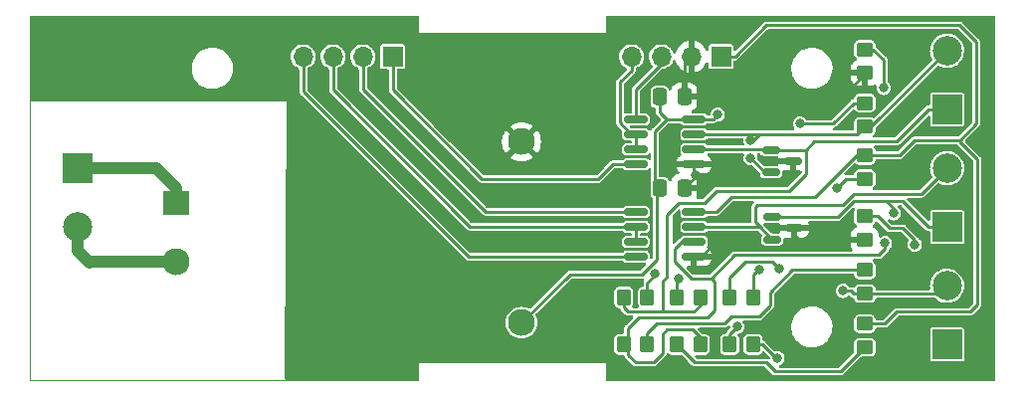
<source format=gbr>
%TF.GenerationSoftware,KiCad,Pcbnew,6.0.11-2627ca5db0~126~ubuntu20.04.1*%
%TF.CreationDate,2024-09-22T13:49:41-05:00*%
%TF.ProjectId,modbus_rtu_mirror_base_88x37x59mm,6d6f6462-7573-45f7-9274-755f6d697272,rev?*%
%TF.SameCoordinates,Original*%
%TF.FileFunction,Copper,L1,Top*%
%TF.FilePolarity,Positive*%
%FSLAX46Y46*%
G04 Gerber Fmt 4.6, Leading zero omitted, Abs format (unit mm)*
G04 Created by KiCad (PCBNEW 6.0.11-2627ca5db0~126~ubuntu20.04.1) date 2024-09-22 13:49:41*
%MOMM*%
%LPD*%
G01*
G04 APERTURE LIST*
G04 Aperture macros list*
%AMRoundRect*
0 Rectangle with rounded corners*
0 $1 Rounding radius*
0 $2 $3 $4 $5 $6 $7 $8 $9 X,Y pos of 4 corners*
0 Add a 4 corners polygon primitive as box body*
4,1,4,$2,$3,$4,$5,$6,$7,$8,$9,$2,$3,0*
0 Add four circle primitives for the rounded corners*
1,1,$1+$1,$2,$3*
1,1,$1+$1,$4,$5*
1,1,$1+$1,$6,$7*
1,1,$1+$1,$8,$9*
0 Add four rect primitives between the rounded corners*
20,1,$1+$1,$2,$3,$4,$5,0*
20,1,$1+$1,$4,$5,$6,$7,0*
20,1,$1+$1,$6,$7,$8,$9,0*
20,1,$1+$1,$8,$9,$2,$3,0*%
G04 Aperture macros list end*
%TA.AperFunction,Profile*%
%ADD10C,0.100000*%
%TD*%
%TA.AperFunction,ComponentPad*%
%ADD11R,2.500000X2.500000*%
%TD*%
%TA.AperFunction,ComponentPad*%
%ADD12C,2.500000*%
%TD*%
%TA.AperFunction,SMDPad,CuDef*%
%ADD13RoundRect,0.150000X-0.825000X-0.150000X0.825000X-0.150000X0.825000X0.150000X-0.825000X0.150000X0*%
%TD*%
%TA.AperFunction,SMDPad,CuDef*%
%ADD14RoundRect,0.150000X-0.587500X-0.150000X0.587500X-0.150000X0.587500X0.150000X-0.587500X0.150000X0*%
%TD*%
%TA.AperFunction,SMDPad,CuDef*%
%ADD15RoundRect,0.250000X-0.450000X0.350000X-0.450000X-0.350000X0.450000X-0.350000X0.450000X0.350000X0*%
%TD*%
%TA.AperFunction,SMDPad,CuDef*%
%ADD16RoundRect,0.250000X-0.350000X-0.450000X0.350000X-0.450000X0.350000X0.450000X-0.350000X0.450000X0*%
%TD*%
%TA.AperFunction,ComponentPad*%
%ADD17R,1.700000X1.700000*%
%TD*%
%TA.AperFunction,ComponentPad*%
%ADD18O,1.700000X1.700000*%
%TD*%
%TA.AperFunction,SMDPad,CuDef*%
%ADD19RoundRect,0.250000X-0.337500X-0.475000X0.337500X-0.475000X0.337500X0.475000X-0.337500X0.475000X0*%
%TD*%
%TA.AperFunction,ComponentPad*%
%ADD20R,2.300000X2.000000*%
%TD*%
%TA.AperFunction,ComponentPad*%
%ADD21C,2.300000*%
%TD*%
%TA.AperFunction,ViaPad*%
%ADD22C,0.800000*%
%TD*%
%TA.AperFunction,Conductor*%
%ADD23C,0.250000*%
%TD*%
%TA.AperFunction,Conductor*%
%ADD24C,1.000000*%
%TD*%
G04 APERTURE END LIST*
D10*
X133000000Y-101500000D02*
X149000000Y-101500000D01*
X149000000Y-131000000D02*
X149000000Y-129500000D01*
X149000000Y-100000000D02*
X149000000Y-101500000D01*
X133000000Y-129500000D02*
X149000000Y-129500000D01*
X100000000Y-100000000D02*
X100000000Y-131000000D01*
X100000000Y-131000000D02*
X133000000Y-131000000D01*
X182000000Y-100000000D02*
X182000000Y-131000000D01*
X149000000Y-131000000D02*
X182000000Y-131000000D01*
X100000000Y-100000000D02*
X133000000Y-100000000D01*
X133000000Y-100000000D02*
X133000000Y-101500000D01*
X133000000Y-131000000D02*
X133000000Y-129500000D01*
X149000000Y-100000000D02*
X182000000Y-100000000D01*
D11*
%TO.P,J3,1,Pin_1*%
%TO.N,/RS485_1_A*%
X178000000Y-118000000D03*
D12*
%TO.P,J3,2,Pin_2*%
%TO.N,/RS485_1_B*%
X178000000Y-113000000D03*
%TD*%
D13*
%TO.P,U2,1,RO*%
%TO.N,Net-(U2-Pad1)*%
X151525000Y-108839000D03*
%TO.P,U2,2,~{RE}*%
%TO.N,Net-(U2-Pad3)*%
X151525000Y-110109000D03*
%TO.P,U2,3,DE*%
X151525000Y-111379000D03*
%TO.P,U2,4,DI*%
%TO.N,Net-(U2-Pad4)*%
X151525000Y-112649000D03*
%TO.P,U2,5,GND*%
%TO.N,GND*%
X156475000Y-112649000D03*
%TO.P,U2,6,A*%
%TO.N,/RS485_2_A*%
X156475000Y-111379000D03*
%TO.P,U2,7,B*%
%TO.N,/RS485_2_B*%
X156475000Y-110109000D03*
%TO.P,U2,8,VCC*%
%TO.N,+5V*%
X156475000Y-108839000D03*
%TD*%
D14*
%TO.P,D1,1,A1*%
%TO.N,/RS485_1_A*%
X163146500Y-117160000D03*
%TO.P,D1,2,A2*%
%TO.N,/RS485_1_B*%
X163146500Y-119060000D03*
%TO.P,D1,3,common*%
%TO.N,GND*%
X165021500Y-118110000D03*
%TD*%
D15*
%TO.P,R6,1*%
%TO.N,+5V*%
X171000000Y-111903000D03*
%TO.P,R6,2*%
%TO.N,Net-(R6-Pad2)*%
X171000000Y-113903000D03*
%TD*%
D16*
%TO.P,RJ2,1*%
%TO.N,Net-(R3-Pad2)*%
X155000000Y-128000000D03*
%TO.P,RJ2,2*%
%TO.N,/RS485_1_A*%
X157000000Y-128000000D03*
%TD*%
D11*
%TO.P,J2,1,Pin_1*%
%TO.N,/RS485_1_A*%
X178000000Y-128000000D03*
D12*
%TO.P,J2,2,Pin_2*%
%TO.N,/RS485_1_B*%
X178000000Y-123000000D03*
%TD*%
D17*
%TO.P,J5,1,Pin_1*%
%TO.N,+5V*%
X158780000Y-103505000D03*
D18*
%TO.P,J5,2,Pin_2*%
%TO.N,GND*%
X156240000Y-103505000D03*
%TO.P,J5,3,Pin_3*%
%TO.N,Net-(U2-Pad1)*%
X153700000Y-103505000D03*
%TO.P,J5,4,Pin_4*%
%TO.N,Net-(U2-Pad3)*%
X151160000Y-103505000D03*
%TD*%
D15*
%TO.P,R3,1*%
%TO.N,+5V*%
X171000000Y-126238000D03*
%TO.P,R3,2*%
%TO.N,Net-(R3-Pad2)*%
X171000000Y-128238000D03*
%TD*%
%TO.P,R4,1*%
%TO.N,Net-(R4-Pad1)*%
X171000000Y-102886000D03*
%TO.P,R4,2*%
%TO.N,GND*%
X171000000Y-104886000D03*
%TD*%
D16*
%TO.P,RJ4,1*%
%TO.N,/RS485_2_A*%
X150500000Y-124000000D03*
%TO.P,RJ4,2*%
%TO.N,Net-(R5-Pad1)*%
X152500000Y-124000000D03*
%TD*%
D19*
%TO.P,C1,1*%
%TO.N,+5V*%
X153562500Y-114681000D03*
%TO.P,C1,2*%
%TO.N,GND*%
X155637500Y-114681000D03*
%TD*%
D16*
%TO.P,RJ6,1*%
%TO.N,/RS485_2_B*%
X159500000Y-124000000D03*
%TO.P,RJ6,2*%
%TO.N,Net-(R4-Pad1)*%
X161500000Y-124000000D03*
%TD*%
D11*
%TO.P,J1,1,Pin_1*%
%TO.N,Net-(PS1-Pad1)*%
X104000000Y-113000000D03*
D12*
%TO.P,J1,2,Pin_2*%
%TO.N,Net-(PS1-Pad2)*%
X104000000Y-118000000D03*
%TD*%
D15*
%TO.P,R2,1*%
%TO.N,Net-(RJ1-Pad2)*%
X171000000Y-121666000D03*
%TO.P,R2,2*%
%TO.N,/RS485_1_B*%
X171000000Y-123666000D03*
%TD*%
D11*
%TO.P,J4,1,Pin_1*%
%TO.N,/RS485_2_A*%
X178000000Y-108000000D03*
D12*
%TO.P,J4,2,Pin_2*%
%TO.N,/RS485_2_B*%
X178000000Y-103000000D03*
%TD*%
D19*
%TO.P,C2,1*%
%TO.N,+5V*%
X153562500Y-106934000D03*
%TO.P,C2,2*%
%TO.N,GND*%
X155637500Y-106934000D03*
%TD*%
D20*
%TO.P,PS1,1,AC/L*%
%TO.N,Net-(PS1-Pad1)*%
X112395000Y-115951000D03*
D21*
%TO.P,PS1,2,AC/N*%
%TO.N,Net-(PS1-Pad2)*%
X112395000Y-120951000D03*
%TO.P,PS1,3,-Vout*%
%TO.N,GND*%
X141795000Y-110751000D03*
%TO.P,PS1,4,+Vout*%
%TO.N,+5V*%
X141795000Y-126151000D03*
%TD*%
D15*
%TO.P,R1,1*%
%TO.N,Net-(R1-Pad1)*%
X171000000Y-117094000D03*
%TO.P,R1,2*%
%TO.N,GND*%
X171000000Y-119094000D03*
%TD*%
%TO.P,R5,1*%
%TO.N,Net-(R5-Pad1)*%
X171000000Y-107458000D03*
%TO.P,R5,2*%
%TO.N,/RS485_2_B*%
X171000000Y-109458000D03*
%TD*%
D13*
%TO.P,U1,1,RO*%
%TO.N,Net-(J6-Pad2)*%
X151525000Y-116713000D03*
%TO.P,U1,2,~{RE}*%
%TO.N,Net-(J6-Pad3)*%
X151525000Y-117983000D03*
%TO.P,U1,3,DE*%
X151525000Y-119253000D03*
%TO.P,U1,4,DI*%
%TO.N,Net-(J6-Pad4)*%
X151525000Y-120523000D03*
%TO.P,U1,5,GND*%
%TO.N,GND*%
X156475000Y-120523000D03*
%TO.P,U1,6,A*%
%TO.N,/RS485_1_A*%
X156475000Y-119253000D03*
%TO.P,U1,7,B*%
%TO.N,/RS485_1_B*%
X156475000Y-117983000D03*
%TO.P,U1,8,VCC*%
%TO.N,+5V*%
X156475000Y-116713000D03*
%TD*%
D14*
%TO.P,D2,1,A1*%
%TO.N,/RS485_2_A*%
X163019500Y-111445000D03*
%TO.P,D2,2,A2*%
%TO.N,/RS485_2_B*%
X163019500Y-113345000D03*
%TO.P,D2,3,common*%
%TO.N,GND*%
X164894500Y-112395000D03*
%TD*%
D17*
%TO.P,J6,1,Pin_1*%
%TO.N,Net-(U2-Pad4)*%
X130840000Y-103505000D03*
D18*
%TO.P,J6,2,Pin_2*%
%TO.N,Net-(J6-Pad2)*%
X128300000Y-103505000D03*
%TO.P,J6,3,Pin_3*%
%TO.N,Net-(J6-Pad3)*%
X125760000Y-103505000D03*
%TO.P,J6,4,Pin_4*%
%TO.N,Net-(J6-Pad4)*%
X123220000Y-103505000D03*
%TD*%
D16*
%TO.P,RJ1,1*%
%TO.N,/RS485_1_A*%
X150500000Y-128000000D03*
%TO.P,RJ1,2*%
%TO.N,Net-(RJ1-Pad2)*%
X152500000Y-128000000D03*
%TD*%
%TO.P,RJ3,1*%
%TO.N,/RS485_1_B*%
X159500000Y-128000000D03*
%TO.P,RJ3,2*%
%TO.N,Net-(R1-Pad1)*%
X161500000Y-128000000D03*
%TD*%
%TO.P,RJ5,1*%
%TO.N,Net-(R6-Pad2)*%
X155000000Y-124000000D03*
%TO.P,RJ5,2*%
%TO.N,/RS485_2_A*%
X157000000Y-124000000D03*
%TD*%
D22*
%TO.N,GND*%
X158015500Y-118717300D03*
X156585500Y-113576900D03*
%TO.N,/RS485_1_A*%
X172720000Y-119380000D03*
X173482000Y-116840000D03*
%TO.N,/RS485_1_B*%
X160147000Y-126492000D03*
X169164000Y-123444000D03*
%TO.N,/RS485_2_B*%
X161290000Y-110654500D03*
X161290000Y-112141000D03*
X163703000Y-121539000D03*
%TO.N,+5V*%
X158496000Y-108458000D03*
%TO.N,Net-(R1-Pad1)*%
X163576000Y-129159000D03*
X175260000Y-119507000D03*
%TO.N,Net-(R4-Pad1)*%
X162052000Y-121673100D03*
X172593000Y-106172000D03*
%TO.N,Net-(R5-Pad1)*%
X165481000Y-109220000D03*
X153107354Y-121983244D03*
%TO.N,Net-(R6-Pad2)*%
X155194000Y-122428000D03*
X168656000Y-114681000D03*
%TD*%
D23*
%TO.N,GND*%
X156585500Y-113775200D02*
X156585500Y-113576900D01*
X156083000Y-103505000D02*
X156240000Y-103505000D01*
X158387500Y-119946000D02*
X164153000Y-119946000D01*
X156585500Y-113576900D02*
X156475000Y-113466400D01*
X156475000Y-113466400D02*
X156475000Y-112649000D01*
X165021500Y-119077500D02*
X165021500Y-118667200D01*
X159766000Y-108331000D02*
X158369000Y-106934000D01*
X155637500Y-103950500D02*
X156083000Y-103505000D01*
X155637500Y-106934000D02*
X155637500Y-103950500D01*
X167661000Y-108331000D02*
X159766000Y-108331000D01*
X158015500Y-119574000D02*
X157066500Y-120523000D01*
X165021500Y-118667200D02*
X165021500Y-118110000D01*
X158015500Y-118717300D02*
X158015500Y-119574000D01*
X157168300Y-114358000D02*
X156585500Y-113775200D01*
X156585500Y-113775200D02*
X156543300Y-113775200D01*
X158369000Y-106934000D02*
X155637500Y-106934000D01*
X158015500Y-119574000D02*
X158387500Y-119946000D01*
X171000000Y-104886000D02*
X171000000Y-104992000D01*
X165448300Y-119094000D02*
X165021500Y-118667200D01*
X164026000Y-114358000D02*
X157168300Y-114358000D01*
X164894500Y-112395000D02*
X164894500Y-113489500D01*
X164153000Y-119946000D02*
X165021500Y-119077500D01*
X164894500Y-113489500D02*
X164026000Y-114358000D01*
X156543300Y-113775200D02*
X155637500Y-114681000D01*
X157066500Y-120523000D02*
X156475000Y-120523000D01*
X171000000Y-119094000D02*
X165448300Y-119094000D01*
X171000000Y-104992000D02*
X167661000Y-108331000D01*
%TO.N,/RS485_1_A*%
X172720000Y-119888000D02*
X172720000Y-119380000D01*
X150863800Y-128892800D02*
X151511000Y-129540000D01*
X150863800Y-128011900D02*
X150863800Y-126631200D01*
X158242000Y-125095000D02*
X158242000Y-122679000D01*
X154178000Y-126746000D02*
X156337000Y-126746000D01*
X156337000Y-126746000D02*
X157000000Y-127409000D01*
X173482000Y-116840000D02*
X173482000Y-116459000D01*
X154813000Y-120961100D02*
X154813000Y-119888000D01*
X157940200Y-122377200D02*
X156229100Y-122377200D01*
X168717000Y-117160000D02*
X170053000Y-115824000D01*
X158242000Y-122679000D02*
X157940200Y-122377200D01*
X150500000Y-128000000D02*
X150851800Y-128000000D01*
X150863800Y-128011900D02*
X150863800Y-128892800D01*
X153035000Y-129540000D02*
X153797000Y-128778000D01*
X153797000Y-128778000D02*
X153797000Y-127127000D01*
X155448000Y-119253000D02*
X156475000Y-119253000D01*
X157607000Y-125730000D02*
X158242000Y-125095000D01*
X172212000Y-120396000D02*
X172720000Y-119888000D01*
X159921400Y-120396000D02*
X172212000Y-120396000D01*
X154813000Y-119888000D02*
X155448000Y-119253000D01*
X163146500Y-117160000D02*
X168717000Y-117160000D01*
X170053000Y-115824000D02*
X172593000Y-115824000D01*
X176424700Y-118000000D02*
X178000000Y-118000000D01*
X156229100Y-122377200D02*
X154813000Y-120961100D01*
X153797000Y-127127000D02*
X154178000Y-126746000D01*
X150863800Y-126631200D02*
X151765000Y-125730000D01*
X174248700Y-115824000D02*
X176424700Y-118000000D01*
X151511000Y-129540000D02*
X153035000Y-129540000D01*
X151765000Y-125730000D02*
X157607000Y-125730000D01*
X157000000Y-127409000D02*
X157000000Y-128000000D01*
X150851800Y-128000000D02*
X150863800Y-128011900D01*
X157940200Y-122377200D02*
X159921400Y-120396000D01*
X173482000Y-116459000D02*
X172847000Y-115824000D01*
X172847000Y-115824000D02*
X172593000Y-115824000D01*
X172593000Y-115824000D02*
X174248700Y-115824000D01*
%TO.N,/RS485_1_B*%
X169114900Y-116106400D02*
X161896600Y-116106400D01*
X177302000Y-123698000D02*
X171032000Y-123698000D01*
X169799000Y-123444000D02*
X170053000Y-123698000D01*
X170032300Y-115189000D02*
X169114900Y-116106400D01*
X170053000Y-123698000D02*
X170968000Y-123698000D01*
X162069500Y-117983000D02*
X163146500Y-119060000D01*
X178000000Y-113000000D02*
X175811000Y-115189000D01*
X171032000Y-123698000D02*
X171000000Y-123666000D01*
X169164000Y-123444000D02*
X169799000Y-123444000D01*
X161896600Y-116106400D02*
X161671000Y-116332000D01*
X178000000Y-123000000D02*
X177302000Y-123698000D01*
X161671000Y-116332000D02*
X161671000Y-117584500D01*
X175811000Y-115189000D02*
X170032300Y-115189000D01*
X159500000Y-127139000D02*
X160147000Y-126492000D01*
X156475000Y-117983000D02*
X162069500Y-117983000D01*
X159500000Y-128000000D02*
X159500000Y-127139000D01*
X170968000Y-123698000D02*
X171000000Y-123666000D01*
X161671000Y-117584500D02*
X162069500Y-117983000D01*
%TO.N,/RS485_2_A*%
X154178000Y-122237500D02*
X154178000Y-116967000D01*
X155194000Y-115951000D02*
X157353000Y-115951000D01*
X153797000Y-122618500D02*
X154178000Y-122237500D01*
X165981800Y-113545200D02*
X165981800Y-111445000D01*
X178000000Y-108000000D02*
X176424700Y-108000000D01*
X153797000Y-125222000D02*
X153797000Y-122618500D01*
X164592000Y-114935000D02*
X165981800Y-113545200D01*
X157353000Y-115951000D02*
X158369000Y-114935000D01*
X176424700Y-108000000D02*
X173689700Y-110735000D01*
X150876000Y-125222000D02*
X153797000Y-125222000D01*
X150500000Y-124846000D02*
X150876000Y-125222000D01*
X150500000Y-124000000D02*
X150500000Y-124846000D01*
X153797000Y-125222000D02*
X156464000Y-125222000D01*
X158369000Y-114935000D02*
X164592000Y-114935000D01*
X165981800Y-111445000D02*
X163019500Y-111445000D01*
X166691800Y-110735000D02*
X165981800Y-111445000D01*
X156464000Y-125222000D02*
X157000000Y-124686000D01*
X162953500Y-111379000D02*
X163019500Y-111445000D01*
X157000000Y-124686000D02*
X157000000Y-124000000D01*
X173689700Y-110735000D02*
X166691800Y-110735000D01*
X154178000Y-116967000D02*
X155194000Y-115951000D01*
X156475000Y-111379000D02*
X162953500Y-111379000D01*
%TO.N,/RS485_2_B*%
X161506500Y-110654500D02*
X162052000Y-110109000D01*
X171542000Y-109458000D02*
X171000000Y-109458000D01*
X163019500Y-113345000D02*
X162494000Y-113345000D01*
X160864400Y-120948600D02*
X159500000Y-122313000D01*
X162494000Y-113345000D02*
X161290000Y-112141000D01*
X159500000Y-122313000D02*
X159500000Y-124000000D01*
X163112600Y-120948600D02*
X160864400Y-120948600D01*
X171000000Y-109458000D02*
X170349000Y-110109000D01*
X161290000Y-110654500D02*
X161506500Y-110654500D01*
X163703000Y-121539000D02*
X163112600Y-120948600D01*
X162052000Y-110109000D02*
X156475000Y-110109000D01*
X178000000Y-103000000D02*
X171542000Y-109458000D01*
X170349000Y-110109000D02*
X162052000Y-110109000D01*
%TO.N,+5V*%
X153162000Y-114280500D02*
X153162000Y-109855000D01*
X153289000Y-120777000D02*
X153289000Y-114954500D01*
X145899000Y-122047000D02*
X152019000Y-122047000D01*
X179959000Y-125222000D02*
X173736000Y-125222000D01*
X153562500Y-108223500D02*
X153562500Y-106934000D01*
X172720000Y-126238000D02*
X171000000Y-126238000D01*
X156475000Y-116713000D02*
X158369000Y-116713000D01*
X175260000Y-110617000D02*
X178943000Y-110617000D01*
X158369000Y-116713000D02*
X159639000Y-115443000D01*
X170291000Y-111903000D02*
X171000000Y-111903000D01*
X153162000Y-109855000D02*
X154178000Y-108839000D01*
X159639000Y-115443000D02*
X166751000Y-115443000D01*
X180467000Y-109220000D02*
X179006500Y-110680500D01*
X171000000Y-111903000D02*
X171016000Y-111887000D01*
X162622300Y-100838000D02*
X179070000Y-100838000D01*
X159955300Y-103505000D02*
X162622300Y-100838000D01*
X141795000Y-126151000D02*
X145899000Y-122047000D01*
X180594000Y-124587000D02*
X179959000Y-125222000D01*
X173736000Y-125222000D02*
X172720000Y-126238000D01*
X158780000Y-103505000D02*
X159955300Y-103505000D01*
X180467000Y-102235000D02*
X180467000Y-109220000D01*
X154178000Y-108839000D02*
X153562500Y-108223500D01*
X153562500Y-114681000D02*
X153162000Y-114280500D01*
X152019000Y-122047000D02*
X153289000Y-120777000D01*
X180594000Y-112268000D02*
X180594000Y-124587000D01*
X166751000Y-115443000D02*
X170291000Y-111903000D01*
X179070000Y-100838000D02*
X180467000Y-102235000D01*
X158496000Y-108458000D02*
X158115000Y-108839000D01*
X173990000Y-111887000D02*
X175260000Y-110617000D01*
X179006500Y-110680500D02*
X180594000Y-112268000D01*
X171016000Y-111887000D02*
X173990000Y-111887000D01*
X154178000Y-108839000D02*
X155457500Y-108839000D01*
X153289000Y-114954500D02*
X153562500Y-114681000D01*
X158115000Y-108839000D02*
X156475000Y-108839000D01*
X155457500Y-108839000D02*
X156475000Y-108839000D01*
%TO.N,Net-(R1-Pad1)*%
X173101000Y-118110000D02*
X174244000Y-118110000D01*
X162313200Y-128000000D02*
X163472200Y-129159000D01*
X175260000Y-119507000D02*
X175260000Y-119126000D01*
X163472200Y-129159000D02*
X163576000Y-129159000D01*
X162313200Y-128000000D02*
X161500000Y-128000000D01*
X175260000Y-119126000D02*
X174244000Y-118110000D01*
X172085000Y-117094000D02*
X173101000Y-118110000D01*
X171000000Y-117094000D02*
X172085000Y-117094000D01*
%TO.N,Net-(RJ1-Pad2)*%
X171000000Y-121666000D02*
X164846000Y-121666000D01*
X162052000Y-125603000D02*
X159687800Y-125603000D01*
X159687800Y-125603000D02*
X159052800Y-126238000D01*
X152500000Y-127079750D02*
X152500000Y-128000000D01*
X164846000Y-121666000D02*
X162941000Y-123571000D01*
X153341750Y-126238000D02*
X152500000Y-127079750D01*
X159052800Y-126238000D02*
X153341750Y-126238000D01*
X162941000Y-124714000D02*
X162052000Y-125603000D01*
X162941000Y-123571000D02*
X162941000Y-124714000D01*
%TO.N,Net-(R3-Pad2)*%
X168936000Y-130302000D02*
X171000000Y-128238000D01*
X163371778Y-130302000D02*
X168936000Y-130302000D01*
X162611778Y-129542000D02*
X163371778Y-130302000D01*
X155000000Y-128000000D02*
X156542000Y-129542000D01*
X156542000Y-129542000D02*
X162611778Y-129542000D01*
%TO.N,Net-(R4-Pad1)*%
X161500000Y-122091000D02*
X161500000Y-124000000D01*
X161917900Y-121673100D02*
X161500000Y-122091000D01*
X162052000Y-121673100D02*
X161917900Y-121673100D01*
X172593000Y-103759000D02*
X171720000Y-102886000D01*
X172593000Y-106172000D02*
X172593000Y-103759000D01*
X171720000Y-102886000D02*
X171000000Y-102886000D01*
%TO.N,Net-(R5-Pad1)*%
X168275000Y-109220000D02*
X170037000Y-107458000D01*
X170037000Y-107458000D02*
X171000000Y-107458000D01*
X165481000Y-109220000D02*
X168275000Y-109220000D01*
X152500000Y-122709000D02*
X153107354Y-122101646D01*
X152500000Y-122709000D02*
X152500000Y-124000000D01*
X153107354Y-122101646D02*
X153107354Y-121983244D01*
%TO.N,Net-(R6-Pad2)*%
X169434000Y-113903000D02*
X171000000Y-113903000D01*
X155000000Y-124000000D02*
X155000000Y-122622000D01*
X168656000Y-114681000D02*
X169434000Y-113903000D01*
X155000000Y-122622000D02*
X155194000Y-122428000D01*
%TO.N,Net-(U2-Pad1)*%
X151525000Y-106285000D02*
X153700000Y-104110000D01*
X153700000Y-104110000D02*
X153700000Y-103505000D01*
X151525000Y-108839000D02*
X151525000Y-106285000D01*
%TO.N,Net-(U2-Pad3)*%
X151138300Y-110109000D02*
X151525000Y-110109000D01*
X151525000Y-111379000D02*
X151525000Y-110109000D01*
X151160000Y-103505000D02*
X151160000Y-104680300D01*
X150172200Y-109142900D02*
X151138300Y-110109000D01*
X150172200Y-105668100D02*
X150172200Y-109142900D01*
X151160000Y-104680300D02*
X150172200Y-105668100D01*
%TO.N,Net-(U2-Pad4)*%
X138430000Y-113919000D02*
X148336000Y-113919000D01*
X130840000Y-103505000D02*
X130840000Y-106329000D01*
X149606000Y-112649000D02*
X151525000Y-112649000D01*
X130840000Y-106329000D02*
X138430000Y-113919000D01*
X148336000Y-113919000D02*
X149606000Y-112649000D01*
%TO.N,Net-(J6-Pad2)*%
X128300000Y-103505000D02*
X128300000Y-106265500D01*
X128300000Y-106265500D02*
X138747500Y-116713000D01*
X138747500Y-116713000D02*
X151525000Y-116713000D01*
%TO.N,Net-(J6-Pad3)*%
X125760000Y-103505000D02*
X125760000Y-106329000D01*
X137414000Y-117983000D02*
X151525000Y-117983000D01*
X151525000Y-119253000D02*
X151525000Y-117983000D01*
X125760000Y-106329000D02*
X137414000Y-117983000D01*
%TO.N,Net-(J6-Pad4)*%
X123220000Y-103505000D02*
X123220000Y-106456000D01*
X137287000Y-120523000D02*
X151525000Y-120523000D01*
X123220000Y-106456000D02*
X137287000Y-120523000D01*
D24*
%TO.N,Net-(PS1-Pad1)*%
X104000000Y-113000000D02*
X110714000Y-113000000D01*
X112395000Y-114681000D02*
X112395000Y-115951000D01*
X110714000Y-113000000D02*
X112395000Y-114681000D01*
%TO.N,Net-(PS1-Pad2)*%
X105109000Y-120951000D02*
X112395000Y-120951000D01*
X105029000Y-121031000D02*
X105109000Y-120951000D01*
X104000000Y-118000000D02*
X104000000Y-120002000D01*
X104000000Y-120002000D02*
X105029000Y-121031000D01*
%TD*%
%TA.AperFunction,Conductor*%
%TO.N,GND*%
G36*
X132941121Y-100021002D02*
G01*
X132987614Y-100074658D01*
X132999000Y-100127000D01*
X132999000Y-101499802D01*
X132998918Y-101500000D01*
X132999000Y-101500198D01*
X132999235Y-101500765D01*
X133000000Y-101501082D01*
X133000198Y-101501000D01*
X148999802Y-101501000D01*
X149000000Y-101501082D01*
X149000765Y-101500765D01*
X149001000Y-101500198D01*
X149001082Y-101500000D01*
X149001000Y-101499802D01*
X149001000Y-100127000D01*
X149021002Y-100058879D01*
X149074658Y-100012386D01*
X149127000Y-100001000D01*
X181873000Y-100001000D01*
X181941121Y-100021002D01*
X181987614Y-100074658D01*
X181999000Y-100127000D01*
X181999000Y-130873000D01*
X181978998Y-130941121D01*
X181925342Y-130987614D01*
X181873000Y-130999000D01*
X149127000Y-130999000D01*
X149058879Y-130978998D01*
X149012386Y-130925342D01*
X149001000Y-130873000D01*
X149001000Y-129500198D01*
X149001082Y-129500000D01*
X149000765Y-129499235D01*
X149000198Y-129499000D01*
X149000000Y-129498918D01*
X148999802Y-129499000D01*
X133000198Y-129499000D01*
X133000000Y-129498918D01*
X132999802Y-129499000D01*
X132999235Y-129499235D01*
X132998918Y-129500000D01*
X132999000Y-129500198D01*
X132999000Y-130873000D01*
X132978998Y-130941121D01*
X132925342Y-130987614D01*
X132873000Y-130999000D01*
X121795661Y-130999000D01*
X121727540Y-130978998D01*
X121681047Y-130925342D01*
X121669663Y-130872340D01*
X121670940Y-130628410D01*
X121793000Y-107315000D01*
X100127000Y-107315000D01*
X100058879Y-107294998D01*
X100012386Y-107241342D01*
X100001000Y-107189000D01*
X100001000Y-104607165D01*
X113747866Y-104607165D01*
X113782952Y-104864970D01*
X113784260Y-104869456D01*
X113784260Y-104869458D01*
X113793116Y-104899840D01*
X113855758Y-105114757D01*
X113964686Y-105351039D01*
X113967246Y-105354944D01*
X113967249Y-105354949D01*
X114104775Y-105564712D01*
X114104779Y-105564717D01*
X114107341Y-105568625D01*
X114160910Y-105628644D01*
X114263618Y-105743718D01*
X114280591Y-105762735D01*
X114480629Y-105929105D01*
X114703061Y-106064080D01*
X114707375Y-106065889D01*
X114707377Y-106065890D01*
X114938686Y-106162886D01*
X114938691Y-106162888D01*
X114943001Y-106164695D01*
X114947533Y-106165846D01*
X114947536Y-106165847D01*
X115059076Y-106194174D01*
X115195177Y-106228739D01*
X115411286Y-106250500D01*
X115566044Y-106250500D01*
X115568369Y-106250327D01*
X115568375Y-106250327D01*
X115754814Y-106236472D01*
X115754818Y-106236471D01*
X115759466Y-106236126D01*
X116013232Y-106178705D01*
X116030590Y-106171955D01*
X116251370Y-106086098D01*
X116251372Y-106086097D01*
X116255723Y-106084405D01*
X116291285Y-106064080D01*
X116414473Y-105993672D01*
X116481612Y-105955299D01*
X116685936Y-105794223D01*
X116864208Y-105604714D01*
X116984432Y-105431412D01*
X117009846Y-105394779D01*
X117009848Y-105394776D01*
X117012511Y-105390937D01*
X117030258Y-105354949D01*
X117125521Y-105161775D01*
X117125522Y-105161772D01*
X117127586Y-105157587D01*
X117206906Y-104909792D01*
X117237856Y-104719749D01*
X117247977Y-104657606D01*
X117247977Y-104657605D01*
X117248728Y-104652994D01*
X117250737Y-104499552D01*
X117252073Y-104397512D01*
X117252073Y-104397509D01*
X117252134Y-104392835D01*
X117217048Y-104135030D01*
X117210765Y-104113472D01*
X117171378Y-103978342D01*
X117144242Y-103885243D01*
X117127424Y-103848761D01*
X117083656Y-103753823D01*
X117035314Y-103648961D01*
X117032751Y-103645051D01*
X116931267Y-103490262D01*
X122164520Y-103490262D01*
X122165036Y-103496406D01*
X122181166Y-103688486D01*
X122181759Y-103695553D01*
X122183458Y-103701478D01*
X122236152Y-103885243D01*
X122238544Y-103893586D01*
X122241359Y-103899063D01*
X122241360Y-103899066D01*
X122317321Y-104046870D01*
X122332712Y-104076818D01*
X122460677Y-104238270D01*
X122465370Y-104242264D01*
X122465371Y-104242265D01*
X122588442Y-104347006D01*
X122617564Y-104371791D01*
X122622942Y-104374797D01*
X122622944Y-104374798D01*
X122661342Y-104396258D01*
X122797398Y-104472297D01*
X122803255Y-104474200D01*
X122807441Y-104475560D01*
X122866045Y-104515636D01*
X122893679Y-104581034D01*
X122894500Y-104595392D01*
X122894500Y-106436290D01*
X122894020Y-106447272D01*
X122892147Y-106468684D01*
X122890736Y-106484807D01*
X122897383Y-106509611D01*
X122900491Y-106521210D01*
X122902870Y-106531942D01*
X122909412Y-106569045D01*
X122914923Y-106578590D01*
X122916115Y-106581866D01*
X122917592Y-106585034D01*
X122920446Y-106595684D01*
X122942055Y-106626544D01*
X122947961Y-106635815D01*
X122960481Y-106657500D01*
X122966806Y-106668455D01*
X122995682Y-106692685D01*
X123003785Y-106700111D01*
X137042895Y-120739222D01*
X137050322Y-120747326D01*
X137074545Y-120776194D01*
X137084088Y-120781704D01*
X137084092Y-120781707D01*
X137107179Y-120795036D01*
X137116448Y-120800940D01*
X137147316Y-120822554D01*
X137157964Y-120825407D01*
X137161135Y-120826886D01*
X137164411Y-120828078D01*
X137173955Y-120833588D01*
X137211076Y-120840134D01*
X137221783Y-120842508D01*
X137258193Y-120852263D01*
X137269168Y-120851303D01*
X137269170Y-120851303D01*
X137295731Y-120848979D01*
X137306712Y-120848500D01*
X150327532Y-120848500D01*
X150395653Y-120868502D01*
X150416548Y-120885325D01*
X150461313Y-120930012D01*
X150480185Y-120948851D01*
X150493650Y-120962293D01*
X150598482Y-121013536D01*
X150628973Y-121017984D01*
X150662256Y-121022840D01*
X150662260Y-121022840D01*
X150666782Y-121023500D01*
X152277984Y-121023500D01*
X152346105Y-121043502D01*
X152392598Y-121097158D01*
X152402702Y-121167432D01*
X152373208Y-121232012D01*
X152367079Y-121238595D01*
X151921079Y-121684595D01*
X151858767Y-121718621D01*
X151831984Y-121721500D01*
X145918698Y-121721500D01*
X145907716Y-121721020D01*
X145881180Y-121718698D01*
X145881178Y-121718698D01*
X145870193Y-121717737D01*
X145859543Y-121720591D01*
X145859541Y-121720591D01*
X145833804Y-121727488D01*
X145823069Y-121729868D01*
X145815508Y-121731201D01*
X145785955Y-121736412D01*
X145776407Y-121741924D01*
X145773130Y-121743117D01*
X145769962Y-121744594D01*
X145759316Y-121747447D01*
X145732818Y-121766001D01*
X145728453Y-121769057D01*
X145719185Y-121774961D01*
X145686545Y-121793806D01*
X145679457Y-121802253D01*
X145662326Y-121822669D01*
X145654900Y-121830773D01*
X144085218Y-123400456D01*
X142559685Y-124925989D01*
X142497373Y-124960015D01*
X142426558Y-124954950D01*
X142417340Y-124951089D01*
X142263645Y-124879420D01*
X142263644Y-124879419D01*
X142258663Y-124877097D01*
X142253355Y-124875675D01*
X142253353Y-124875674D01*
X142035723Y-124817361D01*
X142035722Y-124817361D01*
X142030408Y-124815937D01*
X141795000Y-124795341D01*
X141559592Y-124815937D01*
X141554278Y-124817361D01*
X141554277Y-124817361D01*
X141336647Y-124875674D01*
X141336645Y-124875675D01*
X141331337Y-124877097D01*
X141326357Y-124879419D01*
X141326355Y-124879420D01*
X141122152Y-124974642D01*
X141122149Y-124974644D01*
X141117171Y-124976965D01*
X140923599Y-125112505D01*
X140756505Y-125279599D01*
X140620965Y-125473171D01*
X140618644Y-125478149D01*
X140618642Y-125478152D01*
X140557597Y-125609063D01*
X140521097Y-125687337D01*
X140519675Y-125692645D01*
X140519674Y-125692647D01*
X140469209Y-125880989D01*
X140459937Y-125915592D01*
X140439341Y-126151000D01*
X140459937Y-126386408D01*
X140461361Y-126391722D01*
X140461361Y-126391723D01*
X140517277Y-126600405D01*
X140521097Y-126614663D01*
X140523419Y-126619643D01*
X140523420Y-126619645D01*
X140616017Y-126818217D01*
X140620965Y-126828829D01*
X140756505Y-127022401D01*
X140923599Y-127189495D01*
X140928107Y-127192652D01*
X140928110Y-127192654D01*
X141107964Y-127318589D01*
X141117170Y-127325035D01*
X141122152Y-127327358D01*
X141122157Y-127327361D01*
X141266736Y-127394779D01*
X141331337Y-127424903D01*
X141336645Y-127426325D01*
X141336647Y-127426326D01*
X141508145Y-127472278D01*
X141559592Y-127486063D01*
X141795000Y-127506659D01*
X142030408Y-127486063D01*
X142081855Y-127472278D01*
X142253353Y-127426326D01*
X142253355Y-127426325D01*
X142258663Y-127424903D01*
X142323264Y-127394779D01*
X142467843Y-127327361D01*
X142467848Y-127327358D01*
X142472830Y-127325035D01*
X142482036Y-127318589D01*
X142661890Y-127192654D01*
X142661893Y-127192652D01*
X142666401Y-127189495D01*
X142833495Y-127022401D01*
X142969035Y-126828829D01*
X142973984Y-126818217D01*
X143066580Y-126619645D01*
X143066581Y-126619643D01*
X143068903Y-126614663D01*
X143072724Y-126600405D01*
X143128639Y-126391723D01*
X143128639Y-126391722D01*
X143130063Y-126386408D01*
X143150659Y-126151000D01*
X143130063Y-125915592D01*
X143120791Y-125880989D01*
X143070326Y-125692647D01*
X143070325Y-125692645D01*
X143068903Y-125687337D01*
X143063065Y-125674816D01*
X142994911Y-125528662D01*
X142984249Y-125458470D01*
X143013228Y-125393657D01*
X143020010Y-125386316D01*
X145996922Y-122409405D01*
X146059234Y-122375379D01*
X146086017Y-122372500D01*
X151999290Y-122372500D01*
X152010272Y-122372980D01*
X152036820Y-122375303D01*
X152036822Y-122375303D01*
X152047807Y-122376264D01*
X152067709Y-122370931D01*
X152138684Y-122372621D01*
X152197480Y-122412415D01*
X152225428Y-122477679D01*
X152213655Y-122547693D01*
X152208760Y-122556018D01*
X152206771Y-122560283D01*
X152200446Y-122569316D01*
X152197592Y-122579966D01*
X152196115Y-122583134D01*
X152194923Y-122586410D01*
X152189412Y-122595955D01*
X152184829Y-122621949D01*
X152182870Y-122633058D01*
X152180492Y-122643785D01*
X152170736Y-122680193D01*
X152171697Y-122691178D01*
X152171697Y-122691180D01*
X152174020Y-122717728D01*
X152174500Y-122728710D01*
X152174500Y-122977978D01*
X152154498Y-123046099D01*
X152100842Y-123092592D01*
X152075500Y-123101051D01*
X152072275Y-123101758D01*
X152064631Y-123102481D01*
X152057392Y-123105023D01*
X152057388Y-123105024D01*
X152019015Y-123118500D01*
X151936816Y-123147366D01*
X151929246Y-123152958D01*
X151929243Y-123152959D01*
X151868714Y-123197667D01*
X151827850Y-123227850D01*
X151822259Y-123235420D01*
X151822258Y-123235421D01*
X151752959Y-123329243D01*
X151752958Y-123329246D01*
X151747366Y-123336816D01*
X151702481Y-123464631D01*
X151699500Y-123496166D01*
X151699500Y-124503834D01*
X151702481Y-124535369D01*
X151747366Y-124663184D01*
X151752959Y-124670757D01*
X151752960Y-124670758D01*
X151771338Y-124695639D01*
X151795722Y-124762317D01*
X151780186Y-124831593D01*
X151729663Y-124881473D01*
X151669988Y-124896500D01*
X151330012Y-124896500D01*
X151261891Y-124876498D01*
X151215398Y-124822842D01*
X151205294Y-124752568D01*
X151228662Y-124695639D01*
X151247040Y-124670758D01*
X151247041Y-124670757D01*
X151252634Y-124663184D01*
X151297519Y-124535369D01*
X151300500Y-124503834D01*
X151300500Y-123496166D01*
X151297519Y-123464631D01*
X151252634Y-123336816D01*
X151247042Y-123329246D01*
X151247041Y-123329243D01*
X151177742Y-123235421D01*
X151177741Y-123235420D01*
X151172150Y-123227850D01*
X151131286Y-123197667D01*
X151070757Y-123152959D01*
X151070754Y-123152958D01*
X151063184Y-123147366D01*
X150935369Y-123102481D01*
X150927723Y-123101758D01*
X150927722Y-123101758D01*
X150921752Y-123101194D01*
X150903834Y-123099500D01*
X150096166Y-123099500D01*
X150078248Y-123101194D01*
X150072278Y-123101758D01*
X150072277Y-123101758D01*
X150064631Y-123102481D01*
X149936816Y-123147366D01*
X149929246Y-123152958D01*
X149929243Y-123152959D01*
X149868714Y-123197667D01*
X149827850Y-123227850D01*
X149822259Y-123235420D01*
X149822258Y-123235421D01*
X149752959Y-123329243D01*
X149752958Y-123329246D01*
X149747366Y-123336816D01*
X149702481Y-123464631D01*
X149699500Y-123496166D01*
X149699500Y-124503834D01*
X149702481Y-124535369D01*
X149747366Y-124663184D01*
X149752958Y-124670754D01*
X149752959Y-124670757D01*
X149806177Y-124742807D01*
X149827850Y-124772150D01*
X149835421Y-124777742D01*
X149929243Y-124847041D01*
X149929246Y-124847042D01*
X149936816Y-124852634D01*
X150064631Y-124897519D01*
X150072277Y-124898242D01*
X150072278Y-124898242D01*
X150094071Y-124900302D01*
X150160007Y-124926626D01*
X150196408Y-124972494D01*
X150197592Y-124975033D01*
X150200446Y-124985684D01*
X150206769Y-124994714D01*
X150222055Y-125016544D01*
X150227961Y-125025815D01*
X150237526Y-125042382D01*
X150246806Y-125058455D01*
X150273414Y-125080782D01*
X150275675Y-125082679D01*
X150283780Y-125090106D01*
X150631901Y-125438228D01*
X150639327Y-125446331D01*
X150663545Y-125475194D01*
X150673088Y-125480704D01*
X150673092Y-125480707D01*
X150696179Y-125494036D01*
X150705448Y-125499940D01*
X150736316Y-125521554D01*
X150746964Y-125524407D01*
X150750135Y-125525886D01*
X150753411Y-125527078D01*
X150762955Y-125532588D01*
X150800076Y-125539134D01*
X150810783Y-125541508D01*
X150847193Y-125551263D01*
X150858168Y-125550303D01*
X150858170Y-125550303D01*
X150884731Y-125547979D01*
X150895712Y-125547500D01*
X151182983Y-125547500D01*
X151251104Y-125567502D01*
X151297597Y-125621158D01*
X151307701Y-125691432D01*
X151278207Y-125756012D01*
X151272078Y-125762595D01*
X150647587Y-126387086D01*
X150639484Y-126394512D01*
X150619049Y-126411660D01*
X150610606Y-126418745D01*
X150605096Y-126428289D01*
X150605095Y-126428290D01*
X150591761Y-126451385D01*
X150585855Y-126460656D01*
X150564246Y-126491516D01*
X150561392Y-126502166D01*
X150559915Y-126505334D01*
X150558723Y-126508610D01*
X150553212Y-126518155D01*
X150550907Y-126531230D01*
X150546670Y-126555258D01*
X150544292Y-126565985D01*
X150534536Y-126602393D01*
X150535497Y-126613378D01*
X150535497Y-126613380D01*
X150537820Y-126639928D01*
X150538300Y-126650910D01*
X150538300Y-126973500D01*
X150518298Y-127041621D01*
X150464642Y-127088114D01*
X150412300Y-127099500D01*
X150096166Y-127099500D01*
X150078248Y-127101194D01*
X150072278Y-127101758D01*
X150072277Y-127101758D01*
X150064631Y-127102481D01*
X149936816Y-127147366D01*
X149929246Y-127152958D01*
X149929243Y-127152959D01*
X149885054Y-127185598D01*
X149827850Y-127227850D01*
X149822258Y-127235421D01*
X149752959Y-127329243D01*
X149752958Y-127329246D01*
X149747366Y-127336816D01*
X149702481Y-127464631D01*
X149699500Y-127496166D01*
X149699500Y-128503834D01*
X149702481Y-128535369D01*
X149747366Y-128663184D01*
X149752958Y-128670754D01*
X149752959Y-128670757D01*
X149797248Y-128730718D01*
X149827850Y-128772150D01*
X149835421Y-128777742D01*
X149929243Y-128847041D01*
X149929246Y-128847042D01*
X149936816Y-128852634D01*
X150064631Y-128897519D01*
X150072277Y-128898242D01*
X150072278Y-128898242D01*
X150078248Y-128898806D01*
X150096166Y-128900500D01*
X150428910Y-128900500D01*
X150497031Y-128920502D01*
X150543524Y-128974158D01*
X150546857Y-128984873D01*
X150547527Y-128984629D01*
X150551298Y-128994991D01*
X150553212Y-129005845D01*
X150558722Y-129015389D01*
X150559915Y-129018666D01*
X150561392Y-129021834D01*
X150564246Y-129032484D01*
X150570570Y-129041515D01*
X150585855Y-129063344D01*
X150591761Y-129072615D01*
X150593372Y-129075405D01*
X150610606Y-129105255D01*
X150622929Y-129115595D01*
X150639482Y-129129485D01*
X150647585Y-129136911D01*
X151266889Y-129756215D01*
X151274315Y-129764318D01*
X151298545Y-129793194D01*
X151308094Y-129798707D01*
X151331185Y-129812039D01*
X151340456Y-129817945D01*
X151371316Y-129839554D01*
X151381966Y-129842408D01*
X151385134Y-129843885D01*
X151388410Y-129845077D01*
X151397955Y-129850588D01*
X151431699Y-129856538D01*
X151435058Y-129857130D01*
X151445785Y-129859508D01*
X151482193Y-129869264D01*
X151493178Y-129868303D01*
X151493180Y-129868303D01*
X151519728Y-129865980D01*
X151530710Y-129865500D01*
X153015290Y-129865500D01*
X153026272Y-129865980D01*
X153052820Y-129868303D01*
X153052822Y-129868303D01*
X153063807Y-129869264D01*
X153100215Y-129859508D01*
X153110942Y-129857130D01*
X153114301Y-129856538D01*
X153148045Y-129850588D01*
X153157590Y-129845077D01*
X153160866Y-129843885D01*
X153164034Y-129842408D01*
X153174684Y-129839554D01*
X153205544Y-129817945D01*
X153214815Y-129812039D01*
X153237906Y-129798707D01*
X153247455Y-129793194D01*
X153271685Y-129764317D01*
X153279111Y-129756215D01*
X154013215Y-129022111D01*
X154021319Y-129014684D01*
X154031853Y-129005845D01*
X154050194Y-128990455D01*
X154059603Y-128974158D01*
X154069039Y-128957815D01*
X154074945Y-128948544D01*
X154090230Y-128926715D01*
X154096554Y-128917684D01*
X154099408Y-128907034D01*
X154100885Y-128903866D01*
X154102077Y-128900590D01*
X154107588Y-128891045D01*
X154114130Y-128853942D01*
X154116508Y-128843217D01*
X154118847Y-128834484D01*
X154120121Y-128829733D01*
X154157068Y-128769110D01*
X154220927Y-128738085D01*
X154291422Y-128746510D01*
X154326394Y-128770179D01*
X154327850Y-128772150D01*
X154335421Y-128777742D01*
X154429243Y-128847041D01*
X154429246Y-128847042D01*
X154436816Y-128852634D01*
X154564631Y-128897519D01*
X154572277Y-128898242D01*
X154572278Y-128898242D01*
X154578248Y-128898806D01*
X154596166Y-128900500D01*
X155387983Y-128900500D01*
X155456104Y-128920502D01*
X155477079Y-128937405D01*
X155923912Y-129384239D01*
X156297901Y-129758228D01*
X156305327Y-129766331D01*
X156329545Y-129795194D01*
X156339088Y-129800704D01*
X156339092Y-129800707D01*
X156362179Y-129814036D01*
X156371448Y-129819940D01*
X156402316Y-129841554D01*
X156412964Y-129844407D01*
X156416135Y-129845886D01*
X156419411Y-129847078D01*
X156428955Y-129852588D01*
X156466076Y-129859134D01*
X156476783Y-129861508D01*
X156513193Y-129871263D01*
X156524168Y-129870303D01*
X156524170Y-129870303D01*
X156550731Y-129867979D01*
X156561712Y-129867500D01*
X162424761Y-129867500D01*
X162492882Y-129887502D01*
X162513857Y-129904405D01*
X163127679Y-130518228D01*
X163135105Y-130526331D01*
X163159323Y-130555194D01*
X163168866Y-130560704D01*
X163168870Y-130560707D01*
X163191957Y-130574036D01*
X163201226Y-130579940D01*
X163232094Y-130601554D01*
X163242742Y-130604407D01*
X163245913Y-130605886D01*
X163249189Y-130607078D01*
X163258733Y-130612588D01*
X163295854Y-130619134D01*
X163306561Y-130621508D01*
X163342971Y-130631263D01*
X163353946Y-130630303D01*
X163353948Y-130630303D01*
X163380509Y-130627979D01*
X163391490Y-130627500D01*
X168916290Y-130627500D01*
X168927272Y-130627980D01*
X168953820Y-130630303D01*
X168953822Y-130630303D01*
X168964807Y-130631264D01*
X169001215Y-130621508D01*
X169011942Y-130619130D01*
X169015301Y-130618538D01*
X169049045Y-130612588D01*
X169058590Y-130607077D01*
X169061866Y-130605885D01*
X169065034Y-130604408D01*
X169075684Y-130601554D01*
X169106550Y-130579941D01*
X169115815Y-130574039D01*
X169138906Y-130560707D01*
X169148455Y-130555194D01*
X169172685Y-130526317D01*
X169180111Y-130518215D01*
X170428578Y-129269748D01*
X176549500Y-129269748D01*
X176561133Y-129328231D01*
X176605448Y-129394552D01*
X176671769Y-129438867D01*
X176683938Y-129441288D01*
X176683939Y-129441288D01*
X176724184Y-129449293D01*
X176730252Y-129450500D01*
X179269748Y-129450500D01*
X179275816Y-129449293D01*
X179316061Y-129441288D01*
X179316062Y-129441288D01*
X179328231Y-129438867D01*
X179394552Y-129394552D01*
X179438867Y-129328231D01*
X179450500Y-129269748D01*
X179450500Y-126730252D01*
X179438867Y-126671769D01*
X179394552Y-126605448D01*
X179328231Y-126561133D01*
X179316062Y-126558712D01*
X179316061Y-126558712D01*
X179275816Y-126550707D01*
X179269748Y-126549500D01*
X176730252Y-126549500D01*
X176724184Y-126550707D01*
X176683939Y-126558712D01*
X176683938Y-126558712D01*
X176671769Y-126561133D01*
X176605448Y-126605448D01*
X176561133Y-126671769D01*
X176549500Y-126730252D01*
X176549500Y-129269748D01*
X170428578Y-129269748D01*
X170622921Y-129075405D01*
X170685233Y-129041379D01*
X170712016Y-129038500D01*
X171503834Y-129038500D01*
X171521752Y-129036806D01*
X171527722Y-129036242D01*
X171527723Y-129036242D01*
X171535369Y-129035519D01*
X171663184Y-128990634D01*
X171670754Y-128985042D01*
X171670757Y-128985041D01*
X171764579Y-128915742D01*
X171772150Y-128910150D01*
X171812029Y-128856159D01*
X171847041Y-128808757D01*
X171847042Y-128808754D01*
X171852634Y-128801184D01*
X171897519Y-128673369D01*
X171900500Y-128641834D01*
X171900500Y-127834166D01*
X171897519Y-127802631D01*
X171852634Y-127674816D01*
X171847042Y-127667246D01*
X171847041Y-127667243D01*
X171777742Y-127573421D01*
X171772150Y-127565850D01*
X171755206Y-127553335D01*
X171670757Y-127490959D01*
X171670754Y-127490958D01*
X171663184Y-127485366D01*
X171535369Y-127440481D01*
X171527723Y-127439758D01*
X171527722Y-127439758D01*
X171521752Y-127439194D01*
X171503834Y-127437500D01*
X170496166Y-127437500D01*
X170478248Y-127439194D01*
X170472278Y-127439758D01*
X170472277Y-127439758D01*
X170464631Y-127440481D01*
X170336816Y-127485366D01*
X170329246Y-127490958D01*
X170329243Y-127490959D01*
X170244794Y-127553335D01*
X170227850Y-127565850D01*
X170222258Y-127573421D01*
X170152959Y-127667243D01*
X170152958Y-127667246D01*
X170147366Y-127674816D01*
X170102481Y-127802631D01*
X170099500Y-127834166D01*
X170099500Y-128625984D01*
X170079498Y-128694105D01*
X170062595Y-128715079D01*
X168838079Y-129939595D01*
X168775767Y-129973621D01*
X168748984Y-129976500D01*
X163805009Y-129976500D01*
X163736888Y-129956498D01*
X163690395Y-129902842D01*
X163680291Y-129832568D01*
X163709785Y-129767988D01*
X163756791Y-129734091D01*
X163785697Y-129722118D01*
X163878841Y-129683536D01*
X164004282Y-129587282D01*
X164100536Y-129461841D01*
X164161044Y-129315762D01*
X164181682Y-129159000D01*
X164161044Y-129002238D01*
X164100536Y-128856159D01*
X164004282Y-128730718D01*
X163878841Y-128634464D01*
X163732762Y-128573956D01*
X163576000Y-128553318D01*
X163419238Y-128573956D01*
X163418824Y-128570809D01*
X163362859Y-128569496D01*
X163312087Y-128538561D01*
X162557311Y-127783785D01*
X162549884Y-127775681D01*
X162532741Y-127755251D01*
X162532742Y-127755251D01*
X162525655Y-127746806D01*
X162516106Y-127741293D01*
X162493015Y-127727961D01*
X162483744Y-127722055D01*
X162461915Y-127706770D01*
X162452884Y-127700446D01*
X162442234Y-127697592D01*
X162439066Y-127696115D01*
X162435790Y-127694923D01*
X162426245Y-127689412D01*
X162404619Y-127685599D01*
X162341007Y-127654070D01*
X162304538Y-127593156D01*
X162300500Y-127561513D01*
X162300500Y-127496166D01*
X162297519Y-127464631D01*
X162252634Y-127336816D01*
X162247042Y-127329246D01*
X162247041Y-127329243D01*
X162177742Y-127235421D01*
X162172150Y-127227850D01*
X162114946Y-127185598D01*
X162070757Y-127152959D01*
X162070754Y-127152958D01*
X162063184Y-127147366D01*
X161935369Y-127102481D01*
X161927723Y-127101758D01*
X161927722Y-127101758D01*
X161921752Y-127101194D01*
X161903834Y-127099500D01*
X161096166Y-127099500D01*
X161078248Y-127101194D01*
X161072278Y-127101758D01*
X161072277Y-127101758D01*
X161064631Y-127102481D01*
X160936816Y-127147366D01*
X160929246Y-127152958D01*
X160929243Y-127152959D01*
X160885054Y-127185598D01*
X160827850Y-127227850D01*
X160822258Y-127235421D01*
X160752959Y-127329243D01*
X160752958Y-127329246D01*
X160747366Y-127336816D01*
X160702481Y-127464631D01*
X160699500Y-127496166D01*
X160699500Y-128503834D01*
X160702481Y-128535369D01*
X160747366Y-128663184D01*
X160752958Y-128670754D01*
X160752959Y-128670757D01*
X160797248Y-128730718D01*
X160827850Y-128772150D01*
X160835421Y-128777742D01*
X160929243Y-128847041D01*
X160929246Y-128847042D01*
X160936816Y-128852634D01*
X161064631Y-128897519D01*
X161072277Y-128898242D01*
X161072278Y-128898242D01*
X161078248Y-128898806D01*
X161096166Y-128900500D01*
X161903834Y-128900500D01*
X161921752Y-128898806D01*
X161927722Y-128898242D01*
X161927723Y-128898242D01*
X161935369Y-128897519D01*
X162063184Y-128852634D01*
X162070754Y-128847042D01*
X162070757Y-128847041D01*
X162164579Y-128777742D01*
X162172150Y-128772150D01*
X162202752Y-128730718D01*
X162247041Y-128670757D01*
X162247042Y-128670754D01*
X162252634Y-128663184D01*
X162255753Y-128654302D01*
X162260163Y-128645973D01*
X162262075Y-128646985D01*
X162296183Y-128599543D01*
X162362213Y-128573456D01*
X162431865Y-128587207D01*
X162462717Y-128609843D01*
X162894436Y-129041562D01*
X162928462Y-129103874D01*
X162923397Y-129174689D01*
X162880850Y-129231525D01*
X162814330Y-129256336D01*
X162755902Y-129245555D01*
X162751462Y-129242446D01*
X162740812Y-129239592D01*
X162737644Y-129238115D01*
X162734368Y-129236923D01*
X162724823Y-129231412D01*
X162691079Y-129225462D01*
X162687720Y-129224870D01*
X162676993Y-129222492D01*
X162640585Y-129212736D01*
X162629600Y-129213697D01*
X162629598Y-129213697D01*
X162603050Y-129216020D01*
X162592068Y-129216500D01*
X156729018Y-129216500D01*
X156660897Y-129196498D01*
X156639923Y-129179595D01*
X156575923Y-129115595D01*
X156541897Y-129053283D01*
X156546962Y-128982468D01*
X156589509Y-128925632D01*
X156656029Y-128900821D01*
X156665018Y-128900500D01*
X157403834Y-128900500D01*
X157421752Y-128898806D01*
X157427722Y-128898242D01*
X157427723Y-128898242D01*
X157435369Y-128897519D01*
X157563184Y-128852634D01*
X157570754Y-128847042D01*
X157570757Y-128847041D01*
X157664579Y-128777742D01*
X157672150Y-128772150D01*
X157702752Y-128730718D01*
X157747041Y-128670757D01*
X157747042Y-128670754D01*
X157752634Y-128663184D01*
X157797519Y-128535369D01*
X157800500Y-128503834D01*
X157800500Y-127496166D01*
X157797519Y-127464631D01*
X157752634Y-127336816D01*
X157747042Y-127329246D01*
X157747041Y-127329243D01*
X157677742Y-127235421D01*
X157672150Y-127227850D01*
X157614946Y-127185598D01*
X157570757Y-127152959D01*
X157570754Y-127152958D01*
X157563184Y-127147366D01*
X157435369Y-127102481D01*
X157427723Y-127101758D01*
X157427722Y-127101758D01*
X157421752Y-127101194D01*
X157403834Y-127099500D01*
X157203016Y-127099500D01*
X157134895Y-127079498D01*
X157113921Y-127062595D01*
X156829921Y-126778595D01*
X156795895Y-126716283D01*
X156800960Y-126645468D01*
X156843507Y-126588632D01*
X156910027Y-126563821D01*
X156919016Y-126563500D01*
X159033090Y-126563500D01*
X159044072Y-126563980D01*
X159070620Y-126566303D01*
X159070622Y-126566303D01*
X159081607Y-126567264D01*
X159118015Y-126557508D01*
X159128742Y-126555130D01*
X159132101Y-126554538D01*
X159165845Y-126548588D01*
X159175390Y-126543077D01*
X159178666Y-126541885D01*
X159181834Y-126540408D01*
X159192484Y-126537554D01*
X159223344Y-126515945D01*
X159232615Y-126510039D01*
X159255706Y-126496707D01*
X159265255Y-126491194D01*
X159289485Y-126462317D01*
X159296911Y-126454215D01*
X159327821Y-126423305D01*
X159390133Y-126389279D01*
X159460948Y-126394344D01*
X159517784Y-126436891D01*
X159541838Y-126495952D01*
X159543693Y-126510039D01*
X159550118Y-126558840D01*
X159539179Y-126628987D01*
X159514292Y-126664381D01*
X159283778Y-126894896D01*
X159275674Y-126902322D01*
X159246806Y-126926545D01*
X159241293Y-126936094D01*
X159227961Y-126959185D01*
X159222055Y-126968456D01*
X159200446Y-126999316D01*
X159197592Y-127009969D01*
X159196116Y-127013133D01*
X159194923Y-127016409D01*
X159192844Y-127020011D01*
X159192034Y-127021111D01*
X159190432Y-127024188D01*
X159189412Y-127025955D01*
X159189412Y-127025956D01*
X159188748Y-127025573D01*
X159152267Y-127075117D01*
X159087822Y-127100289D01*
X159079543Y-127101071D01*
X159072278Y-127101758D01*
X159072277Y-127101758D01*
X159064631Y-127102481D01*
X158936816Y-127147366D01*
X158929246Y-127152958D01*
X158929243Y-127152959D01*
X158885054Y-127185598D01*
X158827850Y-127227850D01*
X158822258Y-127235421D01*
X158752959Y-127329243D01*
X158752958Y-127329246D01*
X158747366Y-127336816D01*
X158702481Y-127464631D01*
X158699500Y-127496166D01*
X158699500Y-128503834D01*
X158702481Y-128535369D01*
X158747366Y-128663184D01*
X158752958Y-128670754D01*
X158752959Y-128670757D01*
X158797248Y-128730718D01*
X158827850Y-128772150D01*
X158835421Y-128777742D01*
X158929243Y-128847041D01*
X158929246Y-128847042D01*
X158936816Y-128852634D01*
X159064631Y-128897519D01*
X159072277Y-128898242D01*
X159072278Y-128898242D01*
X159078248Y-128898806D01*
X159096166Y-128900500D01*
X159903834Y-128900500D01*
X159921752Y-128898806D01*
X159927722Y-128898242D01*
X159927723Y-128898242D01*
X159935369Y-128897519D01*
X160063184Y-128852634D01*
X160070754Y-128847042D01*
X160070757Y-128847041D01*
X160164579Y-128777742D01*
X160172150Y-128772150D01*
X160202752Y-128730718D01*
X160247041Y-128670757D01*
X160247042Y-128670754D01*
X160252634Y-128663184D01*
X160297519Y-128535369D01*
X160300500Y-128503834D01*
X160300500Y-127496166D01*
X160297519Y-127464631D01*
X160252634Y-127336816D01*
X160247042Y-127329246D01*
X160247041Y-127329243D01*
X160209258Y-127278090D01*
X160184875Y-127211411D01*
X160200412Y-127142136D01*
X160250935Y-127092257D01*
X160287639Y-127080412D01*
X160287598Y-127080259D01*
X160290635Y-127079445D01*
X160294158Y-127078308D01*
X160303762Y-127077044D01*
X160449841Y-127016536D01*
X160575282Y-126920282D01*
X160671536Y-126794841D01*
X160732044Y-126648762D01*
X160737520Y-126607165D01*
X164747866Y-126607165D01*
X164782952Y-126864970D01*
X164855758Y-127114757D01*
X164964686Y-127351039D01*
X164967246Y-127354944D01*
X164967249Y-127354949D01*
X165104775Y-127564712D01*
X165104779Y-127564717D01*
X165107341Y-127568625D01*
X165280591Y-127762735D01*
X165480629Y-127929105D01*
X165703061Y-128064080D01*
X165707375Y-128065889D01*
X165707377Y-128065890D01*
X165938686Y-128162886D01*
X165938691Y-128162888D01*
X165943001Y-128164695D01*
X165947533Y-128165846D01*
X165947536Y-128165847D01*
X166072815Y-128197663D01*
X166195177Y-128228739D01*
X166411286Y-128250500D01*
X166566044Y-128250500D01*
X166568369Y-128250327D01*
X166568375Y-128250327D01*
X166754814Y-128236472D01*
X166754818Y-128236471D01*
X166759466Y-128236126D01*
X167013232Y-128178705D01*
X167017586Y-128177012D01*
X167251370Y-128086098D01*
X167251372Y-128086097D01*
X167255723Y-128084405D01*
X167291285Y-128064080D01*
X167339038Y-128036786D01*
X167481612Y-127955299D01*
X167685936Y-127794223D01*
X167864208Y-127604714D01*
X167988948Y-127424903D01*
X168009846Y-127394779D01*
X168009848Y-127394776D01*
X168012511Y-127390937D01*
X168030258Y-127354949D01*
X168125521Y-127161775D01*
X168125522Y-127161772D01*
X168127586Y-127157587D01*
X168129068Y-127152959D01*
X168182090Y-126987316D01*
X168206906Y-126909792D01*
X168243688Y-126683939D01*
X168247977Y-126657606D01*
X168247977Y-126657605D01*
X168248728Y-126652994D01*
X168251246Y-126460656D01*
X168252073Y-126397512D01*
X168252073Y-126397509D01*
X168252134Y-126392835D01*
X168217048Y-126135030D01*
X168215337Y-126129158D01*
X168193867Y-126055500D01*
X168144242Y-125885243D01*
X168035314Y-125648961D01*
X168006637Y-125605221D01*
X167895225Y-125435288D01*
X167895221Y-125435283D01*
X167892659Y-125431375D01*
X167752924Y-125274815D01*
X167722526Y-125240757D01*
X167722524Y-125240755D01*
X167719409Y-125237265D01*
X167519371Y-125070895D01*
X167296939Y-124935920D01*
X167291266Y-124933541D01*
X167061314Y-124837114D01*
X167061309Y-124837112D01*
X167056999Y-124835305D01*
X167052467Y-124834154D01*
X167052464Y-124834153D01*
X166915838Y-124799455D01*
X166804823Y-124771261D01*
X166588714Y-124749500D01*
X166433956Y-124749500D01*
X166431631Y-124749673D01*
X166431625Y-124749673D01*
X166245186Y-124763528D01*
X166245182Y-124763529D01*
X166240534Y-124763874D01*
X165986768Y-124821295D01*
X165982416Y-124822987D01*
X165982414Y-124822988D01*
X165748630Y-124913902D01*
X165748628Y-124913903D01*
X165744277Y-124915595D01*
X165740223Y-124917912D01*
X165740221Y-124917913D01*
X165706119Y-124937404D01*
X165518388Y-125044701D01*
X165314064Y-125205777D01*
X165135792Y-125395286D01*
X164987489Y-125609063D01*
X164985423Y-125613253D01*
X164985421Y-125613256D01*
X164875020Y-125837129D01*
X164872414Y-125842413D01*
X164870992Y-125846856D01*
X164870991Y-125846858D01*
X164847235Y-125921072D01*
X164793094Y-126090208D01*
X164782302Y-126156475D01*
X164753189Y-126335238D01*
X164751272Y-126347006D01*
X164749868Y-126454215D01*
X164747955Y-126600405D01*
X164747866Y-126607165D01*
X160737520Y-126607165D01*
X160752682Y-126492000D01*
X160732044Y-126335238D01*
X160671536Y-126189159D01*
X160666509Y-126182608D01*
X160666507Y-126182604D01*
X160627066Y-126131203D01*
X160601466Y-126064983D01*
X160615731Y-125995434D01*
X160665332Y-125944639D01*
X160727029Y-125928500D01*
X162032290Y-125928500D01*
X162043272Y-125928980D01*
X162069820Y-125931303D01*
X162069822Y-125931303D01*
X162080807Y-125932264D01*
X162117215Y-125922508D01*
X162127942Y-125920130D01*
X162131301Y-125919538D01*
X162165045Y-125913588D01*
X162174590Y-125908077D01*
X162177866Y-125906885D01*
X162181034Y-125905408D01*
X162191684Y-125902554D01*
X162222544Y-125880945D01*
X162231815Y-125875039D01*
X162254906Y-125861707D01*
X162264455Y-125856194D01*
X162288685Y-125827317D01*
X162296111Y-125819215D01*
X163157215Y-124958111D01*
X163165319Y-124950684D01*
X163185749Y-124933541D01*
X163194194Y-124926455D01*
X163202879Y-124911412D01*
X163213039Y-124893815D01*
X163218945Y-124884544D01*
X163234230Y-124862715D01*
X163240554Y-124853684D01*
X163243408Y-124843034D01*
X163244885Y-124839866D01*
X163246077Y-124836590D01*
X163251588Y-124827045D01*
X163258130Y-124789942D01*
X163260509Y-124779210D01*
X163270264Y-124742807D01*
X163269194Y-124730568D01*
X163266979Y-124705257D01*
X163266500Y-124694276D01*
X163266500Y-123758016D01*
X163286502Y-123689895D01*
X163303405Y-123668921D01*
X163528326Y-123444000D01*
X168558318Y-123444000D01*
X168578956Y-123600762D01*
X168639464Y-123746841D01*
X168735718Y-123872282D01*
X168861159Y-123968536D01*
X169007238Y-124029044D01*
X169164000Y-124049682D01*
X169172188Y-124048604D01*
X169312574Y-124030122D01*
X169320762Y-124029044D01*
X169466841Y-123968536D01*
X169511951Y-123933922D01*
X169585730Y-123877310D01*
X169585732Y-123877308D01*
X169592282Y-123872282D01*
X169592782Y-123871631D01*
X169652067Y-123839255D01*
X169722883Y-123844316D01*
X169767951Y-123873279D01*
X169808900Y-123914228D01*
X169816327Y-123922331D01*
X169840545Y-123951194D01*
X169850088Y-123956704D01*
X169850092Y-123956707D01*
X169873179Y-123970036D01*
X169882448Y-123975940D01*
X169913316Y-123997554D01*
X169923964Y-124000407D01*
X169927135Y-124001886D01*
X169930411Y-124003078D01*
X169939955Y-124008588D01*
X169977076Y-124015134D01*
X169987783Y-124017508D01*
X170017649Y-124025510D01*
X170078271Y-124062461D01*
X170103920Y-124105467D01*
X170104823Y-124108037D01*
X170147366Y-124229184D01*
X170152958Y-124236754D01*
X170152959Y-124236757D01*
X170207046Y-124309984D01*
X170227850Y-124338150D01*
X170235421Y-124343742D01*
X170329243Y-124413041D01*
X170329246Y-124413042D01*
X170336816Y-124418634D01*
X170464631Y-124463519D01*
X170472277Y-124464242D01*
X170472278Y-124464242D01*
X170478248Y-124464806D01*
X170496166Y-124466500D01*
X171503834Y-124466500D01*
X171521752Y-124464806D01*
X171527722Y-124464242D01*
X171527723Y-124464242D01*
X171535369Y-124463519D01*
X171663184Y-124418634D01*
X171670754Y-124413042D01*
X171670757Y-124413041D01*
X171764579Y-124343742D01*
X171772150Y-124338150D01*
X171792954Y-124309984D01*
X171847041Y-124236757D01*
X171847042Y-124236754D01*
X171852634Y-124229184D01*
X171895278Y-124107751D01*
X171936720Y-124050107D01*
X172002749Y-124024018D01*
X172014160Y-124023500D01*
X176916426Y-124023500D01*
X176984547Y-124043502D01*
X176996911Y-124052556D01*
X177068130Y-124111683D01*
X177165176Y-124192252D01*
X177371112Y-124312591D01*
X177593937Y-124397680D01*
X177599005Y-124398711D01*
X177599008Y-124398712D01*
X177712259Y-124421753D01*
X177827666Y-124445233D01*
X177832839Y-124445423D01*
X177832842Y-124445423D01*
X178060861Y-124453784D01*
X178060865Y-124453784D01*
X178066025Y-124453973D01*
X178080068Y-124452174D01*
X178297489Y-124424321D01*
X178297490Y-124424321D01*
X178302609Y-124423665D01*
X178531068Y-124355125D01*
X178554304Y-124343742D01*
X178617890Y-124312591D01*
X178745264Y-124250191D01*
X178787166Y-124220303D01*
X178935242Y-124114681D01*
X178939445Y-124111683D01*
X178981441Y-124069834D01*
X179079922Y-123971696D01*
X179108397Y-123943320D01*
X179123479Y-123922332D01*
X179244564Y-123753823D01*
X179247582Y-123749623D01*
X179328839Y-123585214D01*
X179350969Y-123540437D01*
X179350970Y-123540435D01*
X179353263Y-123535795D01*
X179415549Y-123330786D01*
X179421098Y-123312521D01*
X179421098Y-123312520D01*
X179422600Y-123307577D01*
X179427385Y-123271229D01*
X179453296Y-123074421D01*
X179453297Y-123074414D01*
X179453733Y-123071099D01*
X179454344Y-123046099D01*
X179455389Y-123003364D01*
X179455389Y-123003360D01*
X179455471Y-123000000D01*
X179444599Y-122867758D01*
X179436351Y-122767435D01*
X179436350Y-122767429D01*
X179435927Y-122762284D01*
X179394489Y-122597312D01*
X179379080Y-122535963D01*
X179379079Y-122535959D01*
X179377821Y-122530952D01*
X179375762Y-122526216D01*
X179284772Y-122316953D01*
X179284770Y-122316950D01*
X179282712Y-122312216D01*
X179153155Y-122111951D01*
X179142777Y-122100545D01*
X178996107Y-121939358D01*
X178996105Y-121939357D01*
X178992629Y-121935536D01*
X178988578Y-121932337D01*
X178988574Y-121932333D01*
X178809500Y-121790909D01*
X178809496Y-121790907D01*
X178805445Y-121787707D01*
X178800464Y-121784957D01*
X178712524Y-121736412D01*
X178596631Y-121672436D01*
X178591762Y-121670712D01*
X178591758Y-121670710D01*
X178376663Y-121594541D01*
X178376661Y-121594540D01*
X178371794Y-121592817D01*
X178254383Y-121571902D01*
X178142060Y-121551894D01*
X178142056Y-121551894D01*
X178136972Y-121550988D01*
X178051115Y-121549939D01*
X177903640Y-121548137D01*
X177903638Y-121548137D01*
X177898471Y-121548074D01*
X177662698Y-121584153D01*
X177435982Y-121658255D01*
X177431394Y-121660643D01*
X177431390Y-121660645D01*
X177229003Y-121766001D01*
X177224414Y-121768390D01*
X177220281Y-121771493D01*
X177220278Y-121771495D01*
X177037810Y-121908497D01*
X177033675Y-121911602D01*
X176982300Y-121965363D01*
X176876521Y-122076054D01*
X176868887Y-122084042D01*
X176865973Y-122088314D01*
X176865972Y-122088315D01*
X176827521Y-122144682D01*
X176734475Y-122281082D01*
X176710510Y-122332710D01*
X176647346Y-122468787D01*
X176634051Y-122497428D01*
X176570309Y-122727272D01*
X176569760Y-122732409D01*
X176549770Y-122919464D01*
X176544963Y-122964440D01*
X176545260Y-122969592D01*
X176545260Y-122969596D01*
X176558396Y-123197403D01*
X176558397Y-123197409D01*
X176558694Y-123202562D01*
X176559830Y-123207601D01*
X176562354Y-123218802D01*
X176557816Y-123289654D01*
X176515693Y-123346804D01*
X176449359Y-123372109D01*
X176439436Y-123372500D01*
X172025581Y-123372500D01*
X171957460Y-123352498D01*
X171910967Y-123298842D01*
X171900140Y-123258358D01*
X171898242Y-123238278D01*
X171898242Y-123238277D01*
X171897519Y-123230631D01*
X171852634Y-123102816D01*
X171847042Y-123095246D01*
X171847041Y-123095243D01*
X171777742Y-123001421D01*
X171772150Y-122993850D01*
X171716216Y-122952536D01*
X171670757Y-122918959D01*
X171670754Y-122918958D01*
X171663184Y-122913366D01*
X171535369Y-122868481D01*
X171527723Y-122867758D01*
X171527722Y-122867758D01*
X171521752Y-122867194D01*
X171503834Y-122865500D01*
X170496166Y-122865500D01*
X170478248Y-122867194D01*
X170472278Y-122867758D01*
X170472277Y-122867758D01*
X170464631Y-122868481D01*
X170336816Y-122913366D01*
X170329246Y-122918958D01*
X170329243Y-122918959D01*
X170283784Y-122952536D01*
X170227850Y-122993850D01*
X170147366Y-123102816D01*
X170144247Y-123111699D01*
X170142759Y-123114510D01*
X170093207Y-123165354D01*
X170024032Y-123181336D01*
X169959133Y-123158765D01*
X169947716Y-123150770D01*
X169947714Y-123150769D01*
X169938684Y-123144446D01*
X169928034Y-123141592D01*
X169924866Y-123140115D01*
X169921590Y-123138923D01*
X169912045Y-123133412D01*
X169878301Y-123127462D01*
X169874942Y-123126870D01*
X169864215Y-123124492D01*
X169827807Y-123114736D01*
X169816822Y-123115697D01*
X169816820Y-123115697D01*
X169790272Y-123118020D01*
X169779290Y-123118500D01*
X169733286Y-123118500D01*
X169665165Y-123098498D01*
X169633323Y-123069204D01*
X169597305Y-123022264D01*
X169592282Y-123015718D01*
X169466841Y-122919464D01*
X169320762Y-122858956D01*
X169164000Y-122838318D01*
X169007238Y-122858956D01*
X168861159Y-122919464D01*
X168735718Y-123015718D01*
X168639464Y-123141159D01*
X168578956Y-123287238D01*
X168577878Y-123295426D01*
X168571114Y-123346804D01*
X168558318Y-123444000D01*
X163528326Y-123444000D01*
X164943921Y-122028405D01*
X165006233Y-121994379D01*
X165033016Y-121991500D01*
X169977978Y-121991500D01*
X170046099Y-122011502D01*
X170092592Y-122065158D01*
X170101051Y-122090500D01*
X170101758Y-122093722D01*
X170102481Y-122101369D01*
X170105023Y-122108608D01*
X170105024Y-122108612D01*
X170117691Y-122144682D01*
X170147366Y-122229184D01*
X170152958Y-122236754D01*
X170152959Y-122236757D01*
X170189001Y-122285553D01*
X170227850Y-122338150D01*
X170235421Y-122343742D01*
X170329243Y-122413041D01*
X170329246Y-122413042D01*
X170336816Y-122418634D01*
X170464631Y-122463519D01*
X170472277Y-122464242D01*
X170472278Y-122464242D01*
X170478248Y-122464806D01*
X170496166Y-122466500D01*
X171503834Y-122466500D01*
X171521752Y-122464806D01*
X171527722Y-122464242D01*
X171527723Y-122464242D01*
X171535369Y-122463519D01*
X171663184Y-122418634D01*
X171670754Y-122413042D01*
X171670757Y-122413041D01*
X171764579Y-122343742D01*
X171772150Y-122338150D01*
X171810999Y-122285553D01*
X171847041Y-122236757D01*
X171847042Y-122236754D01*
X171852634Y-122229184D01*
X171897519Y-122101369D01*
X171898547Y-122090500D01*
X171899912Y-122076054D01*
X171900500Y-122069834D01*
X171900500Y-121262166D01*
X171898763Y-121243789D01*
X171898242Y-121238278D01*
X171898242Y-121238277D01*
X171897519Y-121230631D01*
X171852634Y-121102816D01*
X171847042Y-121095246D01*
X171847041Y-121095243D01*
X171777742Y-121001421D01*
X171772150Y-120993850D01*
X171735618Y-120966867D01*
X171711227Y-120948851D01*
X171668316Y-120892289D01*
X171662797Y-120821508D01*
X171696421Y-120758978D01*
X171758514Y-120724554D01*
X171786087Y-120721500D01*
X172192290Y-120721500D01*
X172203272Y-120721980D01*
X172229820Y-120724303D01*
X172229822Y-120724303D01*
X172240807Y-120725264D01*
X172277215Y-120715508D01*
X172287942Y-120713130D01*
X172291301Y-120712538D01*
X172325045Y-120706588D01*
X172334590Y-120701077D01*
X172337866Y-120699885D01*
X172341034Y-120698408D01*
X172351684Y-120695554D01*
X172382544Y-120673945D01*
X172391815Y-120668039D01*
X172414906Y-120654707D01*
X172424455Y-120649194D01*
X172448679Y-120620325D01*
X172456106Y-120612220D01*
X172936228Y-120132099D01*
X172944332Y-120124673D01*
X172945181Y-120123961D01*
X172973194Y-120100455D01*
X172992039Y-120067815D01*
X172997943Y-120058547D01*
X173013231Y-120036713D01*
X173019553Y-120027684D01*
X173022406Y-120017038D01*
X173023883Y-120013870D01*
X173025076Y-120010593D01*
X173030588Y-120001045D01*
X173037132Y-119963931D01*
X173039512Y-119953195D01*
X173049171Y-119917150D01*
X173086124Y-119856528D01*
X173094173Y-119849801D01*
X173100549Y-119844909D01*
X173148282Y-119808282D01*
X173156087Y-119798111D01*
X173201260Y-119739240D01*
X173244536Y-119682841D01*
X173305044Y-119536762D01*
X173325682Y-119380000D01*
X173305044Y-119223238D01*
X173244536Y-119077159D01*
X173148282Y-118951718D01*
X173022841Y-118855464D01*
X172876762Y-118794956D01*
X172720000Y-118774318D01*
X172563238Y-118794956D01*
X172417159Y-118855464D01*
X172410607Y-118860491D01*
X172403454Y-118864621D01*
X172402792Y-118863475D01*
X172344484Y-118886018D01*
X172274935Y-118871754D01*
X172224139Y-118822154D01*
X172207999Y-118760455D01*
X172207999Y-118696905D01*
X172207662Y-118690386D01*
X172197743Y-118594794D01*
X172194851Y-118581400D01*
X172143412Y-118427216D01*
X172137239Y-118414038D01*
X172051937Y-118276193D01*
X172042901Y-118264792D01*
X171928171Y-118150261D01*
X171916760Y-118141249D01*
X171778757Y-118056184D01*
X171765576Y-118050037D01*
X171735590Y-118040091D01*
X171677230Y-117999660D01*
X171649994Y-117934096D01*
X171662528Y-117864214D01*
X171700399Y-117819147D01*
X171764576Y-117771745D01*
X171764579Y-117771742D01*
X171772150Y-117766150D01*
X171804365Y-117722535D01*
X171847041Y-117664757D01*
X171847042Y-117664754D01*
X171852634Y-117657184D01*
X171873400Y-117598050D01*
X171914844Y-117540405D01*
X171980873Y-117514317D01*
X172050525Y-117528068D01*
X172081378Y-117550704D01*
X172856889Y-118326215D01*
X172864316Y-118334319D01*
X172888545Y-118363194D01*
X172898094Y-118368707D01*
X172921185Y-118382039D01*
X172930456Y-118387945D01*
X172961316Y-118409554D01*
X172971966Y-118412408D01*
X172975134Y-118413885D01*
X172978410Y-118415077D01*
X172987955Y-118420588D01*
X173021610Y-118426522D01*
X173025058Y-118427130D01*
X173035785Y-118429508D01*
X173072193Y-118439264D01*
X173083178Y-118438303D01*
X173083180Y-118438303D01*
X173109728Y-118435980D01*
X173120710Y-118435500D01*
X174056984Y-118435500D01*
X174125105Y-118455502D01*
X174146079Y-118472405D01*
X174719999Y-119046325D01*
X174754025Y-119108637D01*
X174748960Y-119179452D01*
X174740268Y-119197898D01*
X174735464Y-119204159D01*
X174674956Y-119350238D01*
X174654318Y-119507000D01*
X174674956Y-119663762D01*
X174735464Y-119809841D01*
X174831718Y-119935282D01*
X174957159Y-120031536D01*
X175103238Y-120092044D01*
X175260000Y-120112682D01*
X175268188Y-120111604D01*
X175408574Y-120093122D01*
X175416762Y-120092044D01*
X175562841Y-120031536D01*
X175688282Y-119935282D01*
X175784536Y-119809841D01*
X175845044Y-119663762D01*
X175865682Y-119507000D01*
X175845044Y-119350238D01*
X175784536Y-119204159D01*
X175688282Y-119078718D01*
X175565291Y-118984344D01*
X175538801Y-118956679D01*
X175537953Y-118955467D01*
X175532045Y-118946197D01*
X175513194Y-118913545D01*
X175484317Y-118889315D01*
X175476215Y-118881889D01*
X174488111Y-117893785D01*
X174480684Y-117885681D01*
X174463541Y-117865251D01*
X174463542Y-117865251D01*
X174456455Y-117856806D01*
X174446906Y-117851293D01*
X174423815Y-117837961D01*
X174414544Y-117832055D01*
X174383684Y-117810446D01*
X174373034Y-117807592D01*
X174369866Y-117806115D01*
X174366590Y-117804923D01*
X174357045Y-117799412D01*
X174323301Y-117793462D01*
X174319942Y-117792870D01*
X174309215Y-117790492D01*
X174272807Y-117780736D01*
X174261822Y-117781697D01*
X174261820Y-117781697D01*
X174235272Y-117784020D01*
X174224290Y-117784500D01*
X173288016Y-117784500D01*
X173219895Y-117764498D01*
X173198921Y-117747595D01*
X172977086Y-117525760D01*
X172943060Y-117463448D01*
X172948125Y-117392633D01*
X172990672Y-117335797D01*
X173057192Y-117310986D01*
X173126566Y-117326077D01*
X173142885Y-117336702D01*
X173179159Y-117364536D01*
X173325238Y-117425044D01*
X173333426Y-117426122D01*
X173399244Y-117434787D01*
X173482000Y-117445682D01*
X173490188Y-117444604D01*
X173630574Y-117426122D01*
X173638762Y-117425044D01*
X173784841Y-117364536D01*
X173910282Y-117268282D01*
X174006536Y-117142841D01*
X174067044Y-116996762D01*
X174087682Y-116840000D01*
X174067044Y-116683238D01*
X174006536Y-116537159D01*
X173910282Y-116411718D01*
X173903736Y-116406695D01*
X173903733Y-116406692D01*
X173863034Y-116375463D01*
X173821166Y-116318125D01*
X173816944Y-116247254D01*
X173851708Y-116185351D01*
X173914420Y-116152070D01*
X173939737Y-116149500D01*
X174061684Y-116149500D01*
X174129805Y-116169502D01*
X174150779Y-116186405D01*
X176180589Y-118216215D01*
X176188016Y-118224319D01*
X176188945Y-118225426D01*
X176212245Y-118253194D01*
X176221794Y-118258707D01*
X176244885Y-118272039D01*
X176254156Y-118277945D01*
X176285016Y-118299554D01*
X176295666Y-118302408D01*
X176298834Y-118303885D01*
X176302110Y-118305077D01*
X176311655Y-118310588D01*
X176345399Y-118316538D01*
X176348758Y-118317130D01*
X176359485Y-118319508D01*
X176395893Y-118329264D01*
X176406870Y-118328304D01*
X176406874Y-118328304D01*
X176412515Y-118327810D01*
X176482120Y-118341797D01*
X176533114Y-118391195D01*
X176549500Y-118453330D01*
X176549500Y-119269748D01*
X176550707Y-119275816D01*
X176557809Y-119311518D01*
X176561133Y-119328231D01*
X176605448Y-119394552D01*
X176671769Y-119438867D01*
X176683938Y-119441288D01*
X176683939Y-119441288D01*
X176724184Y-119449293D01*
X176730252Y-119450500D01*
X179269748Y-119450500D01*
X179275816Y-119449293D01*
X179316061Y-119441288D01*
X179316062Y-119441288D01*
X179328231Y-119438867D01*
X179394552Y-119394552D01*
X179438867Y-119328231D01*
X179442192Y-119311518D01*
X179449293Y-119275816D01*
X179450500Y-119269748D01*
X179450500Y-116730252D01*
X179447692Y-116716133D01*
X179441288Y-116683939D01*
X179441288Y-116683938D01*
X179438867Y-116671769D01*
X179394552Y-116605448D01*
X179328231Y-116561133D01*
X179316062Y-116558712D01*
X179316061Y-116558712D01*
X179275816Y-116550707D01*
X179269748Y-116549500D01*
X176730252Y-116549500D01*
X176724184Y-116550707D01*
X176683939Y-116558712D01*
X176683938Y-116558712D01*
X176671769Y-116561133D01*
X176605448Y-116605448D01*
X176561133Y-116671769D01*
X176558712Y-116683938D01*
X176558712Y-116683939D01*
X176552308Y-116716133D01*
X176549500Y-116730252D01*
X176549500Y-117360284D01*
X176529498Y-117428405D01*
X176475842Y-117474898D01*
X176405568Y-117485002D01*
X176340988Y-117455508D01*
X176334405Y-117449379D01*
X174614621Y-115729595D01*
X174580595Y-115667283D01*
X174585660Y-115596468D01*
X174628207Y-115539632D01*
X174694727Y-115514821D01*
X174703716Y-115514500D01*
X175791290Y-115514500D01*
X175802272Y-115514980D01*
X175828820Y-115517303D01*
X175828822Y-115517303D01*
X175839807Y-115518264D01*
X175876215Y-115508508D01*
X175886942Y-115506130D01*
X175890301Y-115505538D01*
X175924045Y-115499588D01*
X175933590Y-115494077D01*
X175936866Y-115492885D01*
X175940034Y-115491408D01*
X175950684Y-115488554D01*
X175981544Y-115466945D01*
X175990815Y-115461039D01*
X176013906Y-115447707D01*
X176023455Y-115442194D01*
X176047685Y-115413317D01*
X176055111Y-115405215D01*
X177161386Y-114298941D01*
X177223698Y-114264915D01*
X177294514Y-114269980D01*
X177314050Y-114279248D01*
X177366645Y-114309981D01*
X177366648Y-114309982D01*
X177371112Y-114312591D01*
X177375937Y-114314433D01*
X177375938Y-114314434D01*
X177418592Y-114330722D01*
X177593937Y-114397680D01*
X177599005Y-114398711D01*
X177599008Y-114398712D01*
X177671458Y-114413452D01*
X177827666Y-114445233D01*
X177832839Y-114445423D01*
X177832842Y-114445423D01*
X178060861Y-114453784D01*
X178060865Y-114453784D01*
X178066025Y-114453973D01*
X178071146Y-114453317D01*
X178297489Y-114424321D01*
X178297490Y-114424321D01*
X178302609Y-114423665D01*
X178531068Y-114355125D01*
X178745264Y-114250191D01*
X178753243Y-114244500D01*
X178935242Y-114114681D01*
X178939445Y-114111683D01*
X178964224Y-114086991D01*
X179104736Y-113946968D01*
X179108397Y-113943320D01*
X179151131Y-113883850D01*
X179244564Y-113753823D01*
X179247582Y-113749623D01*
X179258354Y-113727829D01*
X179350969Y-113540437D01*
X179350970Y-113540435D01*
X179353263Y-113535795D01*
X179422600Y-113307577D01*
X179431705Y-113238421D01*
X179453296Y-113074421D01*
X179453297Y-113074414D01*
X179453733Y-113071099D01*
X179455471Y-113000000D01*
X179443506Y-112854464D01*
X179436351Y-112767435D01*
X179436350Y-112767429D01*
X179435927Y-112762284D01*
X179390327Y-112580742D01*
X179379080Y-112535963D01*
X179379079Y-112535959D01*
X179377821Y-112530952D01*
X179365415Y-112502420D01*
X179284772Y-112316953D01*
X179284770Y-112316950D01*
X179282712Y-112312216D01*
X179153155Y-112111951D01*
X179142040Y-112099735D01*
X178996107Y-111939358D01*
X178996105Y-111939357D01*
X178992629Y-111935536D01*
X178988578Y-111932337D01*
X178988574Y-111932333D01*
X178809500Y-111790909D01*
X178809496Y-111790907D01*
X178805445Y-111787707D01*
X178774275Y-111770500D01*
X178697012Y-111727849D01*
X178596631Y-111672436D01*
X178591762Y-111670712D01*
X178591758Y-111670710D01*
X178376663Y-111594541D01*
X178376661Y-111594540D01*
X178371794Y-111592817D01*
X178254383Y-111571902D01*
X178142060Y-111551894D01*
X178142056Y-111551894D01*
X178136972Y-111550988D01*
X178053140Y-111549964D01*
X177903640Y-111548137D01*
X177903638Y-111548137D01*
X177898471Y-111548074D01*
X177662698Y-111584153D01*
X177435982Y-111658255D01*
X177431394Y-111660643D01*
X177431390Y-111660645D01*
X177253309Y-111753348D01*
X177224414Y-111768390D01*
X177220281Y-111771493D01*
X177220278Y-111771495D01*
X177037810Y-111908497D01*
X177033675Y-111911602D01*
X177013864Y-111932333D01*
X176922649Y-112027784D01*
X176868887Y-112084042D01*
X176865973Y-112088314D01*
X176865972Y-112088315D01*
X176813109Y-112165809D01*
X176734475Y-112281082D01*
X176704489Y-112345682D01*
X176645039Y-112473757D01*
X176634051Y-112497428D01*
X176570309Y-112727272D01*
X176569760Y-112732409D01*
X176551240Y-112905707D01*
X176544963Y-112964440D01*
X176545260Y-112969592D01*
X176545260Y-112969596D01*
X176558396Y-113197403D01*
X176558397Y-113197409D01*
X176558694Y-113202562D01*
X176559831Y-113207606D01*
X176601572Y-113392826D01*
X176611131Y-113435245D01*
X176613075Y-113440032D01*
X176613076Y-113440036D01*
X176671800Y-113584656D01*
X176700867Y-113656239D01*
X176718337Y-113684747D01*
X176736875Y-113753277D01*
X176715419Y-113820954D01*
X176699999Y-113839675D01*
X175713079Y-114826595D01*
X175650767Y-114860621D01*
X175623984Y-114863500D01*
X171764424Y-114863500D01*
X171696303Y-114843498D01*
X171649810Y-114789842D01*
X171639706Y-114719568D01*
X171669200Y-114654988D01*
X171689565Y-114636149D01*
X171764576Y-114580745D01*
X171764579Y-114580742D01*
X171772150Y-114575150D01*
X171788840Y-114552554D01*
X171847041Y-114473757D01*
X171847042Y-114473754D01*
X171852634Y-114466184D01*
X171897519Y-114338369D01*
X171898547Y-114327500D01*
X171898806Y-114324752D01*
X171900500Y-114306834D01*
X171900500Y-113499166D01*
X171898806Y-113481248D01*
X171898242Y-113475278D01*
X171898242Y-113475277D01*
X171897519Y-113467631D01*
X171852634Y-113339816D01*
X171847042Y-113332246D01*
X171847041Y-113332243D01*
X171777742Y-113238421D01*
X171772150Y-113230850D01*
X171740680Y-113207606D01*
X171670757Y-113155959D01*
X171670754Y-113155958D01*
X171663184Y-113150366D01*
X171535369Y-113105481D01*
X171527723Y-113104758D01*
X171527722Y-113104758D01*
X171521752Y-113104194D01*
X171503834Y-113102500D01*
X170496166Y-113102500D01*
X170478248Y-113104194D01*
X170472278Y-113104758D01*
X170472277Y-113104758D01*
X170464631Y-113105481D01*
X170336816Y-113150366D01*
X170329246Y-113155958D01*
X170329243Y-113155959D01*
X170259320Y-113207606D01*
X170227850Y-113230850D01*
X170222258Y-113238421D01*
X170152959Y-113332243D01*
X170152958Y-113332246D01*
X170147366Y-113339816D01*
X170134177Y-113377373D01*
X170105024Y-113460388D01*
X170105023Y-113460392D01*
X170102481Y-113467631D01*
X170101758Y-113475275D01*
X170101051Y-113478500D01*
X170066916Y-113540753D01*
X170004544Y-113574668D01*
X169977978Y-113577500D01*
X169453713Y-113577500D01*
X169442732Y-113577021D01*
X169440004Y-113576782D01*
X169405193Y-113573737D01*
X169394544Y-113576590D01*
X169392226Y-113576793D01*
X169322621Y-113562804D01*
X169271628Y-113513404D01*
X169255438Y-113444278D01*
X169279190Y-113377373D01*
X169292149Y-113362177D01*
X170065635Y-112588691D01*
X170127947Y-112554665D01*
X170198762Y-112559730D01*
X170229590Y-112576435D01*
X170329243Y-112650041D01*
X170329246Y-112650042D01*
X170336816Y-112655634D01*
X170464631Y-112700519D01*
X170472277Y-112701242D01*
X170472278Y-112701242D01*
X170478248Y-112701806D01*
X170496166Y-112703500D01*
X171503834Y-112703500D01*
X171521752Y-112701806D01*
X171527722Y-112701242D01*
X171527723Y-112701242D01*
X171535369Y-112700519D01*
X171663184Y-112655634D01*
X171670754Y-112650042D01*
X171670757Y-112650041D01*
X171764579Y-112580742D01*
X171772150Y-112575150D01*
X171801094Y-112535963D01*
X171847041Y-112473757D01*
X171847042Y-112473754D01*
X171852634Y-112466184D01*
X171897519Y-112338369D01*
X171898242Y-112330721D01*
X171898243Y-112330716D01*
X171898629Y-112326637D01*
X171899759Y-112323806D01*
X171899887Y-112323224D01*
X171899983Y-112323245D01*
X171924955Y-112260702D01*
X171982750Y-112219468D01*
X172024069Y-112212500D01*
X173970290Y-112212500D01*
X173981272Y-112212980D01*
X174007820Y-112215303D01*
X174007822Y-112215303D01*
X174018807Y-112216264D01*
X174055215Y-112206508D01*
X174065942Y-112204130D01*
X174073541Y-112202790D01*
X174103045Y-112197588D01*
X174112590Y-112192077D01*
X174115866Y-112190885D01*
X174119034Y-112189408D01*
X174129684Y-112186554D01*
X174160544Y-112164945D01*
X174169815Y-112159039D01*
X174192910Y-112145705D01*
X174192911Y-112145704D01*
X174202455Y-112140194D01*
X174226685Y-112111319D01*
X174234110Y-112103217D01*
X175357922Y-110979405D01*
X175420234Y-110945379D01*
X175447017Y-110942500D01*
X178755984Y-110942500D01*
X178824105Y-110962502D01*
X178845079Y-110979405D01*
X180231595Y-112365921D01*
X180265621Y-112428233D01*
X180268500Y-112455016D01*
X180268500Y-124399984D01*
X180248498Y-124468105D01*
X180231595Y-124489079D01*
X179861079Y-124859595D01*
X179798767Y-124893621D01*
X179771984Y-124896500D01*
X173755710Y-124896500D01*
X173744728Y-124896020D01*
X173718180Y-124893697D01*
X173718178Y-124893697D01*
X173707193Y-124892736D01*
X173670785Y-124902492D01*
X173660058Y-124904870D01*
X173656699Y-124905462D01*
X173622955Y-124911412D01*
X173613410Y-124916923D01*
X173610134Y-124918115D01*
X173606966Y-124919592D01*
X173596316Y-124922446D01*
X173573606Y-124938348D01*
X173565456Y-124944055D01*
X173556185Y-124949961D01*
X173538496Y-124960174D01*
X173523545Y-124968806D01*
X173509383Y-124985684D01*
X173499315Y-124997682D01*
X173491889Y-125005785D01*
X172622079Y-125875595D01*
X172559767Y-125909621D01*
X172532984Y-125912500D01*
X172022022Y-125912500D01*
X171953901Y-125892498D01*
X171907408Y-125838842D01*
X171898949Y-125813500D01*
X171898242Y-125810275D01*
X171897519Y-125802631D01*
X171894977Y-125795392D01*
X171894976Y-125795388D01*
X171862878Y-125703988D01*
X171852634Y-125674816D01*
X171847042Y-125667246D01*
X171847041Y-125667243D01*
X171777742Y-125573421D01*
X171772150Y-125565850D01*
X171721802Y-125528662D01*
X171670757Y-125490959D01*
X171670754Y-125490958D01*
X171663184Y-125485366D01*
X171535369Y-125440481D01*
X171527723Y-125439758D01*
X171527722Y-125439758D01*
X171521752Y-125439194D01*
X171503834Y-125437500D01*
X170496166Y-125437500D01*
X170478248Y-125439194D01*
X170472278Y-125439758D01*
X170472277Y-125439758D01*
X170464631Y-125440481D01*
X170336816Y-125485366D01*
X170329246Y-125490958D01*
X170329243Y-125490959D01*
X170278198Y-125528662D01*
X170227850Y-125565850D01*
X170222258Y-125573421D01*
X170152959Y-125667243D01*
X170152958Y-125667246D01*
X170147366Y-125674816D01*
X170102481Y-125802631D01*
X170101758Y-125810277D01*
X170101758Y-125810278D01*
X170101194Y-125816248D01*
X170099500Y-125834166D01*
X170099500Y-126641834D01*
X170099844Y-126645468D01*
X170101454Y-126662500D01*
X170102481Y-126673369D01*
X170147366Y-126801184D01*
X170152958Y-126808754D01*
X170152959Y-126808757D01*
X170197794Y-126869458D01*
X170227850Y-126910150D01*
X170235421Y-126915742D01*
X170329243Y-126985041D01*
X170329246Y-126985042D01*
X170336816Y-126990634D01*
X170464631Y-127035519D01*
X170472277Y-127036242D01*
X170472278Y-127036242D01*
X170478248Y-127036806D01*
X170496166Y-127038500D01*
X171503834Y-127038500D01*
X171521752Y-127036806D01*
X171527722Y-127036242D01*
X171527723Y-127036242D01*
X171535369Y-127035519D01*
X171663184Y-126990634D01*
X171670754Y-126985042D01*
X171670757Y-126985041D01*
X171764579Y-126915742D01*
X171772150Y-126910150D01*
X171802206Y-126869458D01*
X171847041Y-126808757D01*
X171847042Y-126808754D01*
X171852634Y-126801184D01*
X171877543Y-126730252D01*
X171894976Y-126680612D01*
X171894977Y-126680608D01*
X171897519Y-126673369D01*
X171898242Y-126665722D01*
X171898949Y-126662500D01*
X171933084Y-126600247D01*
X171995456Y-126566332D01*
X172022022Y-126563500D01*
X172700290Y-126563500D01*
X172711272Y-126563980D01*
X172737820Y-126566303D01*
X172737822Y-126566303D01*
X172748807Y-126567264D01*
X172785215Y-126557508D01*
X172795942Y-126555130D01*
X172799301Y-126554538D01*
X172833045Y-126548588D01*
X172842590Y-126543077D01*
X172845866Y-126541885D01*
X172849034Y-126540408D01*
X172859684Y-126537554D01*
X172890544Y-126515945D01*
X172899815Y-126510039D01*
X172922906Y-126496707D01*
X172932455Y-126491194D01*
X172956685Y-126462317D01*
X172964111Y-126454215D01*
X173833921Y-125584405D01*
X173896233Y-125550379D01*
X173923016Y-125547500D01*
X179939290Y-125547500D01*
X179950272Y-125547980D01*
X179976820Y-125550303D01*
X179976822Y-125550303D01*
X179987807Y-125551264D01*
X180024215Y-125541508D01*
X180034942Y-125539130D01*
X180038301Y-125538538D01*
X180072045Y-125532588D01*
X180081590Y-125527077D01*
X180084866Y-125525885D01*
X180088034Y-125524408D01*
X180098684Y-125521554D01*
X180129550Y-125499941D01*
X180138815Y-125494039D01*
X180161906Y-125480707D01*
X180171455Y-125475194D01*
X180195685Y-125446317D01*
X180203111Y-125438215D01*
X180810215Y-124831111D01*
X180818319Y-124823684D01*
X180838749Y-124806541D01*
X180847194Y-124799455D01*
X180855814Y-124784525D01*
X180866039Y-124766815D01*
X180871945Y-124757544D01*
X180877356Y-124749816D01*
X180893554Y-124726684D01*
X180896408Y-124716034D01*
X180897885Y-124712866D01*
X180899077Y-124709590D01*
X180904588Y-124700045D01*
X180911130Y-124662942D01*
X180913509Y-124652210D01*
X180923264Y-124615807D01*
X180919979Y-124578257D01*
X180919500Y-124567276D01*
X180919500Y-112287710D01*
X180919980Y-112276728D01*
X180922303Y-112250180D01*
X180922303Y-112250178D01*
X180923264Y-112239193D01*
X180913508Y-112202785D01*
X180911130Y-112192058D01*
X180909044Y-112180230D01*
X180904588Y-112154955D01*
X180899077Y-112145410D01*
X180897885Y-112142134D01*
X180896408Y-112138966D01*
X180893554Y-112128316D01*
X180871945Y-112097456D01*
X180866039Y-112088185D01*
X180852707Y-112065094D01*
X180847194Y-112055545D01*
X180818317Y-112031315D01*
X180810215Y-112023889D01*
X179555921Y-110769595D01*
X179521895Y-110707283D01*
X179526960Y-110636468D01*
X179555921Y-110591405D01*
X180683215Y-109464111D01*
X180691319Y-109456684D01*
X180711749Y-109439541D01*
X180720194Y-109432455D01*
X180726880Y-109420875D01*
X180739039Y-109399815D01*
X180744945Y-109390544D01*
X180747419Y-109387011D01*
X180766554Y-109359684D01*
X180769408Y-109349034D01*
X180770885Y-109345866D01*
X180772077Y-109342590D01*
X180777588Y-109333045D01*
X180784130Y-109295942D01*
X180786509Y-109285210D01*
X180787213Y-109282584D01*
X180796264Y-109248807D01*
X180792980Y-109211272D01*
X180792500Y-109200290D01*
X180792500Y-102254710D01*
X180792980Y-102243728D01*
X180795303Y-102217175D01*
X180795303Y-102217170D01*
X180796263Y-102206193D01*
X180786508Y-102169783D01*
X180784133Y-102159072D01*
X180779501Y-102132806D01*
X180777588Y-102121955D01*
X180772078Y-102112411D01*
X180770886Y-102109135D01*
X180769407Y-102105964D01*
X180766554Y-102095316D01*
X180744940Y-102064448D01*
X180739036Y-102055179D01*
X180725707Y-102032092D01*
X180725704Y-102032088D01*
X180720194Y-102022545D01*
X180691324Y-101998320D01*
X180683221Y-101990894D01*
X179314110Y-100621784D01*
X179306683Y-100613680D01*
X179289541Y-100593251D01*
X179289542Y-100593251D01*
X179282455Y-100584806D01*
X179272906Y-100579293D01*
X179249815Y-100565961D01*
X179240544Y-100560055D01*
X179218715Y-100544770D01*
X179209684Y-100538446D01*
X179199034Y-100535592D01*
X179195866Y-100534115D01*
X179192590Y-100532923D01*
X179183045Y-100527412D01*
X179149301Y-100521462D01*
X179145942Y-100520870D01*
X179135215Y-100518492D01*
X179098807Y-100508736D01*
X179087822Y-100509697D01*
X179087820Y-100509697D01*
X179061272Y-100512020D01*
X179050290Y-100512500D01*
X162642010Y-100512500D01*
X162631028Y-100512020D01*
X162604480Y-100509697D01*
X162604478Y-100509697D01*
X162593493Y-100508736D01*
X162557085Y-100518492D01*
X162546358Y-100520870D01*
X162542999Y-100521462D01*
X162509255Y-100527412D01*
X162499710Y-100532923D01*
X162496434Y-100534115D01*
X162493266Y-100535592D01*
X162482616Y-100538446D01*
X162473585Y-100544770D01*
X162451756Y-100560055D01*
X162442485Y-100565961D01*
X162419394Y-100579293D01*
X162409845Y-100584806D01*
X162402759Y-100593251D01*
X162385615Y-100613682D01*
X162378189Y-100621785D01*
X160045595Y-102954379D01*
X159983283Y-102988405D01*
X159912468Y-102983340D01*
X159855632Y-102940793D01*
X159830821Y-102874273D01*
X159830500Y-102865284D01*
X159830500Y-102635252D01*
X159818867Y-102576769D01*
X159774552Y-102510448D01*
X159708231Y-102466133D01*
X159696062Y-102463712D01*
X159696061Y-102463712D01*
X159655816Y-102455707D01*
X159649748Y-102454500D01*
X157910252Y-102454500D01*
X157904184Y-102455707D01*
X157863939Y-102463712D01*
X157863938Y-102463712D01*
X157851769Y-102466133D01*
X157785448Y-102510448D01*
X157741133Y-102576769D01*
X157729500Y-102635252D01*
X157729500Y-102919016D01*
X157709498Y-102987137D01*
X157655842Y-103033630D01*
X157585568Y-103043734D01*
X157520988Y-103014240D01*
X157487950Y-102969258D01*
X157442972Y-102865814D01*
X157438105Y-102856739D01*
X157322426Y-102677926D01*
X157316136Y-102669757D01*
X157172806Y-102512240D01*
X157165273Y-102505215D01*
X156998139Y-102373222D01*
X156989552Y-102367517D01*
X156803117Y-102264599D01*
X156793705Y-102260369D01*
X156592959Y-102189280D01*
X156582988Y-102186646D01*
X156511837Y-102173972D01*
X156498540Y-102175432D01*
X156494000Y-102189989D01*
X156494000Y-104823517D01*
X156498064Y-104837359D01*
X156511478Y-104839393D01*
X156518184Y-104838534D01*
X156528262Y-104836392D01*
X156732255Y-104775191D01*
X156741842Y-104771433D01*
X156933095Y-104677739D01*
X156941945Y-104672464D01*
X157033491Y-104607165D01*
X164747866Y-104607165D01*
X164782952Y-104864970D01*
X164784260Y-104869456D01*
X164784260Y-104869458D01*
X164793116Y-104899840D01*
X164855758Y-105114757D01*
X164964686Y-105351039D01*
X164967246Y-105354944D01*
X164967249Y-105354949D01*
X165104775Y-105564712D01*
X165104779Y-105564717D01*
X165107341Y-105568625D01*
X165160910Y-105628644D01*
X165263618Y-105743718D01*
X165280591Y-105762735D01*
X165480629Y-105929105D01*
X165703061Y-106064080D01*
X165707375Y-106065889D01*
X165707377Y-106065890D01*
X165938686Y-106162886D01*
X165938691Y-106162888D01*
X165943001Y-106164695D01*
X165947533Y-106165846D01*
X165947536Y-106165847D01*
X166059076Y-106194174D01*
X166195177Y-106228739D01*
X166411286Y-106250500D01*
X166566044Y-106250500D01*
X166568369Y-106250327D01*
X166568375Y-106250327D01*
X166754814Y-106236472D01*
X166754818Y-106236471D01*
X166759466Y-106236126D01*
X167013232Y-106178705D01*
X167030590Y-106171955D01*
X167251370Y-106086098D01*
X167251372Y-106086097D01*
X167255723Y-106084405D01*
X167291285Y-106064080D01*
X167414473Y-105993672D01*
X167481612Y-105955299D01*
X167685936Y-105794223D01*
X167864208Y-105604714D01*
X167984432Y-105431412D01*
X168009846Y-105394779D01*
X168009848Y-105394776D01*
X168012511Y-105390937D01*
X168030258Y-105354949D01*
X168065693Y-105283095D01*
X169792001Y-105283095D01*
X169792338Y-105289614D01*
X169802257Y-105385206D01*
X169805149Y-105398600D01*
X169856588Y-105552784D01*
X169862761Y-105565962D01*
X169948063Y-105703807D01*
X169957099Y-105715208D01*
X170071829Y-105829739D01*
X170083240Y-105838751D01*
X170221243Y-105923816D01*
X170234424Y-105929963D01*
X170388710Y-105981138D01*
X170402086Y-105984005D01*
X170496438Y-105993672D01*
X170502854Y-105994000D01*
X170727885Y-105994000D01*
X170743124Y-105989525D01*
X170744329Y-105988135D01*
X170746000Y-105980452D01*
X170746000Y-105158115D01*
X170741525Y-105142876D01*
X170740135Y-105141671D01*
X170732452Y-105140000D01*
X169810116Y-105140000D01*
X169794877Y-105144475D01*
X169793672Y-105145865D01*
X169792001Y-105153548D01*
X169792001Y-105283095D01*
X168065693Y-105283095D01*
X168125521Y-105161775D01*
X168125522Y-105161772D01*
X168127586Y-105157587D01*
X168206906Y-104909792D01*
X168237856Y-104719749D01*
X168247977Y-104657606D01*
X168247977Y-104657605D01*
X168248728Y-104652994D01*
X168249240Y-104613885D01*
X169792000Y-104613885D01*
X169796475Y-104629124D01*
X169797865Y-104630329D01*
X169805548Y-104632000D01*
X171128000Y-104632000D01*
X171196121Y-104652002D01*
X171242614Y-104705658D01*
X171254000Y-104758000D01*
X171254000Y-105975884D01*
X171258475Y-105991123D01*
X171259865Y-105992328D01*
X171267548Y-105993999D01*
X171497095Y-105993999D01*
X171503614Y-105993662D01*
X171599206Y-105983743D01*
X171612600Y-105980851D01*
X171766784Y-105929412D01*
X171779958Y-105923241D01*
X171815463Y-105901269D01*
X171883915Y-105882431D01*
X171951685Y-105903592D01*
X171997256Y-105958032D01*
X172006689Y-106024859D01*
X171994894Y-106114456D01*
X171987318Y-106172000D01*
X171988396Y-106180188D01*
X172004790Y-106304710D01*
X172007956Y-106328762D01*
X172068464Y-106474841D01*
X172164718Y-106600282D01*
X172290159Y-106696536D01*
X172436238Y-106757044D01*
X172593000Y-106777682D01*
X172601188Y-106776604D01*
X172741574Y-106758122D01*
X172749762Y-106757044D01*
X172895841Y-106696536D01*
X173021282Y-106600282D01*
X173117536Y-106474841D01*
X173178044Y-106328762D01*
X173181211Y-106304710D01*
X173197604Y-106180188D01*
X173198682Y-106172000D01*
X173184195Y-106061959D01*
X173179122Y-106023426D01*
X173178044Y-106015238D01*
X173117536Y-105869159D01*
X173021282Y-105743718D01*
X172967796Y-105702677D01*
X172925929Y-105645339D01*
X172918500Y-105602714D01*
X172918500Y-103778698D01*
X172918980Y-103767716D01*
X172921302Y-103741180D01*
X172921302Y-103741178D01*
X172922263Y-103730193D01*
X172912512Y-103693803D01*
X172910132Y-103683069D01*
X172908799Y-103675508D01*
X172903588Y-103645955D01*
X172898076Y-103636407D01*
X172896883Y-103633130D01*
X172895406Y-103629962D01*
X172892553Y-103619316D01*
X172870942Y-103588452D01*
X172865038Y-103579184D01*
X172857668Y-103566419D01*
X172846194Y-103546545D01*
X172835985Y-103537978D01*
X172817324Y-103522320D01*
X172809221Y-103514894D01*
X171964114Y-102669787D01*
X171956688Y-102661684D01*
X171932455Y-102632805D01*
X171935088Y-102630596D01*
X171906179Y-102587136D01*
X171900500Y-102549735D01*
X171900500Y-102482166D01*
X171897519Y-102450631D01*
X171852634Y-102322816D01*
X171847042Y-102315246D01*
X171847041Y-102315243D01*
X171777742Y-102221421D01*
X171772150Y-102213850D01*
X171724507Y-102178660D01*
X171670757Y-102138959D01*
X171670754Y-102138958D01*
X171663184Y-102133366D01*
X171535369Y-102088481D01*
X171527723Y-102087758D01*
X171527722Y-102087758D01*
X171521752Y-102087194D01*
X171503834Y-102085500D01*
X170496166Y-102085500D01*
X170478248Y-102087194D01*
X170472278Y-102087758D01*
X170472277Y-102087758D01*
X170464631Y-102088481D01*
X170336816Y-102133366D01*
X170329246Y-102138958D01*
X170329243Y-102138959D01*
X170275493Y-102178660D01*
X170227850Y-102213850D01*
X170222258Y-102221421D01*
X170152959Y-102315243D01*
X170152958Y-102315246D01*
X170147366Y-102322816D01*
X170102481Y-102450631D01*
X170099500Y-102482166D01*
X170099500Y-103289834D01*
X170100458Y-103299970D01*
X170101645Y-103312521D01*
X170102481Y-103321369D01*
X170147366Y-103449184D01*
X170152958Y-103456754D01*
X170152959Y-103456757D01*
X170211338Y-103535795D01*
X170227850Y-103558150D01*
X170235421Y-103563742D01*
X170299685Y-103611209D01*
X170342596Y-103667771D01*
X170348115Y-103738552D01*
X170314490Y-103801082D01*
X170264700Y-103832084D01*
X170233218Y-103842587D01*
X170220038Y-103848761D01*
X170082193Y-103934063D01*
X170070792Y-103943099D01*
X169956261Y-104057829D01*
X169947249Y-104069240D01*
X169862184Y-104207243D01*
X169856037Y-104220424D01*
X169804862Y-104374710D01*
X169801995Y-104388086D01*
X169792328Y-104482438D01*
X169792000Y-104488855D01*
X169792000Y-104613885D01*
X168249240Y-104613885D01*
X168250737Y-104499552D01*
X168252073Y-104397512D01*
X168252073Y-104397509D01*
X168252134Y-104392835D01*
X168217048Y-104135030D01*
X168210765Y-104113472D01*
X168171378Y-103978342D01*
X168144242Y-103885243D01*
X168127424Y-103848761D01*
X168083656Y-103753823D01*
X168035314Y-103648961D01*
X168032751Y-103645051D01*
X167895225Y-103435288D01*
X167895221Y-103435283D01*
X167892659Y-103431375D01*
X167777590Y-103302451D01*
X167722526Y-103240757D01*
X167722524Y-103240755D01*
X167719409Y-103237265D01*
X167519371Y-103070895D01*
X167296939Y-102935920D01*
X167260999Y-102920849D01*
X167061314Y-102837114D01*
X167061309Y-102837112D01*
X167056999Y-102835305D01*
X167052467Y-102834154D01*
X167052464Y-102834153D01*
X166927185Y-102802337D01*
X166804823Y-102771261D01*
X166588714Y-102749500D01*
X166433956Y-102749500D01*
X166431631Y-102749673D01*
X166431625Y-102749673D01*
X166245186Y-102763528D01*
X166245182Y-102763529D01*
X166240534Y-102763874D01*
X165986768Y-102821295D01*
X165982416Y-102822987D01*
X165982414Y-102822988D01*
X165748630Y-102913902D01*
X165748628Y-102913903D01*
X165744277Y-102915595D01*
X165740223Y-102917912D01*
X165740221Y-102917913D01*
X165676419Y-102954379D01*
X165518388Y-103044701D01*
X165314064Y-103205777D01*
X165135792Y-103395286D01*
X165038317Y-103535795D01*
X165004913Y-103583947D01*
X164987489Y-103609063D01*
X164985423Y-103613253D01*
X164985421Y-103613256D01*
X164876433Y-103834264D01*
X164872414Y-103842413D01*
X164870992Y-103846856D01*
X164870991Y-103846858D01*
X164842987Y-103934344D01*
X164793094Y-104090208D01*
X164751272Y-104347006D01*
X164750288Y-104422181D01*
X164748281Y-104575502D01*
X164747866Y-104607165D01*
X157033491Y-104607165D01*
X157115328Y-104548792D01*
X157123200Y-104542139D01*
X157274052Y-104391812D01*
X157280730Y-104383965D01*
X157405003Y-104211020D01*
X157410313Y-104202183D01*
X157490543Y-104039851D01*
X157538657Y-103987644D01*
X157607358Y-103969737D01*
X157674834Y-103991816D01*
X157719663Y-104046870D01*
X157729500Y-104095678D01*
X157729500Y-104374748D01*
X157730707Y-104380816D01*
X157734331Y-104399033D01*
X157741133Y-104433231D01*
X157785448Y-104499552D01*
X157851769Y-104543867D01*
X157863938Y-104546288D01*
X157863939Y-104546288D01*
X157903219Y-104554101D01*
X157910252Y-104555500D01*
X159649748Y-104555500D01*
X159656781Y-104554101D01*
X159696061Y-104546288D01*
X159696062Y-104546288D01*
X159708231Y-104543867D01*
X159774552Y-104499552D01*
X159818867Y-104433231D01*
X159825670Y-104399033D01*
X159829293Y-104380816D01*
X159830500Y-104374748D01*
X159830500Y-103958329D01*
X159850502Y-103890208D01*
X159904158Y-103843715D01*
X159967482Y-103832809D01*
X159984107Y-103834264D01*
X160020515Y-103824508D01*
X160031242Y-103822130D01*
X160037911Y-103820954D01*
X160068345Y-103815588D01*
X160077890Y-103810077D01*
X160081166Y-103808885D01*
X160084334Y-103807408D01*
X160094984Y-103804554D01*
X160125844Y-103782945D01*
X160135115Y-103777039D01*
X160158206Y-103763707D01*
X160167755Y-103758194D01*
X160191985Y-103729317D01*
X160199411Y-103721215D01*
X162720221Y-101200405D01*
X162782533Y-101166379D01*
X162809316Y-101163500D01*
X178882984Y-101163500D01*
X178951105Y-101183502D01*
X178972079Y-101200405D01*
X180104595Y-102332922D01*
X180138621Y-102395234D01*
X180141500Y-102422017D01*
X180141500Y-109032984D01*
X180121498Y-109101105D01*
X180104595Y-109122079D01*
X178972079Y-110254595D01*
X178909767Y-110288621D01*
X178882984Y-110291500D01*
X175279713Y-110291500D01*
X175268732Y-110291021D01*
X175242170Y-110288697D01*
X175242168Y-110288697D01*
X175231193Y-110287737D01*
X175194783Y-110297492D01*
X175184076Y-110299866D01*
X175146955Y-110306412D01*
X175137411Y-110311922D01*
X175134135Y-110313114D01*
X175130964Y-110314593D01*
X175120316Y-110317446D01*
X175111287Y-110323768D01*
X175089449Y-110339059D01*
X175080179Y-110344964D01*
X175057092Y-110358293D01*
X175057088Y-110358296D01*
X175047545Y-110363806D01*
X175034814Y-110378978D01*
X175023320Y-110392676D01*
X175015894Y-110400779D01*
X173892079Y-111524595D01*
X173829767Y-111558620D01*
X173802984Y-111561500D01*
X172018512Y-111561500D01*
X171950391Y-111541498D01*
X171903898Y-111487842D01*
X171897664Y-111469169D01*
X171897519Y-111467631D01*
X171852634Y-111339816D01*
X171847042Y-111332246D01*
X171847041Y-111332243D01*
X171794685Y-111261360D01*
X171770302Y-111194681D01*
X171785839Y-111125406D01*
X171836362Y-111075527D01*
X171896036Y-111060500D01*
X173669990Y-111060500D01*
X173680972Y-111060980D01*
X173707520Y-111063303D01*
X173707522Y-111063303D01*
X173718507Y-111064264D01*
X173754915Y-111054508D01*
X173765642Y-111052130D01*
X173769001Y-111051538D01*
X173802745Y-111045588D01*
X173812290Y-111040077D01*
X173815566Y-111038885D01*
X173818734Y-111037408D01*
X173829384Y-111034554D01*
X173860244Y-111012945D01*
X173869515Y-111007039D01*
X173892606Y-110993707D01*
X173902155Y-110988194D01*
X173926385Y-110959317D01*
X173933811Y-110951215D01*
X176334405Y-108550621D01*
X176396717Y-108516595D01*
X176467532Y-108521660D01*
X176524368Y-108564207D01*
X176549179Y-108630727D01*
X176549500Y-108639716D01*
X176549500Y-109269748D01*
X176550707Y-109275816D01*
X176558192Y-109313444D01*
X176561133Y-109328231D01*
X176568026Y-109338547D01*
X176579257Y-109355355D01*
X176605448Y-109394552D01*
X176615761Y-109401443D01*
X176644843Y-109420875D01*
X176671769Y-109438867D01*
X176683938Y-109441288D01*
X176683939Y-109441288D01*
X176724184Y-109449293D01*
X176730252Y-109450500D01*
X179269748Y-109450500D01*
X179275816Y-109449293D01*
X179316061Y-109441288D01*
X179316062Y-109441288D01*
X179328231Y-109438867D01*
X179355158Y-109420875D01*
X179384239Y-109401443D01*
X179394552Y-109394552D01*
X179420743Y-109355355D01*
X179431974Y-109338547D01*
X179438867Y-109328231D01*
X179441809Y-109313444D01*
X179449293Y-109275816D01*
X179450500Y-109269748D01*
X179450500Y-106730252D01*
X179445550Y-106705366D01*
X179441288Y-106683939D01*
X179441288Y-106683938D01*
X179438867Y-106671769D01*
X179431325Y-106660481D01*
X179401443Y-106615761D01*
X179394552Y-106605448D01*
X179328231Y-106561133D01*
X179316062Y-106558712D01*
X179316061Y-106558712D01*
X179275816Y-106550707D01*
X179269748Y-106549500D01*
X176730252Y-106549500D01*
X176724184Y-106550707D01*
X176683939Y-106558712D01*
X176683938Y-106558712D01*
X176671769Y-106561133D01*
X176605448Y-106605448D01*
X176598557Y-106615761D01*
X176568676Y-106660481D01*
X176561133Y-106671769D01*
X176558712Y-106683938D01*
X176558712Y-106683939D01*
X176554450Y-106705366D01*
X176549500Y-106730252D01*
X176549500Y-107546670D01*
X176529498Y-107614791D01*
X176475842Y-107661284D01*
X176412523Y-107672191D01*
X176406874Y-107671697D01*
X176406870Y-107671697D01*
X176395893Y-107670737D01*
X176359483Y-107680492D01*
X176348776Y-107682866D01*
X176311655Y-107689412D01*
X176302112Y-107694921D01*
X176298840Y-107696112D01*
X176295667Y-107697592D01*
X176285016Y-107700446D01*
X176254156Y-107722055D01*
X176244885Y-107727961D01*
X176221794Y-107741293D01*
X176212245Y-107746806D01*
X176205159Y-107755251D01*
X176188015Y-107775682D01*
X176180589Y-107783785D01*
X173591779Y-110372595D01*
X173529467Y-110406621D01*
X173502684Y-110409500D01*
X171776609Y-110409500D01*
X171708488Y-110389498D01*
X171661995Y-110335842D01*
X171651891Y-110265568D01*
X171681385Y-110200988D01*
X171701750Y-110182149D01*
X171764576Y-110135745D01*
X171764579Y-110135742D01*
X171772150Y-110130150D01*
X171784665Y-110113206D01*
X171847041Y-110028757D01*
X171847042Y-110028754D01*
X171852634Y-110021184D01*
X171897519Y-109893369D01*
X171900500Y-109861834D01*
X171900500Y-109612016D01*
X171920502Y-109543895D01*
X171937405Y-109522921D01*
X177161386Y-104298941D01*
X177223698Y-104264915D01*
X177294513Y-104269980D01*
X177314050Y-104279248D01*
X177366645Y-104309981D01*
X177366648Y-104309982D01*
X177371112Y-104312591D01*
X177375937Y-104314433D01*
X177375938Y-104314434D01*
X177449158Y-104342394D01*
X177593937Y-104397680D01*
X177599005Y-104398711D01*
X177599008Y-104398712D01*
X177665560Y-104412252D01*
X177827666Y-104445233D01*
X177832839Y-104445423D01*
X177832842Y-104445423D01*
X178060861Y-104453784D01*
X178060865Y-104453784D01*
X178066025Y-104453973D01*
X178080911Y-104452066D01*
X178297489Y-104424321D01*
X178297490Y-104424321D01*
X178302609Y-104423665D01*
X178531068Y-104355125D01*
X178745264Y-104250191D01*
X178768750Y-104233439D01*
X178935242Y-104114681D01*
X178939445Y-104111683D01*
X178982037Y-104069240D01*
X179073252Y-103978342D01*
X179108397Y-103943320D01*
X179125705Y-103919234D01*
X179244564Y-103753823D01*
X179247582Y-103749623D01*
X179257618Y-103729318D01*
X179350969Y-103540437D01*
X179350970Y-103540435D01*
X179353263Y-103535795D01*
X179422600Y-103307577D01*
X179423275Y-103302451D01*
X179453296Y-103074421D01*
X179453297Y-103074414D01*
X179453733Y-103071099D01*
X179455471Y-103000000D01*
X179442039Y-102836623D01*
X179436351Y-102767435D01*
X179436350Y-102767429D01*
X179435927Y-102762284D01*
X179391933Y-102587136D01*
X179379080Y-102535963D01*
X179379079Y-102535959D01*
X179377821Y-102530952D01*
X179368906Y-102510448D01*
X179284772Y-102316953D01*
X179284770Y-102316950D01*
X179282712Y-102312216D01*
X179153155Y-102111951D01*
X179138019Y-102095316D01*
X178996107Y-101939358D01*
X178996105Y-101939357D01*
X178992629Y-101935536D01*
X178988578Y-101932337D01*
X178988574Y-101932333D01*
X178809500Y-101790909D01*
X178809496Y-101790907D01*
X178805445Y-101787707D01*
X178766125Y-101766001D01*
X178749682Y-101756924D01*
X178596631Y-101672436D01*
X178591762Y-101670712D01*
X178591758Y-101670710D01*
X178376663Y-101594541D01*
X178376661Y-101594540D01*
X178371794Y-101592817D01*
X178254383Y-101571903D01*
X178142060Y-101551894D01*
X178142056Y-101551894D01*
X178136972Y-101550988D01*
X178053140Y-101549964D01*
X177903640Y-101548137D01*
X177903638Y-101548137D01*
X177898471Y-101548074D01*
X177662698Y-101584153D01*
X177435982Y-101658255D01*
X177431394Y-101660643D01*
X177431390Y-101660645D01*
X177229003Y-101766001D01*
X177224414Y-101768390D01*
X177220281Y-101771493D01*
X177220278Y-101771495D01*
X177037810Y-101908497D01*
X177033675Y-101911602D01*
X177030103Y-101915340D01*
X176887611Y-102064449D01*
X176868887Y-102084042D01*
X176865973Y-102088314D01*
X176865972Y-102088315D01*
X176806545Y-102175432D01*
X176734475Y-102281082D01*
X176710412Y-102332922D01*
X176642504Y-102479218D01*
X176634051Y-102497428D01*
X176570309Y-102727272D01*
X176569760Y-102732409D01*
X176549622Y-102920849D01*
X176544963Y-102964440D01*
X176545260Y-102969592D01*
X176545260Y-102969596D01*
X176558396Y-103197403D01*
X176558397Y-103197409D01*
X176558694Y-103202562D01*
X176611131Y-103435245D01*
X176613075Y-103440032D01*
X176613076Y-103440036D01*
X176653845Y-103540437D01*
X176700867Y-103656239D01*
X176718337Y-103684747D01*
X176736875Y-103753277D01*
X176715419Y-103820954D01*
X176699999Y-103839675D01*
X171838312Y-108701362D01*
X171776000Y-108735388D01*
X171705185Y-108730323D01*
X171674361Y-108713621D01*
X171670759Y-108710960D01*
X171670754Y-108710957D01*
X171663184Y-108705366D01*
X171535369Y-108660481D01*
X171527723Y-108659758D01*
X171527722Y-108659758D01*
X171521752Y-108659194D01*
X171503834Y-108657500D01*
X170496166Y-108657500D01*
X170478248Y-108659194D01*
X170472278Y-108659758D01*
X170472277Y-108659758D01*
X170464631Y-108660481D01*
X170336816Y-108705366D01*
X170329246Y-108710958D01*
X170329243Y-108710959D01*
X170276515Y-108749905D01*
X170227850Y-108785850D01*
X170222258Y-108793421D01*
X170152959Y-108887243D01*
X170152958Y-108887246D01*
X170147366Y-108894816D01*
X170102481Y-109022631D01*
X170099500Y-109054166D01*
X170099500Y-109657500D01*
X170079498Y-109725621D01*
X170025842Y-109772114D01*
X169973500Y-109783500D01*
X168393895Y-109783500D01*
X168325774Y-109763498D01*
X168279281Y-109709842D01*
X168269177Y-109639568D01*
X168298671Y-109574988D01*
X168358397Y-109536604D01*
X168372017Y-109533414D01*
X168377190Y-109532502D01*
X168388045Y-109530588D01*
X168397589Y-109525078D01*
X168400866Y-109523885D01*
X168404034Y-109522408D01*
X168414684Y-109519554D01*
X168445544Y-109497945D01*
X168454815Y-109492039D01*
X168477906Y-109478707D01*
X168487455Y-109473194D01*
X168511685Y-109444317D01*
X168519111Y-109436215D01*
X169953963Y-108001364D01*
X170016275Y-107967338D01*
X170087091Y-107972403D01*
X170143926Y-108014950D01*
X170146732Y-108019379D01*
X170147366Y-108021184D01*
X170150950Y-108026037D01*
X170150953Y-108026041D01*
X170153669Y-108029718D01*
X170227850Y-108130150D01*
X170235421Y-108135742D01*
X170329243Y-108205041D01*
X170329246Y-108205042D01*
X170336816Y-108210634D01*
X170464631Y-108255519D01*
X170472277Y-108256242D01*
X170472278Y-108256242D01*
X170478248Y-108256806D01*
X170496166Y-108258500D01*
X171503834Y-108258500D01*
X171521752Y-108256806D01*
X171527722Y-108256242D01*
X171527723Y-108256242D01*
X171535369Y-108255519D01*
X171663184Y-108210634D01*
X171670754Y-108205042D01*
X171670757Y-108205041D01*
X171764579Y-108135742D01*
X171772150Y-108130150D01*
X171846331Y-108029718D01*
X171847041Y-108028757D01*
X171847042Y-108028754D01*
X171852634Y-108021184D01*
X171897519Y-107893369D01*
X171900500Y-107861834D01*
X171900500Y-107054166D01*
X171897519Y-107022631D01*
X171852634Y-106894816D01*
X171847042Y-106887246D01*
X171847041Y-106887243D01*
X171777742Y-106793421D01*
X171772150Y-106785850D01*
X171728872Y-106753884D01*
X171670757Y-106710959D01*
X171670754Y-106710958D01*
X171663184Y-106705366D01*
X171535369Y-106660481D01*
X171527723Y-106659758D01*
X171527722Y-106659758D01*
X171521752Y-106659194D01*
X171503834Y-106657500D01*
X170496166Y-106657500D01*
X170478248Y-106659194D01*
X170472278Y-106659758D01*
X170472277Y-106659758D01*
X170464631Y-106660481D01*
X170336816Y-106705366D01*
X170329246Y-106710958D01*
X170329243Y-106710959D01*
X170271128Y-106753884D01*
X170227850Y-106785850D01*
X170222258Y-106793421D01*
X170152959Y-106887243D01*
X170152958Y-106887246D01*
X170147366Y-106894816D01*
X170144247Y-106903699D01*
X170105025Y-107015385D01*
X170105024Y-107015389D01*
X170102481Y-107022631D01*
X170101758Y-107030277D01*
X170100979Y-107033829D01*
X170066843Y-107096080D01*
X170008016Y-107128068D01*
X170008195Y-107128737D01*
X170008193Y-107128737D01*
X169971783Y-107138492D01*
X169961076Y-107140866D01*
X169923955Y-107147412D01*
X169914411Y-107152922D01*
X169911135Y-107154114D01*
X169907964Y-107155593D01*
X169897316Y-107158446D01*
X169888287Y-107164768D01*
X169866449Y-107180059D01*
X169857179Y-107185964D01*
X169834092Y-107199293D01*
X169834088Y-107199296D01*
X169824545Y-107204806D01*
X169817460Y-107213250D01*
X169800320Y-107233676D01*
X169792894Y-107241779D01*
X168971408Y-108063266D01*
X168177079Y-108857595D01*
X168114767Y-108891620D01*
X168087984Y-108894500D01*
X166050286Y-108894500D01*
X165982165Y-108874498D01*
X165950323Y-108845204D01*
X165914305Y-108798264D01*
X165909282Y-108791718D01*
X165783841Y-108695464D01*
X165637762Y-108634956D01*
X165605640Y-108630727D01*
X165489188Y-108615396D01*
X165481000Y-108614318D01*
X165472812Y-108615396D01*
X165356361Y-108630727D01*
X165324238Y-108634956D01*
X165178159Y-108695464D01*
X165052718Y-108791718D01*
X164956464Y-108917159D01*
X164895956Y-109063238D01*
X164875318Y-109220000D01*
X164880050Y-109255945D01*
X164890964Y-109338840D01*
X164895956Y-109376762D01*
X164956464Y-109522841D01*
X164961491Y-109529392D01*
X164961493Y-109529396D01*
X165000934Y-109580797D01*
X165026534Y-109647017D01*
X165012269Y-109716566D01*
X164962668Y-109767361D01*
X164900971Y-109783500D01*
X162071698Y-109783500D01*
X162060716Y-109783020D01*
X162034180Y-109780698D01*
X162034178Y-109780698D01*
X162023193Y-109779737D01*
X162012541Y-109782591D01*
X162007630Y-109783021D01*
X161996649Y-109783500D01*
X157672468Y-109783500D01*
X157604347Y-109763498D01*
X157583450Y-109746673D01*
X157581310Y-109744536D01*
X157506350Y-109669707D01*
X157401518Y-109618464D01*
X157371027Y-109614016D01*
X157337744Y-109609160D01*
X157337740Y-109609160D01*
X157333218Y-109608500D01*
X155616782Y-109608500D01*
X155612232Y-109609170D01*
X155612229Y-109609170D01*
X155557574Y-109617216D01*
X155557573Y-109617216D01*
X155547888Y-109618642D01*
X155513636Y-109635459D01*
X155452493Y-109665478D01*
X155452491Y-109665479D01*
X155443145Y-109670068D01*
X155360707Y-109752650D01*
X155356134Y-109762006D01*
X155356133Y-109762007D01*
X155347296Y-109780085D01*
X155309464Y-109857482D01*
X155299500Y-109925782D01*
X155299500Y-110292218D01*
X155300170Y-110296768D01*
X155300170Y-110296771D01*
X155306860Y-110342214D01*
X155309642Y-110361112D01*
X155331986Y-110406621D01*
X155355381Y-110454271D01*
X155361068Y-110465855D01*
X155443650Y-110548293D01*
X155548482Y-110599536D01*
X155578973Y-110603984D01*
X155612256Y-110608840D01*
X155612260Y-110608840D01*
X155616782Y-110609500D01*
X157333218Y-110609500D01*
X157337768Y-110608830D01*
X157337771Y-110608830D01*
X157392426Y-110600784D01*
X157392427Y-110600784D01*
X157402112Y-110599358D01*
X157457091Y-110572365D01*
X157497507Y-110552522D01*
X157497509Y-110552521D01*
X157506855Y-110547932D01*
X157546560Y-110508158D01*
X157583172Y-110471482D01*
X157645455Y-110437403D01*
X157672345Y-110434500D01*
X160569606Y-110434500D01*
X160637727Y-110454502D01*
X160684220Y-110508158D01*
X160694528Y-110576946D01*
X160690329Y-110608840D01*
X160684318Y-110654500D01*
X160704956Y-110811262D01*
X160733085Y-110879170D01*
X160733131Y-110879282D01*
X160740720Y-110949871D01*
X160708941Y-111013358D01*
X160647883Y-111049586D01*
X160616722Y-111053500D01*
X157672468Y-111053500D01*
X157604347Y-111033498D01*
X157583450Y-111016673D01*
X157580212Y-111013440D01*
X157506350Y-110939707D01*
X157401518Y-110888464D01*
X157371027Y-110884016D01*
X157337744Y-110879160D01*
X157337740Y-110879160D01*
X157333218Y-110878500D01*
X155616782Y-110878500D01*
X155612232Y-110879170D01*
X155612229Y-110879170D01*
X155557574Y-110887216D01*
X155557573Y-110887216D01*
X155547888Y-110888642D01*
X155505267Y-110909568D01*
X155452493Y-110935478D01*
X155452491Y-110935479D01*
X155443145Y-110940068D01*
X155428129Y-110955110D01*
X155373548Y-111009787D01*
X155360707Y-111022650D01*
X155356134Y-111032006D01*
X155356133Y-111032007D01*
X155341971Y-111060980D01*
X155309464Y-111127482D01*
X155299500Y-111195782D01*
X155299500Y-111562218D01*
X155300170Y-111566768D01*
X155300170Y-111566771D01*
X155304258Y-111594541D01*
X155309642Y-111631112D01*
X155361068Y-111735855D01*
X155367924Y-111742699D01*
X155391177Y-111809333D01*
X155374614Y-111878370D01*
X155329474Y-111924102D01*
X155250322Y-111970911D01*
X155237896Y-111980551D01*
X155131551Y-112086896D01*
X155121911Y-112099322D01*
X155045352Y-112228779D01*
X155039107Y-112243210D01*
X155000061Y-112377605D01*
X155000101Y-112391706D01*
X155007370Y-112395000D01*
X157936878Y-112395000D01*
X157950409Y-112391027D01*
X157951544Y-112383129D01*
X157910893Y-112243210D01*
X157904648Y-112228779D01*
X157828089Y-112099322D01*
X157818449Y-112086896D01*
X157712104Y-111980551D01*
X157699677Y-111970911D01*
X157645640Y-111938954D01*
X157597187Y-111887061D01*
X157584482Y-111817211D01*
X157611557Y-111751579D01*
X157669817Y-111711005D01*
X157709779Y-111704500D01*
X160632255Y-111704500D01*
X160700376Y-111724502D01*
X160746869Y-111778158D01*
X160756973Y-111848432D01*
X160748664Y-111878717D01*
X160704956Y-111984238D01*
X160684318Y-112141000D01*
X160704956Y-112297762D01*
X160765464Y-112443841D01*
X160802980Y-112492733D01*
X160854389Y-112559730D01*
X160861718Y-112569282D01*
X160987159Y-112665536D01*
X161133238Y-112726044D01*
X161141426Y-112727122D01*
X161161555Y-112729772D01*
X161290000Y-112746682D01*
X161356843Y-112737882D01*
X161426990Y-112748821D01*
X161462383Y-112773709D01*
X162044595Y-113355921D01*
X162078621Y-113418233D01*
X162081500Y-113445016D01*
X162081500Y-113528218D01*
X162082170Y-113532768D01*
X162082170Y-113532771D01*
X162090216Y-113587426D01*
X162091642Y-113597112D01*
X162103440Y-113621142D01*
X162134736Y-113684884D01*
X162143068Y-113701855D01*
X162225650Y-113784293D01*
X162235006Y-113788866D01*
X162235007Y-113788867D01*
X162258288Y-113800247D01*
X162330482Y-113835536D01*
X162358854Y-113839675D01*
X162394256Y-113844840D01*
X162394260Y-113844840D01*
X162398782Y-113845500D01*
X163640218Y-113845500D01*
X163644768Y-113844830D01*
X163644771Y-113844830D01*
X163699426Y-113836784D01*
X163699427Y-113836784D01*
X163709112Y-113835358D01*
X163762881Y-113808959D01*
X163804507Y-113788522D01*
X163804509Y-113788521D01*
X163813855Y-113783932D01*
X163896293Y-113701350D01*
X163905317Y-113682890D01*
X163932043Y-113628213D01*
X163947536Y-113596518D01*
X163953360Y-113556595D01*
X163956840Y-113532744D01*
X163956840Y-113532740D01*
X163957500Y-113528218D01*
X163957500Y-113296485D01*
X163977502Y-113228364D01*
X164031158Y-113181871D01*
X164101432Y-113171767D01*
X164118653Y-113175488D01*
X164197062Y-113198268D01*
X164209667Y-113200570D01*
X164238084Y-113202807D01*
X164243014Y-113203000D01*
X164622385Y-113203000D01*
X164637624Y-113198525D01*
X164638829Y-113197135D01*
X164640500Y-113189452D01*
X164640500Y-112667115D01*
X164636025Y-112651876D01*
X164634635Y-112650671D01*
X164626952Y-112649000D01*
X163670122Y-112649000D01*
X163656591Y-112652973D01*
X163655456Y-112660872D01*
X163661985Y-112683345D01*
X163661784Y-112754342D01*
X163623231Y-112813958D01*
X163558566Y-112843268D01*
X163540989Y-112844500D01*
X162506016Y-112844500D01*
X162437895Y-112824498D01*
X162416921Y-112807595D01*
X161922709Y-112313383D01*
X161888683Y-112251071D01*
X161886882Y-112207842D01*
X161887058Y-112206509D01*
X161895682Y-112141000D01*
X161875044Y-111984238D01*
X161831336Y-111878718D01*
X161823747Y-111808128D01*
X161855526Y-111744641D01*
X161916584Y-111708414D01*
X161947745Y-111704500D01*
X162016765Y-111704500D01*
X162084886Y-111724502D01*
X162129867Y-111774968D01*
X162143068Y-111801855D01*
X162225650Y-111884293D01*
X162330482Y-111935536D01*
X162356681Y-111939358D01*
X162394256Y-111944840D01*
X162394260Y-111944840D01*
X162398782Y-111945500D01*
X163540989Y-111945500D01*
X163609110Y-111965502D01*
X163655603Y-112019158D01*
X163665707Y-112089432D01*
X163661985Y-112106655D01*
X163657061Y-112123603D01*
X163657101Y-112137706D01*
X163664370Y-112141000D01*
X165022500Y-112141000D01*
X165090621Y-112161002D01*
X165137114Y-112214658D01*
X165148500Y-112267000D01*
X165148500Y-113184884D01*
X165152975Y-113200123D01*
X165154365Y-113201328D01*
X165162048Y-113202999D01*
X165530300Y-113202999D01*
X165598421Y-113223001D01*
X165644914Y-113276657D01*
X165656300Y-113328999D01*
X165656300Y-113358184D01*
X165636298Y-113426305D01*
X165619395Y-113447279D01*
X164494079Y-114572595D01*
X164431767Y-114606621D01*
X164404984Y-114609500D01*
X158388710Y-114609500D01*
X158377728Y-114609020D01*
X158351180Y-114606697D01*
X158351178Y-114606697D01*
X158340193Y-114605736D01*
X158303785Y-114615492D01*
X158293058Y-114617870D01*
X158289699Y-114618462D01*
X158255955Y-114624412D01*
X158246410Y-114629923D01*
X158243134Y-114631115D01*
X158239966Y-114632592D01*
X158229316Y-114635446D01*
X158220285Y-114641770D01*
X158198456Y-114657055D01*
X158189185Y-114662961D01*
X158172123Y-114672812D01*
X158156545Y-114681806D01*
X158132315Y-114710682D01*
X158124889Y-114718785D01*
X157255079Y-115588595D01*
X157192767Y-115622621D01*
X157165984Y-115625500D01*
X156792451Y-115625500D01*
X156724330Y-115605498D01*
X156677837Y-115551842D01*
X156667733Y-115481568D01*
X156672858Y-115459832D01*
X156720138Y-115317290D01*
X156723005Y-115303914D01*
X156732672Y-115209562D01*
X156733000Y-115203146D01*
X156733000Y-114953115D01*
X156728525Y-114937876D01*
X156727135Y-114936671D01*
X156719452Y-114935000D01*
X155509500Y-114935000D01*
X155441379Y-114914998D01*
X155394886Y-114861342D01*
X155383500Y-114809000D01*
X155383500Y-114553000D01*
X155403502Y-114484879D01*
X155457158Y-114438386D01*
X155509500Y-114427000D01*
X156714884Y-114427000D01*
X156730123Y-114422525D01*
X156731328Y-114421135D01*
X156732999Y-114413452D01*
X156732999Y-114158905D01*
X156732662Y-114152386D01*
X156722743Y-114056794D01*
X156719851Y-114043400D01*
X156668412Y-113889216D01*
X156662239Y-113876038D01*
X156576937Y-113738193D01*
X156567901Y-113726792D01*
X156513187Y-113672173D01*
X156479108Y-113609890D01*
X156484111Y-113539070D01*
X156526608Y-113482197D01*
X156593107Y-113457329D01*
X156602205Y-113457000D01*
X157363983Y-113456999D01*
X157368920Y-113456805D01*
X157397336Y-113454570D01*
X157409931Y-113452270D01*
X157555790Y-113409893D01*
X157570221Y-113403648D01*
X157699678Y-113327089D01*
X157712104Y-113317449D01*
X157818449Y-113211104D01*
X157828089Y-113198678D01*
X157904648Y-113069221D01*
X157910893Y-113054790D01*
X157949939Y-112920395D01*
X157949899Y-112906294D01*
X157942630Y-112903000D01*
X155013122Y-112903000D01*
X154999591Y-112906973D01*
X154998456Y-112914871D01*
X155039107Y-113054790D01*
X155045352Y-113069221D01*
X155121911Y-113198678D01*
X155131551Y-113211104D01*
X155176390Y-113255943D01*
X155210416Y-113318255D01*
X155205351Y-113389070D01*
X155162804Y-113445906D01*
X155127170Y-113464562D01*
X154983218Y-113512587D01*
X154970038Y-113518761D01*
X154832193Y-113604063D01*
X154820792Y-113613099D01*
X154706261Y-113727829D01*
X154697249Y-113739240D01*
X154612184Y-113877243D01*
X154606037Y-113890424D01*
X154557389Y-114037092D01*
X154516958Y-114095451D01*
X154451394Y-114122688D01*
X154381512Y-114110154D01*
X154329500Y-114061830D01*
X154318913Y-114039172D01*
X154305753Y-114001699D01*
X154302634Y-113992816D01*
X154297042Y-113985246D01*
X154297041Y-113985243D01*
X154227742Y-113891421D01*
X154222150Y-113883850D01*
X154169335Y-113844840D01*
X154120757Y-113808959D01*
X154120754Y-113808958D01*
X154113184Y-113803366D01*
X153985369Y-113758481D01*
X153977723Y-113757758D01*
X153977722Y-113757758D01*
X153971752Y-113757194D01*
X153953834Y-113755500D01*
X153613500Y-113755500D01*
X153545379Y-113735498D01*
X153498886Y-113681842D01*
X153487500Y-113629500D01*
X153487500Y-110042016D01*
X153507502Y-109973895D01*
X153524405Y-109952921D01*
X154275921Y-109201405D01*
X154338233Y-109167379D01*
X154365016Y-109164500D01*
X155277532Y-109164500D01*
X155345653Y-109184502D01*
X155366548Y-109201325D01*
X155443650Y-109278293D01*
X155453006Y-109282866D01*
X155453007Y-109282867D01*
X155468674Y-109290525D01*
X155548482Y-109329536D01*
X155572535Y-109333045D01*
X155612256Y-109338840D01*
X155612260Y-109338840D01*
X155616782Y-109339500D01*
X157333218Y-109339500D01*
X157337768Y-109338830D01*
X157337771Y-109338830D01*
X157392426Y-109330784D01*
X157392427Y-109330784D01*
X157402112Y-109329358D01*
X157481206Y-109290525D01*
X157497507Y-109282522D01*
X157497509Y-109282521D01*
X157506855Y-109277932D01*
X157573399Y-109211272D01*
X157583172Y-109201482D01*
X157645455Y-109167403D01*
X157672345Y-109164500D01*
X158095290Y-109164500D01*
X158106272Y-109164980D01*
X158132820Y-109167303D01*
X158132822Y-109167303D01*
X158143807Y-109168264D01*
X158180215Y-109158508D01*
X158190942Y-109156130D01*
X158194301Y-109155538D01*
X158228045Y-109149588D01*
X158237590Y-109144077D01*
X158240866Y-109142885D01*
X158244034Y-109141408D01*
X158254684Y-109138554D01*
X158285544Y-109116945D01*
X158294815Y-109111039D01*
X158317906Y-109097708D01*
X158317910Y-109097705D01*
X158327455Y-109092194D01*
X158334542Y-109083749D01*
X158334640Y-109083666D01*
X158399680Y-109055202D01*
X158432073Y-109055266D01*
X158496000Y-109063682D01*
X158504188Y-109062604D01*
X158644574Y-109044122D01*
X158652762Y-109043044D01*
X158798841Y-108982536D01*
X158924282Y-108886282D01*
X159020536Y-108760841D01*
X159081044Y-108614762D01*
X159083439Y-108596574D01*
X159094375Y-108513500D01*
X159101682Y-108458000D01*
X159087261Y-108348464D01*
X159082122Y-108309426D01*
X159081044Y-108301238D01*
X159020536Y-108155159D01*
X158924282Y-108029718D01*
X158798841Y-107933464D01*
X158652762Y-107872956D01*
X158496000Y-107852318D01*
X158339238Y-107872956D01*
X158193159Y-107933464D01*
X158067718Y-108029718D01*
X157971464Y-108155159D01*
X157910956Y-108301238D01*
X157909878Y-108309426D01*
X157897434Y-108403947D01*
X157868711Y-108468874D01*
X157809446Y-108507965D01*
X157772512Y-108513500D01*
X157672468Y-108513500D01*
X157604347Y-108493498D01*
X157583450Y-108476673D01*
X157575638Y-108468874D01*
X157506350Y-108399707D01*
X157401518Y-108348464D01*
X157371027Y-108344016D01*
X157337744Y-108339160D01*
X157337740Y-108339160D01*
X157333218Y-108338500D01*
X156353802Y-108338500D01*
X156285681Y-108318498D01*
X156239188Y-108264842D01*
X156229084Y-108194568D01*
X156258578Y-108129988D01*
X156300352Y-108098399D01*
X156304957Y-108096242D01*
X156442807Y-108010937D01*
X156454208Y-108001901D01*
X156568739Y-107887171D01*
X156577751Y-107875760D01*
X156662816Y-107737757D01*
X156668963Y-107724576D01*
X156720138Y-107570290D01*
X156723005Y-107556914D01*
X156732672Y-107462562D01*
X156733000Y-107456146D01*
X156733000Y-107206115D01*
X156728525Y-107190876D01*
X156727135Y-107189671D01*
X156719452Y-107188000D01*
X155509500Y-107188000D01*
X155441379Y-107167998D01*
X155394886Y-107114342D01*
X155383500Y-107062000D01*
X155383500Y-106661885D01*
X155891500Y-106661885D01*
X155895975Y-106677124D01*
X155897365Y-106678329D01*
X155905048Y-106680000D01*
X156714884Y-106680000D01*
X156730123Y-106675525D01*
X156731328Y-106674135D01*
X156732999Y-106666452D01*
X156732999Y-106411905D01*
X156732662Y-106405386D01*
X156722743Y-106309794D01*
X156719851Y-106296400D01*
X156668412Y-106142216D01*
X156662239Y-106129038D01*
X156576937Y-105991193D01*
X156567901Y-105979792D01*
X156453171Y-105865261D01*
X156441760Y-105856249D01*
X156303757Y-105771184D01*
X156290576Y-105765037D01*
X156136290Y-105713862D01*
X156122914Y-105710995D01*
X156028562Y-105701328D01*
X156022145Y-105701000D01*
X155909615Y-105701000D01*
X155894376Y-105705475D01*
X155893171Y-105706865D01*
X155891500Y-105714548D01*
X155891500Y-106661885D01*
X155383500Y-106661885D01*
X155383500Y-105719116D01*
X155379025Y-105703877D01*
X155377635Y-105702672D01*
X155369952Y-105701001D01*
X155252905Y-105701001D01*
X155246386Y-105701338D01*
X155150794Y-105711257D01*
X155137400Y-105714149D01*
X154983216Y-105765588D01*
X154970038Y-105771761D01*
X154832193Y-105857063D01*
X154820792Y-105866099D01*
X154706261Y-105980829D01*
X154697249Y-105992240D01*
X154612184Y-106130243D01*
X154606037Y-106143424D01*
X154557389Y-106290092D01*
X154516958Y-106348451D01*
X154451394Y-106375688D01*
X154381512Y-106363154D01*
X154329500Y-106314830D01*
X154318913Y-106292172D01*
X154305753Y-106254699D01*
X154302634Y-106245816D01*
X154297042Y-106238246D01*
X154297041Y-106238243D01*
X154227742Y-106144421D01*
X154222150Y-106136850D01*
X154185725Y-106109946D01*
X154120757Y-106061959D01*
X154120754Y-106061958D01*
X154113184Y-106056366D01*
X153985369Y-106011481D01*
X153977723Y-106010758D01*
X153977722Y-106010758D01*
X153971752Y-106010194D01*
X153953834Y-106008500D01*
X153171166Y-106008500D01*
X153153248Y-106010194D01*
X153147278Y-106010758D01*
X153147277Y-106010758D01*
X153139631Y-106011481D01*
X153011816Y-106056366D01*
X153004246Y-106061958D01*
X153004243Y-106061959D01*
X152939275Y-106109946D01*
X152902850Y-106136850D01*
X152897258Y-106144421D01*
X152827959Y-106238243D01*
X152827958Y-106238246D01*
X152822366Y-106245816D01*
X152777481Y-106373631D01*
X152774500Y-106405166D01*
X152774500Y-107462834D01*
X152777481Y-107494369D01*
X152822366Y-107622184D01*
X152827958Y-107629754D01*
X152827959Y-107629757D01*
X152884843Y-107706771D01*
X152902850Y-107731150D01*
X152910421Y-107736742D01*
X153004243Y-107806041D01*
X153004246Y-107806042D01*
X153011816Y-107811634D01*
X153139631Y-107856519D01*
X153140553Y-107856606D01*
X153200255Y-107889344D01*
X153234168Y-107951717D01*
X153237000Y-107978280D01*
X153237000Y-108203790D01*
X153236520Y-108214772D01*
X153233236Y-108252307D01*
X153242991Y-108288710D01*
X153245370Y-108299442D01*
X153251912Y-108336545D01*
X153257423Y-108346090D01*
X153258615Y-108349366D01*
X153260092Y-108352534D01*
X153262946Y-108363184D01*
X153284555Y-108394044D01*
X153290461Y-108403315D01*
X153292843Y-108407440D01*
X153309306Y-108435955D01*
X153317751Y-108443041D01*
X153338181Y-108460184D01*
X153346285Y-108467611D01*
X153628579Y-108749905D01*
X153662605Y-108812217D01*
X153657540Y-108883032D01*
X153628579Y-108928095D01*
X152945785Y-109610889D01*
X152937681Y-109618316D01*
X152932385Y-109622760D01*
X152908806Y-109642545D01*
X152903293Y-109652094D01*
X152889961Y-109675185D01*
X152884055Y-109684456D01*
X152862446Y-109715316D01*
X152859592Y-109725967D01*
X152857503Y-109730447D01*
X152856556Y-109732267D01*
X152855766Y-109734172D01*
X152855434Y-109734883D01*
X152854847Y-109735549D01*
X152852432Y-109740188D01*
X152851412Y-109741955D01*
X152851412Y-109741956D01*
X152849946Y-109741109D01*
X152808489Y-109788143D01*
X152740201Y-109807568D01*
X152672252Y-109786991D01*
X152641610Y-109757600D01*
X152638932Y-109752145D01*
X152556350Y-109669707D01*
X152451518Y-109618464D01*
X152421027Y-109614016D01*
X152387744Y-109609160D01*
X152387740Y-109609160D01*
X152383218Y-109608500D01*
X151150316Y-109608500D01*
X151082195Y-109588498D01*
X151061221Y-109571595D01*
X151044221Y-109554595D01*
X151010195Y-109492283D01*
X151015260Y-109421468D01*
X151057807Y-109364632D01*
X151124327Y-109339821D01*
X151133316Y-109339500D01*
X152383218Y-109339500D01*
X152387768Y-109338830D01*
X152387771Y-109338830D01*
X152442426Y-109330784D01*
X152442427Y-109330784D01*
X152452112Y-109329358D01*
X152531206Y-109290525D01*
X152547507Y-109282522D01*
X152547509Y-109282521D01*
X152556855Y-109277932D01*
X152639293Y-109195350D01*
X152651115Y-109171166D01*
X152671879Y-109128686D01*
X152690536Y-109090518D01*
X152697923Y-109039884D01*
X152699840Y-109026744D01*
X152699840Y-109026740D01*
X152700500Y-109022218D01*
X152700500Y-108655782D01*
X152697900Y-108638116D01*
X152691784Y-108596574D01*
X152691784Y-108596573D01*
X152690358Y-108586888D01*
X152655846Y-108516595D01*
X152643522Y-108491493D01*
X152643521Y-108491491D01*
X152638932Y-108482145D01*
X152556350Y-108399707D01*
X152451518Y-108348464D01*
X152421027Y-108344016D01*
X152387744Y-108339160D01*
X152387740Y-108339160D01*
X152383218Y-108338500D01*
X151976500Y-108338500D01*
X151908379Y-108318498D01*
X151861886Y-108264842D01*
X151850500Y-108212500D01*
X151850500Y-106472016D01*
X151870502Y-106403895D01*
X151887405Y-106382921D01*
X152782042Y-105488285D01*
X153679692Y-104590635D01*
X153742004Y-104556609D01*
X153759118Y-104554101D01*
X153794112Y-104551409D01*
X153877159Y-104545019D01*
X153877164Y-104545018D01*
X153883300Y-104544546D01*
X153889230Y-104542890D01*
X153889232Y-104542890D01*
X154075797Y-104490800D01*
X154075796Y-104490800D01*
X154081725Y-104489145D01*
X154087214Y-104486372D01*
X154087220Y-104486370D01*
X154260116Y-104399033D01*
X154265610Y-104396258D01*
X154281345Y-104383965D01*
X154367357Y-104316765D01*
X154427951Y-104269424D01*
X154442590Y-104252465D01*
X154558540Y-104118134D01*
X154558540Y-104118133D01*
X154562564Y-104113472D01*
X154572673Y-104095678D01*
X154634044Y-103987644D01*
X154664323Y-103934344D01*
X154673271Y-103907444D01*
X154688496Y-103861678D01*
X154728978Y-103803354D01*
X154794566Y-103776175D01*
X154864437Y-103788770D01*
X154916406Y-103837141D01*
X154930971Y-103873751D01*
X154938564Y-103907444D01*
X154941645Y-103917275D01*
X155021770Y-104114603D01*
X155026413Y-104123794D01*
X155137694Y-104305388D01*
X155143777Y-104313699D01*
X155283213Y-104474667D01*
X155290580Y-104481883D01*
X155454434Y-104617916D01*
X155462881Y-104623831D01*
X155646756Y-104731279D01*
X155656042Y-104735729D01*
X155855001Y-104811703D01*
X155864899Y-104814579D01*
X155968250Y-104835606D01*
X155982299Y-104834410D01*
X155986000Y-104824065D01*
X155986000Y-102188102D01*
X155982082Y-102174758D01*
X155967806Y-102172771D01*
X155929324Y-102178660D01*
X155919288Y-102181051D01*
X155716868Y-102247212D01*
X155707359Y-102251209D01*
X155518463Y-102349542D01*
X155509738Y-102355036D01*
X155339433Y-102482905D01*
X155331726Y-102489748D01*
X155184590Y-102643717D01*
X155178104Y-102651727D01*
X155058098Y-102827649D01*
X155053000Y-102836623D01*
X154963338Y-103029783D01*
X154959775Y-103039470D01*
X154931012Y-103143185D01*
X154893533Y-103203483D01*
X154829405Y-103233946D01*
X154758986Y-103224903D01*
X154704636Y-103179224D01*
X154688973Y-103145933D01*
X154688143Y-103143185D01*
X154675935Y-103102749D01*
X154579218Y-102920849D01*
X154499404Y-102822988D01*
X154452906Y-102765975D01*
X154452903Y-102765972D01*
X154449011Y-102761200D01*
X154435250Y-102749816D01*
X154295025Y-102633811D01*
X154295021Y-102633809D01*
X154290275Y-102629882D01*
X154109055Y-102531897D01*
X153912254Y-102470977D01*
X153906129Y-102470333D01*
X153906128Y-102470333D01*
X153713498Y-102450087D01*
X153713496Y-102450087D01*
X153707369Y-102449443D01*
X153620529Y-102457346D01*
X153508342Y-102467555D01*
X153508339Y-102467556D01*
X153502203Y-102468114D01*
X153304572Y-102526280D01*
X153122002Y-102621726D01*
X153117201Y-102625586D01*
X153117198Y-102625588D01*
X152966254Y-102746950D01*
X152961447Y-102750815D01*
X152829024Y-102908630D01*
X152826056Y-102914028D01*
X152826053Y-102914033D01*
X152741151Y-103068470D01*
X152729776Y-103089162D01*
X152667484Y-103285532D01*
X152666798Y-103291649D01*
X152666797Y-103291653D01*
X152645207Y-103484137D01*
X152644520Y-103490262D01*
X152645036Y-103496406D01*
X152661166Y-103688486D01*
X152661759Y-103695553D01*
X152663458Y-103701478D01*
X152716152Y-103885243D01*
X152718544Y-103893586D01*
X152721359Y-103899063D01*
X152721360Y-103899066D01*
X152797321Y-104046870D01*
X152812712Y-104076818D01*
X152940677Y-104238270D01*
X152940444Y-104238455D01*
X152971897Y-104298534D01*
X152965592Y-104369250D01*
X152937421Y-104412252D01*
X151308784Y-106040890D01*
X151300681Y-106048316D01*
X151271806Y-106072545D01*
X151266293Y-106082094D01*
X151252961Y-106105185D01*
X151247055Y-106114456D01*
X151225446Y-106145316D01*
X151222592Y-106155966D01*
X151221115Y-106159134D01*
X151219923Y-106162410D01*
X151214412Y-106171955D01*
X151208462Y-106205699D01*
X151207870Y-106209058D01*
X151205492Y-106219785D01*
X151195736Y-106256193D01*
X151196697Y-106267178D01*
X151196697Y-106267180D01*
X151199020Y-106293728D01*
X151199500Y-106304710D01*
X151199500Y-108212500D01*
X151179498Y-108280621D01*
X151125842Y-108327114D01*
X151073500Y-108338500D01*
X150666782Y-108338500D01*
X150662230Y-108339170D01*
X150662218Y-108339171D01*
X150642052Y-108342140D01*
X150571745Y-108332274D01*
X150517933Y-108285962D01*
X150497700Y-108217484D01*
X150497700Y-105855117D01*
X150517702Y-105786996D01*
X150534605Y-105766021D01*
X150945678Y-105354949D01*
X151376228Y-104924399D01*
X151384332Y-104916973D01*
X151404750Y-104899840D01*
X151413194Y-104892755D01*
X151418704Y-104883212D01*
X151418707Y-104883208D01*
X151432036Y-104860121D01*
X151437941Y-104850851D01*
X151453232Y-104829013D01*
X151459554Y-104819984D01*
X151462407Y-104809336D01*
X151463886Y-104806165D01*
X151465078Y-104802889D01*
X151470588Y-104793345D01*
X151477134Y-104756224D01*
X151479508Y-104745517D01*
X151489263Y-104709107D01*
X151485979Y-104671569D01*
X151485500Y-104660588D01*
X151485500Y-104595062D01*
X151505502Y-104526941D01*
X151554690Y-104482596D01*
X151720113Y-104399035D01*
X151720116Y-104399033D01*
X151725610Y-104396258D01*
X151741345Y-104383965D01*
X151827357Y-104316765D01*
X151887951Y-104269424D01*
X151902590Y-104252465D01*
X152018540Y-104118134D01*
X152018540Y-104118133D01*
X152022564Y-104113472D01*
X152032673Y-104095678D01*
X152094044Y-103987644D01*
X152124323Y-103934344D01*
X152189351Y-103738863D01*
X152215171Y-103534474D01*
X152215583Y-103505000D01*
X152195480Y-103299970D01*
X152135935Y-103102749D01*
X152039218Y-102920849D01*
X151959404Y-102822988D01*
X151912906Y-102765975D01*
X151912903Y-102765972D01*
X151909011Y-102761200D01*
X151895250Y-102749816D01*
X151755025Y-102633811D01*
X151755021Y-102633809D01*
X151750275Y-102629882D01*
X151569055Y-102531897D01*
X151372254Y-102470977D01*
X151366129Y-102470333D01*
X151366128Y-102470333D01*
X151173498Y-102450087D01*
X151173496Y-102450087D01*
X151167369Y-102449443D01*
X151080529Y-102457346D01*
X150968342Y-102467555D01*
X150968339Y-102467556D01*
X150962203Y-102468114D01*
X150764572Y-102526280D01*
X150582002Y-102621726D01*
X150577201Y-102625586D01*
X150577198Y-102625588D01*
X150426254Y-102746950D01*
X150421447Y-102750815D01*
X150289024Y-102908630D01*
X150286056Y-102914028D01*
X150286053Y-102914033D01*
X150201151Y-103068470D01*
X150189776Y-103089162D01*
X150127484Y-103285532D01*
X150126798Y-103291649D01*
X150126797Y-103291653D01*
X150105207Y-103484137D01*
X150104520Y-103490262D01*
X150105036Y-103496406D01*
X150121166Y-103688486D01*
X150121759Y-103695553D01*
X150123458Y-103701478D01*
X150176152Y-103885243D01*
X150178544Y-103893586D01*
X150181359Y-103899063D01*
X150181360Y-103899066D01*
X150257321Y-104046870D01*
X150272712Y-104076818D01*
X150400677Y-104238270D01*
X150405370Y-104242264D01*
X150405371Y-104242265D01*
X150528442Y-104347006D01*
X150557564Y-104371791D01*
X150562942Y-104374797D01*
X150562944Y-104374798D01*
X150701199Y-104452066D01*
X150750905Y-104502759D01*
X150765313Y-104572279D01*
X150739849Y-104638552D01*
X150728824Y-104651149D01*
X149955987Y-105423986D01*
X149947884Y-105431412D01*
X149927449Y-105448560D01*
X149919006Y-105455645D01*
X149913496Y-105465189D01*
X149913495Y-105465190D01*
X149900161Y-105488285D01*
X149894255Y-105497556D01*
X149872646Y-105528416D01*
X149869792Y-105539066D01*
X149868315Y-105542234D01*
X149867123Y-105545510D01*
X149861612Y-105555055D01*
X149858604Y-105572117D01*
X149855070Y-105592158D01*
X149852692Y-105602885D01*
X149842936Y-105639293D01*
X149843897Y-105650278D01*
X149843897Y-105650280D01*
X149846220Y-105676828D01*
X149846700Y-105687810D01*
X149846700Y-109123190D01*
X149846220Y-109134172D01*
X149844091Y-109158509D01*
X149842936Y-109171707D01*
X149850873Y-109201327D01*
X149852691Y-109208110D01*
X149855070Y-109218842D01*
X149861612Y-109255945D01*
X149867123Y-109265490D01*
X149868315Y-109268766D01*
X149869792Y-109271934D01*
X149872646Y-109282584D01*
X149878970Y-109291615D01*
X149894255Y-109313444D01*
X149900161Y-109322715D01*
X149913395Y-109345637D01*
X149919006Y-109355355D01*
X149927451Y-109362441D01*
X149947882Y-109379585D01*
X149955985Y-109387011D01*
X150323280Y-109754306D01*
X150357306Y-109816618D01*
X150358865Y-109861589D01*
X150349500Y-109925782D01*
X150349500Y-110292218D01*
X150350170Y-110296768D01*
X150350170Y-110296771D01*
X150356860Y-110342214D01*
X150359642Y-110361112D01*
X150381986Y-110406621D01*
X150405381Y-110454271D01*
X150411068Y-110465855D01*
X150493650Y-110548293D01*
X150598482Y-110599536D01*
X150628973Y-110603984D01*
X150662256Y-110608840D01*
X150662260Y-110608840D01*
X150666782Y-110609500D01*
X151073500Y-110609500D01*
X151141621Y-110629502D01*
X151188114Y-110683158D01*
X151199500Y-110735500D01*
X151199500Y-110752500D01*
X151179498Y-110820621D01*
X151125842Y-110867114D01*
X151073500Y-110878500D01*
X150666782Y-110878500D01*
X150662232Y-110879170D01*
X150662229Y-110879170D01*
X150607574Y-110887216D01*
X150607573Y-110887216D01*
X150597888Y-110888642D01*
X150555267Y-110909568D01*
X150502493Y-110935478D01*
X150502491Y-110935479D01*
X150493145Y-110940068D01*
X150478129Y-110955110D01*
X150423548Y-111009787D01*
X150410707Y-111022650D01*
X150406134Y-111032006D01*
X150406133Y-111032007D01*
X150391971Y-111060980D01*
X150359464Y-111127482D01*
X150349500Y-111195782D01*
X150349500Y-111562218D01*
X150350170Y-111566768D01*
X150350170Y-111566771D01*
X150354258Y-111594541D01*
X150359642Y-111631112D01*
X150373807Y-111659962D01*
X150405381Y-111724271D01*
X150411068Y-111735855D01*
X150493650Y-111818293D01*
X150503006Y-111822866D01*
X150503007Y-111822867D01*
X150535460Y-111838730D01*
X150598482Y-111869536D01*
X150628973Y-111873984D01*
X150662256Y-111878840D01*
X150662260Y-111878840D01*
X150666782Y-111879500D01*
X152383218Y-111879500D01*
X152387768Y-111878830D01*
X152387771Y-111878830D01*
X152442426Y-111870784D01*
X152442427Y-111870784D01*
X152452112Y-111869358D01*
X152515657Y-111838159D01*
X152547507Y-111822522D01*
X152547509Y-111822521D01*
X152556855Y-111817932D01*
X152564212Y-111810562D01*
X152564215Y-111810560D01*
X152621327Y-111753348D01*
X152683609Y-111719268D01*
X152754429Y-111724271D01*
X152811302Y-111766768D01*
X152836171Y-111833266D01*
X152836500Y-111842365D01*
X152836500Y-112185552D01*
X152816498Y-112253673D01*
X152762842Y-112300166D01*
X152692568Y-112310270D01*
X152627988Y-112280776D01*
X152621483Y-112274725D01*
X152563724Y-112217067D01*
X152563720Y-112217064D01*
X152556350Y-112209707D01*
X152546895Y-112205085D01*
X152466544Y-112165809D01*
X152451518Y-112158464D01*
X152421027Y-112154016D01*
X152387744Y-112149160D01*
X152387740Y-112149160D01*
X152383218Y-112148500D01*
X150666782Y-112148500D01*
X150662232Y-112149170D01*
X150662229Y-112149170D01*
X150607574Y-112157216D01*
X150607573Y-112157216D01*
X150597888Y-112158642D01*
X150553918Y-112180230D01*
X150502493Y-112205478D01*
X150502491Y-112205479D01*
X150493145Y-112210068D01*
X150474701Y-112228544D01*
X150416828Y-112286518D01*
X150354545Y-112320597D01*
X150327655Y-112323500D01*
X149625713Y-112323500D01*
X149614732Y-112323021D01*
X149588170Y-112320697D01*
X149588168Y-112320697D01*
X149577193Y-112319737D01*
X149540783Y-112329492D01*
X149530076Y-112331866D01*
X149492955Y-112338412D01*
X149483411Y-112343922D01*
X149480135Y-112345114D01*
X149476964Y-112346593D01*
X149466316Y-112349446D01*
X149457287Y-112355768D01*
X149435449Y-112371059D01*
X149426179Y-112376964D01*
X149403092Y-112390293D01*
X149403088Y-112390296D01*
X149393545Y-112395806D01*
X149369320Y-112424676D01*
X149361894Y-112432779D01*
X148788819Y-113005855D01*
X148238079Y-113556595D01*
X148175767Y-113590620D01*
X148148984Y-113593500D01*
X138617016Y-113593500D01*
X138548895Y-113573498D01*
X138527921Y-113556595D01*
X137064530Y-112093204D01*
X140818151Y-112093204D01*
X140822720Y-112099735D01*
X141035736Y-112230271D01*
X141044530Y-112234752D01*
X141276492Y-112330834D01*
X141285877Y-112333883D01*
X141530017Y-112392496D01*
X141539764Y-112394039D01*
X141790070Y-112413739D01*
X141799930Y-112413739D01*
X142050236Y-112394039D01*
X142059983Y-112392496D01*
X142304123Y-112333883D01*
X142313508Y-112330834D01*
X142545470Y-112234752D01*
X142554264Y-112230271D01*
X142765875Y-112100596D01*
X142771922Y-112091330D01*
X142765915Y-112081125D01*
X141807812Y-111123022D01*
X141793868Y-111115408D01*
X141792035Y-111115539D01*
X141785420Y-111119790D01*
X140825544Y-112079666D01*
X140818151Y-112093204D01*
X137064530Y-112093204D01*
X135727256Y-110755930D01*
X140132261Y-110755930D01*
X140151961Y-111006236D01*
X140153504Y-111015983D01*
X140212117Y-111260123D01*
X140215166Y-111269508D01*
X140311248Y-111501470D01*
X140315729Y-111510264D01*
X140445404Y-111721875D01*
X140454670Y-111727922D01*
X140464875Y-111721915D01*
X141422978Y-110763812D01*
X141429356Y-110752132D01*
X142159408Y-110752132D01*
X142159539Y-110753965D01*
X142163790Y-110760580D01*
X143123666Y-111720456D01*
X143137204Y-111727849D01*
X143143735Y-111723280D01*
X143274271Y-111510264D01*
X143278752Y-111501470D01*
X143374834Y-111269508D01*
X143377883Y-111260123D01*
X143436496Y-111015983D01*
X143438039Y-111006236D01*
X143457739Y-110755930D01*
X143457739Y-110746070D01*
X143438039Y-110495764D01*
X143436496Y-110486017D01*
X143377883Y-110241877D01*
X143374834Y-110232492D01*
X143278752Y-110000530D01*
X143274271Y-109991736D01*
X143144596Y-109780125D01*
X143135330Y-109774078D01*
X143125125Y-109780085D01*
X142167022Y-110738188D01*
X142159408Y-110752132D01*
X141429356Y-110752132D01*
X141430592Y-110749868D01*
X141430461Y-110748035D01*
X141426210Y-110741420D01*
X140466334Y-109781544D01*
X140452796Y-109774151D01*
X140446265Y-109778720D01*
X140315729Y-109991736D01*
X140311248Y-110000530D01*
X140215166Y-110232492D01*
X140212117Y-110241877D01*
X140153504Y-110486017D01*
X140151961Y-110495764D01*
X140132261Y-110746070D01*
X140132261Y-110755930D01*
X135727256Y-110755930D01*
X134381996Y-109410670D01*
X140818078Y-109410670D01*
X140824085Y-109420875D01*
X141782188Y-110378978D01*
X141796132Y-110386592D01*
X141797965Y-110386461D01*
X141804580Y-110382210D01*
X142764456Y-109422334D01*
X142771849Y-109408796D01*
X142767280Y-109402265D01*
X142554264Y-109271729D01*
X142545470Y-109267248D01*
X142313508Y-109171166D01*
X142304123Y-109168117D01*
X142059983Y-109109504D01*
X142050236Y-109107961D01*
X141799930Y-109088261D01*
X141790070Y-109088261D01*
X141539764Y-109107961D01*
X141530017Y-109109504D01*
X141285877Y-109168117D01*
X141276492Y-109171166D01*
X141044530Y-109267248D01*
X141035736Y-109271729D01*
X140824125Y-109401404D01*
X140818078Y-109410670D01*
X134381996Y-109410670D01*
X131202405Y-106231079D01*
X131168379Y-106168767D01*
X131165500Y-106141984D01*
X131165500Y-104681500D01*
X131185502Y-104613379D01*
X131239158Y-104566886D01*
X131291500Y-104555500D01*
X131709748Y-104555500D01*
X131716781Y-104554101D01*
X131756061Y-104546288D01*
X131756062Y-104546288D01*
X131768231Y-104543867D01*
X131834552Y-104499552D01*
X131878867Y-104433231D01*
X131885670Y-104399033D01*
X131889293Y-104380816D01*
X131890500Y-104374748D01*
X131890500Y-102635252D01*
X131878867Y-102576769D01*
X131834552Y-102510448D01*
X131768231Y-102466133D01*
X131756062Y-102463712D01*
X131756061Y-102463712D01*
X131715816Y-102455707D01*
X131709748Y-102454500D01*
X129970252Y-102454500D01*
X129964184Y-102455707D01*
X129923939Y-102463712D01*
X129923938Y-102463712D01*
X129911769Y-102466133D01*
X129845448Y-102510448D01*
X129801133Y-102576769D01*
X129789500Y-102635252D01*
X129789500Y-104374748D01*
X129790707Y-104380816D01*
X129794331Y-104399033D01*
X129801133Y-104433231D01*
X129845448Y-104499552D01*
X129911769Y-104543867D01*
X129923938Y-104546288D01*
X129923939Y-104546288D01*
X129963219Y-104554101D01*
X129970252Y-104555500D01*
X130388500Y-104555500D01*
X130456621Y-104575502D01*
X130503114Y-104629158D01*
X130514500Y-104681500D01*
X130514500Y-106309290D01*
X130514020Y-106320272D01*
X130510736Y-106357807D01*
X130519729Y-106391366D01*
X130520491Y-106394210D01*
X130522870Y-106404942D01*
X130529412Y-106442045D01*
X130534923Y-106451590D01*
X130536115Y-106454866D01*
X130537592Y-106458034D01*
X130540446Y-106468684D01*
X130562055Y-106499544D01*
X130567961Y-106508815D01*
X130578186Y-106526525D01*
X130586806Y-106541455D01*
X130595251Y-106548541D01*
X130615682Y-106565685D01*
X130623785Y-106573111D01*
X138185889Y-114135215D01*
X138193316Y-114143319D01*
X138217545Y-114172194D01*
X138227094Y-114177707D01*
X138250185Y-114191039D01*
X138259456Y-114196945D01*
X138290316Y-114218554D01*
X138300966Y-114221408D01*
X138304134Y-114222885D01*
X138307410Y-114224077D01*
X138316955Y-114229588D01*
X138350699Y-114235538D01*
X138354058Y-114236130D01*
X138364785Y-114238508D01*
X138401193Y-114248264D01*
X138412178Y-114247303D01*
X138412180Y-114247303D01*
X138438728Y-114244980D01*
X138449710Y-114244500D01*
X148316290Y-114244500D01*
X148327272Y-114244980D01*
X148353820Y-114247303D01*
X148353822Y-114247303D01*
X148364807Y-114248264D01*
X148401215Y-114238508D01*
X148411942Y-114236130D01*
X148415301Y-114235538D01*
X148449045Y-114229588D01*
X148458590Y-114224077D01*
X148461866Y-114222885D01*
X148465034Y-114221408D01*
X148475684Y-114218554D01*
X148506544Y-114196945D01*
X148515815Y-114191039D01*
X148538910Y-114177705D01*
X148538911Y-114177704D01*
X148548455Y-114172194D01*
X148555539Y-114163752D01*
X148572685Y-114143319D01*
X148580110Y-114135217D01*
X149703922Y-113011405D01*
X149766234Y-112977379D01*
X149793017Y-112974500D01*
X150327532Y-112974500D01*
X150395653Y-112994502D01*
X150416548Y-113011325D01*
X150493650Y-113088293D01*
X150598482Y-113139536D01*
X150628973Y-113143984D01*
X150662256Y-113148840D01*
X150662260Y-113148840D01*
X150666782Y-113149500D01*
X152383218Y-113149500D01*
X152387768Y-113148830D01*
X152387771Y-113148830D01*
X152442426Y-113140784D01*
X152442427Y-113140784D01*
X152452112Y-113139358D01*
X152521112Y-113105481D01*
X152547507Y-113092522D01*
X152547509Y-113092521D01*
X152556855Y-113087932D01*
X152564212Y-113080562D01*
X152564215Y-113080560D01*
X152621327Y-113023348D01*
X152683609Y-112989268D01*
X152754429Y-112994271D01*
X152811302Y-113036768D01*
X152836171Y-113103266D01*
X152836500Y-113112365D01*
X152836500Y-113937815D01*
X152823077Y-113991853D01*
X152822366Y-113992816D01*
X152777481Y-114120631D01*
X152774500Y-114152166D01*
X152774500Y-115209834D01*
X152777481Y-115241369D01*
X152822366Y-115369184D01*
X152827958Y-115376754D01*
X152827959Y-115376757D01*
X152897254Y-115470574D01*
X152902850Y-115478150D01*
X152912358Y-115485173D01*
X152913944Y-115487263D01*
X152917085Y-115490404D01*
X152916654Y-115490835D01*
X152955269Y-115541730D01*
X152963500Y-115586524D01*
X152963500Y-120589983D01*
X152943498Y-120658104D01*
X152926595Y-120679078D01*
X152915595Y-120690078D01*
X152853283Y-120724104D01*
X152782468Y-120719039D01*
X152725632Y-120676492D01*
X152700821Y-120609972D01*
X152700500Y-120600983D01*
X152700500Y-120339782D01*
X152690358Y-120270888D01*
X152665860Y-120220992D01*
X152643522Y-120175493D01*
X152643521Y-120175491D01*
X152638932Y-120166145D01*
X152569111Y-120096446D01*
X152563721Y-120091065D01*
X152563720Y-120091065D01*
X152556350Y-120083707D01*
X152529332Y-120070500D01*
X152504878Y-120058547D01*
X152451518Y-120032464D01*
X152418753Y-120027684D01*
X152387744Y-120023160D01*
X152387740Y-120023160D01*
X152383218Y-120022500D01*
X150666782Y-120022500D01*
X150662232Y-120023170D01*
X150662229Y-120023170D01*
X150607574Y-120031216D01*
X150607573Y-120031216D01*
X150597888Y-120032642D01*
X150547992Y-120057140D01*
X150502493Y-120079478D01*
X150502491Y-120079479D01*
X150493145Y-120084068D01*
X150485787Y-120091438D01*
X150485788Y-120091438D01*
X150416828Y-120160518D01*
X150354545Y-120194597D01*
X150327655Y-120197500D01*
X137474017Y-120197500D01*
X137405896Y-120177498D01*
X137384922Y-120160595D01*
X123582405Y-106358079D01*
X123548379Y-106295767D01*
X123545500Y-106268984D01*
X123545500Y-104595062D01*
X123565502Y-104526941D01*
X123614690Y-104482596D01*
X123780113Y-104399035D01*
X123780116Y-104399033D01*
X123785610Y-104396258D01*
X123801345Y-104383965D01*
X123887357Y-104316765D01*
X123947951Y-104269424D01*
X123962590Y-104252465D01*
X124078540Y-104118134D01*
X124078540Y-104118133D01*
X124082564Y-104113472D01*
X124092673Y-104095678D01*
X124154044Y-103987644D01*
X124184323Y-103934344D01*
X124249351Y-103738863D01*
X124275171Y-103534474D01*
X124275583Y-103505000D01*
X124274138Y-103490262D01*
X124704520Y-103490262D01*
X124705036Y-103496406D01*
X124721166Y-103688486D01*
X124721759Y-103695553D01*
X124723458Y-103701478D01*
X124776152Y-103885243D01*
X124778544Y-103893586D01*
X124781359Y-103899063D01*
X124781360Y-103899066D01*
X124857321Y-104046870D01*
X124872712Y-104076818D01*
X125000677Y-104238270D01*
X125005370Y-104242264D01*
X125005371Y-104242265D01*
X125128442Y-104347006D01*
X125157564Y-104371791D01*
X125162942Y-104374797D01*
X125162944Y-104374798D01*
X125201342Y-104396258D01*
X125337398Y-104472297D01*
X125343255Y-104474200D01*
X125347441Y-104475560D01*
X125406045Y-104515636D01*
X125433679Y-104581034D01*
X125434500Y-104595392D01*
X125434500Y-106309290D01*
X125434020Y-106320272D01*
X125430736Y-106357807D01*
X125439729Y-106391366D01*
X125440491Y-106394210D01*
X125442870Y-106404942D01*
X125449412Y-106442045D01*
X125454923Y-106451590D01*
X125456115Y-106454866D01*
X125457592Y-106458034D01*
X125460446Y-106468684D01*
X125482055Y-106499544D01*
X125487961Y-106508815D01*
X125498186Y-106526525D01*
X125506806Y-106541455D01*
X125515251Y-106548541D01*
X125535682Y-106565685D01*
X125543785Y-106573111D01*
X137169889Y-118199215D01*
X137177316Y-118207319D01*
X137201545Y-118236194D01*
X137211094Y-118241707D01*
X137234185Y-118255039D01*
X137243456Y-118260945D01*
X137274316Y-118282554D01*
X137284966Y-118285408D01*
X137288134Y-118286885D01*
X137291410Y-118288077D01*
X137300955Y-118293588D01*
X137334699Y-118299538D01*
X137338058Y-118300130D01*
X137348785Y-118302508D01*
X137385193Y-118312264D01*
X137396169Y-118311304D01*
X137396172Y-118311304D01*
X137422743Y-118308979D01*
X137433724Y-118308500D01*
X150327532Y-118308500D01*
X150395653Y-118328502D01*
X150416548Y-118345325D01*
X150459242Y-118387945D01*
X150485381Y-118414038D01*
X150493650Y-118422293D01*
X150503006Y-118426866D01*
X150503007Y-118426867D01*
X150522530Y-118436410D01*
X150598482Y-118473536D01*
X150628973Y-118477984D01*
X150662256Y-118482840D01*
X150662260Y-118482840D01*
X150666782Y-118483500D01*
X151073500Y-118483500D01*
X151141621Y-118503502D01*
X151188114Y-118557158D01*
X151199500Y-118609500D01*
X151199500Y-118626500D01*
X151179498Y-118694621D01*
X151125842Y-118741114D01*
X151073500Y-118752500D01*
X150666782Y-118752500D01*
X150662232Y-118753170D01*
X150662229Y-118753170D01*
X150607574Y-118761216D01*
X150607573Y-118761216D01*
X150597888Y-118762642D01*
X150574107Y-118774318D01*
X150502493Y-118809478D01*
X150502491Y-118809479D01*
X150493145Y-118814068D01*
X150410707Y-118896650D01*
X150406134Y-118906006D01*
X150406133Y-118906007D01*
X150402393Y-118913658D01*
X150359464Y-119001482D01*
X150349500Y-119069782D01*
X150349500Y-119436218D01*
X150350170Y-119440768D01*
X150350170Y-119440771D01*
X150358216Y-119495426D01*
X150359642Y-119505112D01*
X150363958Y-119513902D01*
X150402894Y-119593206D01*
X150411068Y-119609855D01*
X150493650Y-119692293D01*
X150503006Y-119696866D01*
X150503007Y-119696867D01*
X150535460Y-119712730D01*
X150598482Y-119743536D01*
X150628973Y-119747984D01*
X150662256Y-119752840D01*
X150662260Y-119752840D01*
X150666782Y-119753500D01*
X152383218Y-119753500D01*
X152387768Y-119752830D01*
X152387771Y-119752830D01*
X152442426Y-119744784D01*
X152442427Y-119744784D01*
X152452112Y-119743358D01*
X152502008Y-119718860D01*
X152547507Y-119696522D01*
X152547509Y-119696521D01*
X152556855Y-119691932D01*
X152639293Y-119609350D01*
X152647185Y-119593206D01*
X152670142Y-119546240D01*
X152690536Y-119504518D01*
X152694984Y-119474027D01*
X152699840Y-119440744D01*
X152699840Y-119440740D01*
X152700500Y-119436218D01*
X152700500Y-119069782D01*
X152695643Y-119036785D01*
X152691784Y-119010574D01*
X152691784Y-119010573D01*
X152690358Y-119000888D01*
X152661327Y-118941759D01*
X152643522Y-118905493D01*
X152643521Y-118905491D01*
X152638932Y-118896145D01*
X152556350Y-118813707D01*
X152527683Y-118799694D01*
X152503941Y-118788089D01*
X152451518Y-118762464D01*
X152421027Y-118758016D01*
X152387744Y-118753160D01*
X152387740Y-118753160D01*
X152383218Y-118752500D01*
X151976500Y-118752500D01*
X151908379Y-118732498D01*
X151861886Y-118678842D01*
X151850500Y-118626500D01*
X151850500Y-118609500D01*
X151870502Y-118541379D01*
X151924158Y-118494886D01*
X151976500Y-118483500D01*
X152383218Y-118483500D01*
X152387768Y-118482830D01*
X152387771Y-118482830D01*
X152442426Y-118474784D01*
X152442427Y-118474784D01*
X152452112Y-118473358D01*
X152527367Y-118436410D01*
X152547507Y-118426522D01*
X152547509Y-118426521D01*
X152556855Y-118421932D01*
X152639293Y-118339350D01*
X152644693Y-118328304D01*
X152686240Y-118243306D01*
X152690536Y-118234518D01*
X152700500Y-118166218D01*
X152700500Y-117799782D01*
X152699483Y-117792870D01*
X152691784Y-117740574D01*
X152691784Y-117740573D01*
X152690358Y-117730888D01*
X152663232Y-117675638D01*
X152643522Y-117635493D01*
X152643521Y-117635491D01*
X152638932Y-117626145D01*
X152556350Y-117543707D01*
X152541844Y-117536616D01*
X152501417Y-117516855D01*
X152451518Y-117492464D01*
X152410020Y-117486410D01*
X152387744Y-117483160D01*
X152387740Y-117483160D01*
X152383218Y-117482500D01*
X150666782Y-117482500D01*
X150662232Y-117483170D01*
X150662229Y-117483170D01*
X150607574Y-117491216D01*
X150607573Y-117491216D01*
X150597888Y-117492642D01*
X150581309Y-117500782D01*
X150502493Y-117539478D01*
X150502491Y-117539479D01*
X150493145Y-117544068D01*
X150485787Y-117551438D01*
X150485788Y-117551438D01*
X150416828Y-117620518D01*
X150354545Y-117654597D01*
X150327655Y-117657500D01*
X137601016Y-117657500D01*
X137532895Y-117637498D01*
X137511921Y-117620595D01*
X126122405Y-106231079D01*
X126088379Y-106168767D01*
X126085500Y-106141984D01*
X126085500Y-104595062D01*
X126105502Y-104526941D01*
X126154690Y-104482596D01*
X126320113Y-104399035D01*
X126320116Y-104399033D01*
X126325610Y-104396258D01*
X126341345Y-104383965D01*
X126427357Y-104316765D01*
X126487951Y-104269424D01*
X126502590Y-104252465D01*
X126618540Y-104118134D01*
X126618540Y-104118133D01*
X126622564Y-104113472D01*
X126632673Y-104095678D01*
X126694044Y-103987644D01*
X126724323Y-103934344D01*
X126789351Y-103738863D01*
X126815171Y-103534474D01*
X126815583Y-103505000D01*
X126814138Y-103490262D01*
X127244520Y-103490262D01*
X127245036Y-103496406D01*
X127261166Y-103688486D01*
X127261759Y-103695553D01*
X127263458Y-103701478D01*
X127316152Y-103885243D01*
X127318544Y-103893586D01*
X127321359Y-103899063D01*
X127321360Y-103899066D01*
X127397321Y-104046870D01*
X127412712Y-104076818D01*
X127540677Y-104238270D01*
X127545370Y-104242264D01*
X127545371Y-104242265D01*
X127668442Y-104347006D01*
X127697564Y-104371791D01*
X127702942Y-104374797D01*
X127702944Y-104374798D01*
X127741342Y-104396258D01*
X127877398Y-104472297D01*
X127883255Y-104474200D01*
X127887441Y-104475560D01*
X127946045Y-104515636D01*
X127973679Y-104581034D01*
X127974500Y-104595392D01*
X127974500Y-106245790D01*
X127974020Y-106256772D01*
X127972952Y-106268984D01*
X127970736Y-106294307D01*
X127979969Y-106328762D01*
X127980491Y-106330710D01*
X127982870Y-106341442D01*
X127989412Y-106378545D01*
X127994923Y-106388090D01*
X127996115Y-106391366D01*
X127997592Y-106394534D01*
X128000446Y-106405184D01*
X128006770Y-106414215D01*
X128022055Y-106436044D01*
X128027961Y-106445315D01*
X128040603Y-106467211D01*
X128046806Y-106477955D01*
X128055251Y-106485041D01*
X128075682Y-106502185D01*
X128083785Y-106509611D01*
X138503395Y-116929222D01*
X138510816Y-116937319D01*
X138535045Y-116966194D01*
X138544588Y-116971704D01*
X138544592Y-116971707D01*
X138567679Y-116985036D01*
X138576948Y-116990940D01*
X138607816Y-117012554D01*
X138618464Y-117015407D01*
X138621635Y-117016886D01*
X138624911Y-117018078D01*
X138634455Y-117023588D01*
X138671576Y-117030134D01*
X138682283Y-117032508D01*
X138718693Y-117042263D01*
X138729668Y-117041303D01*
X138729670Y-117041303D01*
X138756231Y-117038979D01*
X138767212Y-117038500D01*
X150327532Y-117038500D01*
X150395653Y-117058502D01*
X150416548Y-117075325D01*
X150493650Y-117152293D01*
X150598482Y-117203536D01*
X150628973Y-117207984D01*
X150662256Y-117212840D01*
X150662260Y-117212840D01*
X150666782Y-117213500D01*
X152383218Y-117213500D01*
X152387768Y-117212830D01*
X152387771Y-117212830D01*
X152442426Y-117204784D01*
X152442427Y-117204784D01*
X152452112Y-117203358D01*
X152546804Y-117156867D01*
X152547507Y-117156522D01*
X152547509Y-117156521D01*
X152556855Y-117151932D01*
X152639293Y-117069350D01*
X152652534Y-117042263D01*
X152680505Y-116985039D01*
X152690536Y-116964518D01*
X152700500Y-116896218D01*
X152700500Y-116529782D01*
X152699538Y-116523243D01*
X152691784Y-116470574D01*
X152691784Y-116470573D01*
X152690358Y-116460888D01*
X152658328Y-116395650D01*
X152643522Y-116365493D01*
X152643521Y-116365491D01*
X152638932Y-116356145D01*
X152556350Y-116273707D01*
X152542200Y-116266790D01*
X152466544Y-116229809D01*
X152451518Y-116222464D01*
X152421027Y-116218016D01*
X152387744Y-116213160D01*
X152387740Y-116213160D01*
X152383218Y-116212500D01*
X150666782Y-116212500D01*
X150662232Y-116213170D01*
X150662229Y-116213170D01*
X150607574Y-116221216D01*
X150607573Y-116221216D01*
X150597888Y-116222642D01*
X150555267Y-116243568D01*
X150502493Y-116269478D01*
X150502491Y-116269479D01*
X150493145Y-116274068D01*
X150485787Y-116281438D01*
X150485788Y-116281438D01*
X150416828Y-116350518D01*
X150354545Y-116384597D01*
X150327655Y-116387500D01*
X138934517Y-116387500D01*
X138866396Y-116367498D01*
X138845422Y-116350595D01*
X128662405Y-106167579D01*
X128628379Y-106105267D01*
X128625500Y-106078484D01*
X128625500Y-104595062D01*
X128645502Y-104526941D01*
X128694690Y-104482596D01*
X128860113Y-104399035D01*
X128860116Y-104399033D01*
X128865610Y-104396258D01*
X128881345Y-104383965D01*
X128967357Y-104316765D01*
X129027951Y-104269424D01*
X129042590Y-104252465D01*
X129158540Y-104118134D01*
X129158540Y-104118133D01*
X129162564Y-104113472D01*
X129172673Y-104095678D01*
X129234044Y-103987644D01*
X129264323Y-103934344D01*
X129329351Y-103738863D01*
X129355171Y-103534474D01*
X129355583Y-103505000D01*
X129335480Y-103299970D01*
X129275935Y-103102749D01*
X129179218Y-102920849D01*
X129099404Y-102822988D01*
X129052906Y-102765975D01*
X129052903Y-102765972D01*
X129049011Y-102761200D01*
X129035250Y-102749816D01*
X128895025Y-102633811D01*
X128895021Y-102633809D01*
X128890275Y-102629882D01*
X128709055Y-102531897D01*
X128512254Y-102470977D01*
X128506129Y-102470333D01*
X128506128Y-102470333D01*
X128313498Y-102450087D01*
X128313496Y-102450087D01*
X128307369Y-102449443D01*
X128220529Y-102457346D01*
X128108342Y-102467555D01*
X128108339Y-102467556D01*
X128102203Y-102468114D01*
X127904572Y-102526280D01*
X127722002Y-102621726D01*
X127717201Y-102625586D01*
X127717198Y-102625588D01*
X127566254Y-102746950D01*
X127561447Y-102750815D01*
X127429024Y-102908630D01*
X127426056Y-102914028D01*
X127426053Y-102914033D01*
X127341151Y-103068470D01*
X127329776Y-103089162D01*
X127267484Y-103285532D01*
X127266798Y-103291649D01*
X127266797Y-103291653D01*
X127245207Y-103484137D01*
X127244520Y-103490262D01*
X126814138Y-103490262D01*
X126795480Y-103299970D01*
X126735935Y-103102749D01*
X126639218Y-102920849D01*
X126559404Y-102822988D01*
X126512906Y-102765975D01*
X126512903Y-102765972D01*
X126509011Y-102761200D01*
X126495250Y-102749816D01*
X126355025Y-102633811D01*
X126355021Y-102633809D01*
X126350275Y-102629882D01*
X126169055Y-102531897D01*
X125972254Y-102470977D01*
X125966129Y-102470333D01*
X125966128Y-102470333D01*
X125773498Y-102450087D01*
X125773496Y-102450087D01*
X125767369Y-102449443D01*
X125680529Y-102457346D01*
X125568342Y-102467555D01*
X125568339Y-102467556D01*
X125562203Y-102468114D01*
X125364572Y-102526280D01*
X125182002Y-102621726D01*
X125177201Y-102625586D01*
X125177198Y-102625588D01*
X125026254Y-102746950D01*
X125021447Y-102750815D01*
X124889024Y-102908630D01*
X124886056Y-102914028D01*
X124886053Y-102914033D01*
X124801151Y-103068470D01*
X124789776Y-103089162D01*
X124727484Y-103285532D01*
X124726798Y-103291649D01*
X124726797Y-103291653D01*
X124705207Y-103484137D01*
X124704520Y-103490262D01*
X124274138Y-103490262D01*
X124255480Y-103299970D01*
X124195935Y-103102749D01*
X124099218Y-102920849D01*
X124019404Y-102822988D01*
X123972906Y-102765975D01*
X123972903Y-102765972D01*
X123969011Y-102761200D01*
X123955250Y-102749816D01*
X123815025Y-102633811D01*
X123815021Y-102633809D01*
X123810275Y-102629882D01*
X123629055Y-102531897D01*
X123432254Y-102470977D01*
X123426129Y-102470333D01*
X123426128Y-102470333D01*
X123233498Y-102450087D01*
X123233496Y-102450087D01*
X123227369Y-102449443D01*
X123140529Y-102457346D01*
X123028342Y-102467555D01*
X123028339Y-102467556D01*
X123022203Y-102468114D01*
X122824572Y-102526280D01*
X122642002Y-102621726D01*
X122637201Y-102625586D01*
X122637198Y-102625588D01*
X122486254Y-102746950D01*
X122481447Y-102750815D01*
X122349024Y-102908630D01*
X122346056Y-102914028D01*
X122346053Y-102914033D01*
X122261151Y-103068470D01*
X122249776Y-103089162D01*
X122187484Y-103285532D01*
X122186798Y-103291649D01*
X122186797Y-103291653D01*
X122165207Y-103484137D01*
X122164520Y-103490262D01*
X116931267Y-103490262D01*
X116895225Y-103435288D01*
X116895221Y-103435283D01*
X116892659Y-103431375D01*
X116777590Y-103302451D01*
X116722526Y-103240757D01*
X116722524Y-103240755D01*
X116719409Y-103237265D01*
X116519371Y-103070895D01*
X116296939Y-102935920D01*
X116260999Y-102920849D01*
X116061314Y-102837114D01*
X116061309Y-102837112D01*
X116056999Y-102835305D01*
X116052467Y-102834154D01*
X116052464Y-102834153D01*
X115927185Y-102802337D01*
X115804823Y-102771261D01*
X115588714Y-102749500D01*
X115433956Y-102749500D01*
X115431631Y-102749673D01*
X115431625Y-102749673D01*
X115245186Y-102763528D01*
X115245182Y-102763529D01*
X115240534Y-102763874D01*
X114986768Y-102821295D01*
X114982416Y-102822987D01*
X114982414Y-102822988D01*
X114748630Y-102913902D01*
X114748628Y-102913903D01*
X114744277Y-102915595D01*
X114740223Y-102917912D01*
X114740221Y-102917913D01*
X114676419Y-102954379D01*
X114518388Y-103044701D01*
X114314064Y-103205777D01*
X114135792Y-103395286D01*
X114038317Y-103535795D01*
X114004913Y-103583947D01*
X113987489Y-103609063D01*
X113985423Y-103613253D01*
X113985421Y-103613256D01*
X113876433Y-103834264D01*
X113872414Y-103842413D01*
X113870992Y-103846856D01*
X113870991Y-103846858D01*
X113842987Y-103934344D01*
X113793094Y-104090208D01*
X113751272Y-104347006D01*
X113750288Y-104422181D01*
X113748281Y-104575502D01*
X113747866Y-104607165D01*
X100001000Y-104607165D01*
X100001000Y-100127000D01*
X100021002Y-100058879D01*
X100074658Y-100012386D01*
X100127000Y-100001000D01*
X132873000Y-100001000D01*
X132941121Y-100021002D01*
G37*
%TD.AperFunction*%
%TA.AperFunction,Conductor*%
G36*
X161538105Y-115788502D02*
G01*
X161584598Y-115842158D01*
X161594702Y-115912432D01*
X161565208Y-115977012D01*
X161559079Y-115983595D01*
X161454785Y-116087889D01*
X161446681Y-116095316D01*
X161417806Y-116119545D01*
X161412293Y-116129094D01*
X161398961Y-116152185D01*
X161393055Y-116161456D01*
X161371446Y-116192316D01*
X161368592Y-116202966D01*
X161367115Y-116206134D01*
X161365923Y-116209410D01*
X161360412Y-116218955D01*
X161355025Y-116249508D01*
X161353870Y-116256058D01*
X161351492Y-116266785D01*
X161341736Y-116303193D01*
X161342697Y-116314178D01*
X161342697Y-116314180D01*
X161345020Y-116340728D01*
X161345500Y-116351710D01*
X161345500Y-117531500D01*
X161325498Y-117599621D01*
X161271842Y-117646114D01*
X161219500Y-117657500D01*
X157672468Y-117657500D01*
X157604347Y-117637498D01*
X157583450Y-117620673D01*
X157576072Y-117613307D01*
X157506350Y-117543707D01*
X157491844Y-117536616D01*
X157451417Y-117516855D01*
X157401518Y-117492464D01*
X157360020Y-117486410D01*
X157337744Y-117483160D01*
X157337740Y-117483160D01*
X157333218Y-117482500D01*
X155616782Y-117482500D01*
X155612232Y-117483170D01*
X155612229Y-117483170D01*
X155557574Y-117491216D01*
X155557573Y-117491216D01*
X155547888Y-117492642D01*
X155531309Y-117500782D01*
X155452493Y-117539478D01*
X155452491Y-117539479D01*
X155443145Y-117544068D01*
X155360707Y-117626650D01*
X155309464Y-117731482D01*
X155308052Y-117741162D01*
X155300648Y-117791915D01*
X155299500Y-117799782D01*
X155299500Y-118166218D01*
X155300170Y-118170768D01*
X155300170Y-118170771D01*
X155308216Y-118225426D01*
X155309642Y-118235112D01*
X155324214Y-118264792D01*
X155355397Y-118328304D01*
X155361068Y-118339855D01*
X155368438Y-118347212D01*
X155435381Y-118414038D01*
X155443650Y-118422293D01*
X155453006Y-118426866D01*
X155453007Y-118426867D01*
X155472530Y-118436410D01*
X155548482Y-118473536D01*
X155578973Y-118477984D01*
X155612256Y-118482840D01*
X155612260Y-118482840D01*
X155616782Y-118483500D01*
X157333218Y-118483500D01*
X157337768Y-118482830D01*
X157337771Y-118482830D01*
X157392426Y-118474784D01*
X157392427Y-118474784D01*
X157402112Y-118473358D01*
X157477367Y-118436410D01*
X157497507Y-118426522D01*
X157497509Y-118426521D01*
X157506855Y-118421932D01*
X157546603Y-118382115D01*
X157583172Y-118345482D01*
X157645455Y-118311403D01*
X157672345Y-118308500D01*
X161882484Y-118308500D01*
X161950605Y-118328502D01*
X161971579Y-118345405D01*
X162225835Y-118599661D01*
X162259861Y-118661973D01*
X162254796Y-118732788D01*
X162249940Y-118744089D01*
X162218464Y-118808482D01*
X162214286Y-118837124D01*
X162209234Y-118871754D01*
X162208500Y-118876782D01*
X162208500Y-119243218D01*
X162209170Y-119247768D01*
X162209170Y-119247771D01*
X162217216Y-119302426D01*
X162218642Y-119312112D01*
X162222958Y-119320902D01*
X162259377Y-119395079D01*
X162270068Y-119416855D01*
X162352650Y-119499293D01*
X162362006Y-119503866D01*
X162362007Y-119503867D01*
X162382537Y-119513902D01*
X162457482Y-119550536D01*
X162487973Y-119554984D01*
X162521256Y-119559840D01*
X162521260Y-119559840D01*
X162525782Y-119560500D01*
X163767218Y-119560500D01*
X163771768Y-119559830D01*
X163771771Y-119559830D01*
X163826426Y-119551784D01*
X163826427Y-119551784D01*
X163836112Y-119550358D01*
X163886008Y-119525860D01*
X163931507Y-119503522D01*
X163931509Y-119503521D01*
X163940855Y-119498932D01*
X163990407Y-119449293D01*
X164015935Y-119423721D01*
X164015935Y-119423720D01*
X164023293Y-119416350D01*
X164033691Y-119395079D01*
X164062269Y-119336614D01*
X164074536Y-119311518D01*
X164084500Y-119243218D01*
X164084500Y-119011485D01*
X164104502Y-118943364D01*
X164158158Y-118896871D01*
X164228432Y-118886767D01*
X164245653Y-118890488D01*
X164324062Y-118913268D01*
X164336667Y-118915570D01*
X164365084Y-118917807D01*
X164370014Y-118918000D01*
X164749385Y-118918000D01*
X164764624Y-118913525D01*
X164765829Y-118912135D01*
X164767500Y-118904452D01*
X164767500Y-118899884D01*
X165275500Y-118899884D01*
X165279975Y-118915123D01*
X165281365Y-118916328D01*
X165289048Y-118917999D01*
X165672984Y-118917999D01*
X165677920Y-118917805D01*
X165706336Y-118915570D01*
X165718931Y-118913270D01*
X165864790Y-118870893D01*
X165879221Y-118864648D01*
X166008678Y-118788089D01*
X166021104Y-118778449D01*
X166127449Y-118672104D01*
X166137089Y-118659678D01*
X166213648Y-118530221D01*
X166219893Y-118515790D01*
X166258939Y-118381395D01*
X166258899Y-118367294D01*
X166251630Y-118364000D01*
X165293615Y-118364000D01*
X165278376Y-118368475D01*
X165277171Y-118369865D01*
X165275500Y-118377548D01*
X165275500Y-118899884D01*
X164767500Y-118899884D01*
X164767500Y-118382115D01*
X164763025Y-118366876D01*
X164761635Y-118365671D01*
X164753952Y-118364000D01*
X163797122Y-118364000D01*
X163783591Y-118367973D01*
X163782456Y-118375872D01*
X163788985Y-118398345D01*
X163788784Y-118469342D01*
X163750231Y-118528958D01*
X163685566Y-118558268D01*
X163667989Y-118559500D01*
X163158516Y-118559500D01*
X163090395Y-118539498D01*
X163069421Y-118522595D01*
X162421305Y-117874479D01*
X162387279Y-117812167D01*
X162392344Y-117741352D01*
X162434891Y-117684516D01*
X162501411Y-117659705D01*
X162519518Y-117659714D01*
X162521261Y-117659840D01*
X162525782Y-117660500D01*
X163667989Y-117660500D01*
X163736110Y-117680502D01*
X163782603Y-117734158D01*
X163792707Y-117804432D01*
X163788985Y-117821655D01*
X163784061Y-117838603D01*
X163784101Y-117852706D01*
X163791370Y-117856000D01*
X166245878Y-117856000D01*
X166259409Y-117852027D01*
X166260544Y-117844129D01*
X166219893Y-117704210D01*
X166213646Y-117689775D01*
X166205286Y-117675638D01*
X166187827Y-117606822D01*
X166210344Y-117539491D01*
X166265689Y-117495022D01*
X166313740Y-117485500D01*
X168697290Y-117485500D01*
X168708272Y-117485980D01*
X168734820Y-117488303D01*
X168734822Y-117488303D01*
X168745807Y-117489264D01*
X168782215Y-117479508D01*
X168792942Y-117477130D01*
X168796301Y-117476538D01*
X168830045Y-117470588D01*
X168839590Y-117465077D01*
X168842866Y-117463885D01*
X168846034Y-117462408D01*
X168856684Y-117459554D01*
X168887544Y-117437945D01*
X168896815Y-117432039D01*
X168919906Y-117418707D01*
X168929455Y-117413194D01*
X168953685Y-117384317D01*
X168961111Y-117376215D01*
X169941677Y-116395650D01*
X170003989Y-116361624D01*
X170074805Y-116366689D01*
X170131640Y-116409236D01*
X170156451Y-116475756D01*
X170145017Y-116529991D01*
X170147366Y-116530816D01*
X170102481Y-116658631D01*
X170101758Y-116666277D01*
X170101758Y-116666278D01*
X170101440Y-116669642D01*
X170099500Y-116690166D01*
X170099500Y-117497834D01*
X170102481Y-117529369D01*
X170147366Y-117657184D01*
X170152958Y-117664754D01*
X170152959Y-117664757D01*
X170195635Y-117722535D01*
X170227850Y-117766150D01*
X170235421Y-117771742D01*
X170299685Y-117819209D01*
X170342596Y-117875771D01*
X170348115Y-117946552D01*
X170314490Y-118009082D01*
X170264700Y-118040084D01*
X170233218Y-118050587D01*
X170220038Y-118056761D01*
X170082193Y-118142063D01*
X170070792Y-118151099D01*
X169956261Y-118265829D01*
X169947249Y-118277240D01*
X169862184Y-118415243D01*
X169856037Y-118428424D01*
X169804862Y-118582710D01*
X169801995Y-118596086D01*
X169792328Y-118690438D01*
X169792000Y-118696855D01*
X169792000Y-118821885D01*
X169796475Y-118837124D01*
X169797865Y-118838329D01*
X169805548Y-118840000D01*
X171128000Y-118840000D01*
X171196121Y-118860002D01*
X171242614Y-118913658D01*
X171254000Y-118966000D01*
X171254000Y-119222000D01*
X171233998Y-119290121D01*
X171180342Y-119336614D01*
X171128000Y-119348000D01*
X169810116Y-119348000D01*
X169794877Y-119352475D01*
X169793672Y-119353865D01*
X169792001Y-119361548D01*
X169792001Y-119491095D01*
X169792338Y-119497614D01*
X169802257Y-119593206D01*
X169805149Y-119606600D01*
X169856588Y-119760784D01*
X169862762Y-119773962D01*
X169927264Y-119878197D01*
X169946102Y-119946649D01*
X169924941Y-120014419D01*
X169870500Y-120059990D01*
X169820120Y-120070500D01*
X159941110Y-120070500D01*
X159930128Y-120070020D01*
X159903580Y-120067697D01*
X159903578Y-120067697D01*
X159892593Y-120066736D01*
X159856185Y-120076492D01*
X159845458Y-120078870D01*
X159843967Y-120079133D01*
X159808355Y-120085412D01*
X159798810Y-120090923D01*
X159795534Y-120092115D01*
X159792366Y-120093592D01*
X159781716Y-120096446D01*
X159772685Y-120102770D01*
X159750856Y-120118055D01*
X159741585Y-120123961D01*
X159727490Y-120132099D01*
X159708945Y-120142806D01*
X159694083Y-120160518D01*
X159684715Y-120171682D01*
X159677289Y-120179785D01*
X157842279Y-122014795D01*
X157779967Y-122048821D01*
X157753184Y-122051700D01*
X156416116Y-122051700D01*
X156347995Y-122031698D01*
X156327021Y-122014795D01*
X155858321Y-121546095D01*
X155824295Y-121483783D01*
X155829360Y-121412968D01*
X155871907Y-121356132D01*
X155938427Y-121331321D01*
X155947416Y-121331000D01*
X156202885Y-121331000D01*
X156218124Y-121326525D01*
X156219329Y-121325135D01*
X156221000Y-121317452D01*
X156221000Y-121312884D01*
X156729000Y-121312884D01*
X156733475Y-121328123D01*
X156734865Y-121329328D01*
X156742548Y-121330999D01*
X157363984Y-121330999D01*
X157368920Y-121330805D01*
X157397336Y-121328570D01*
X157409931Y-121326270D01*
X157555790Y-121283893D01*
X157570221Y-121277648D01*
X157699678Y-121201089D01*
X157712104Y-121191449D01*
X157818449Y-121085104D01*
X157828089Y-121072678D01*
X157904648Y-120943221D01*
X157910893Y-120928790D01*
X157949939Y-120794395D01*
X157949899Y-120780294D01*
X157942630Y-120777000D01*
X156747115Y-120777000D01*
X156731876Y-120781475D01*
X156730671Y-120782865D01*
X156729000Y-120790548D01*
X156729000Y-121312884D01*
X156221000Y-121312884D01*
X156221000Y-120395000D01*
X156241002Y-120326879D01*
X156294658Y-120280386D01*
X156347000Y-120269000D01*
X157936878Y-120269000D01*
X157950409Y-120265027D01*
X157951544Y-120257129D01*
X157910893Y-120117210D01*
X157904648Y-120102779D01*
X157828089Y-119973322D01*
X157818449Y-119960896D01*
X157712104Y-119854551D01*
X157699674Y-119844909D01*
X157620542Y-119798111D01*
X157572089Y-119746218D01*
X157559383Y-119676368D01*
X157582060Y-119616595D01*
X157589293Y-119609350D01*
X157593864Y-119599999D01*
X157593866Y-119599996D01*
X157636240Y-119513306D01*
X157640536Y-119504518D01*
X157644984Y-119474027D01*
X157649840Y-119440744D01*
X157649840Y-119440740D01*
X157650500Y-119436218D01*
X157650500Y-119069782D01*
X157645643Y-119036785D01*
X157641784Y-119010574D01*
X157641784Y-119010573D01*
X157640358Y-119000888D01*
X157611327Y-118941759D01*
X157593522Y-118905493D01*
X157593521Y-118905491D01*
X157588932Y-118896145D01*
X157506350Y-118813707D01*
X157477683Y-118799694D01*
X157453941Y-118788089D01*
X157401518Y-118762464D01*
X157371027Y-118758016D01*
X157337744Y-118753160D01*
X157337740Y-118753160D01*
X157333218Y-118752500D01*
X155616782Y-118752500D01*
X155612232Y-118753170D01*
X155612229Y-118753170D01*
X155557574Y-118761216D01*
X155557573Y-118761216D01*
X155547888Y-118762642D01*
X155524107Y-118774318D01*
X155452493Y-118809478D01*
X155452491Y-118809479D01*
X155443145Y-118814068D01*
X155360707Y-118896650D01*
X155356135Y-118906003D01*
X155350085Y-118914485D01*
X155347841Y-118912885D01*
X155311582Y-118952571D01*
X155308316Y-118953446D01*
X155299612Y-118959541D01*
X155277456Y-118975055D01*
X155268185Y-118980961D01*
X155245094Y-118994293D01*
X155235545Y-118999806D01*
X155228459Y-119008251D01*
X155211315Y-119028682D01*
X155203889Y-119036785D01*
X154845595Y-119395079D01*
X154783283Y-119429105D01*
X154712468Y-119424040D01*
X154655632Y-119381493D01*
X154630821Y-119314973D01*
X154630500Y-119305984D01*
X154630500Y-117027016D01*
X154650502Y-116958895D01*
X154667405Y-116937921D01*
X155084405Y-116520921D01*
X155146717Y-116486895D01*
X155217532Y-116491960D01*
X155274368Y-116534507D01*
X155299179Y-116601027D01*
X155299500Y-116610016D01*
X155299500Y-116896218D01*
X155300170Y-116900768D01*
X155300170Y-116900771D01*
X155308216Y-116955426D01*
X155309642Y-116965112D01*
X155325181Y-116996762D01*
X155347522Y-117042264D01*
X155361068Y-117069855D01*
X155443650Y-117152293D01*
X155548482Y-117203536D01*
X155578973Y-117207984D01*
X155612256Y-117212840D01*
X155612260Y-117212840D01*
X155616782Y-117213500D01*
X157333218Y-117213500D01*
X157337768Y-117212830D01*
X157337771Y-117212830D01*
X157392426Y-117204784D01*
X157392427Y-117204784D01*
X157402112Y-117203358D01*
X157496804Y-117156867D01*
X157497507Y-117156522D01*
X157497509Y-117156521D01*
X157506855Y-117151932D01*
X157583171Y-117075482D01*
X157645455Y-117041403D01*
X157672345Y-117038500D01*
X158349290Y-117038500D01*
X158360272Y-117038980D01*
X158386820Y-117041303D01*
X158386822Y-117041303D01*
X158397807Y-117042264D01*
X158434215Y-117032508D01*
X158444942Y-117030130D01*
X158448301Y-117029538D01*
X158482045Y-117023588D01*
X158491590Y-117018077D01*
X158494866Y-117016885D01*
X158498034Y-117015408D01*
X158508684Y-117012554D01*
X158539550Y-116990941D01*
X158548815Y-116985039D01*
X158571910Y-116971705D01*
X158571911Y-116971704D01*
X158581455Y-116966194D01*
X158605685Y-116937319D01*
X158613110Y-116929217D01*
X159736922Y-115805405D01*
X159799234Y-115771379D01*
X159826017Y-115768500D01*
X161469984Y-115768500D01*
X161538105Y-115788502D01*
G37*
%TD.AperFunction*%
%TD*%
M02*

</source>
